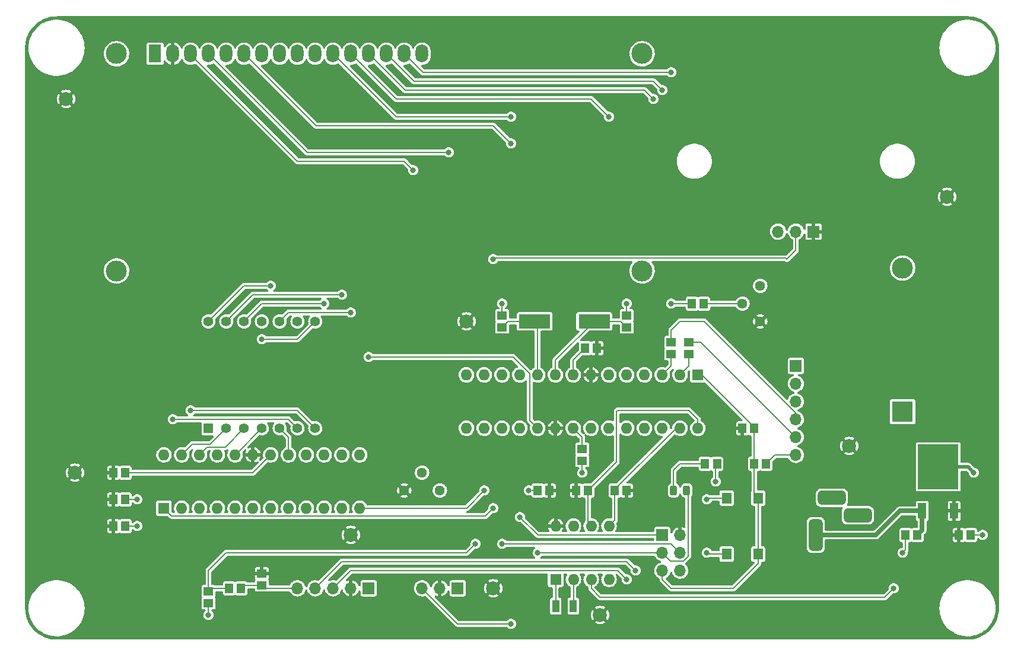
<source format=gbr>
%TF.GenerationSoftware,KiCad,Pcbnew,(6.0.5-0)*%
%TF.CreationDate,2022-07-22T18:33:55-05:00*%
%TF.ProjectId,calebs_HPS_clock,63616c65-6273-45f4-9850-535f636c6f63,C*%
%TF.SameCoordinates,PX4c4b400PY8a48640*%
%TF.FileFunction,Copper,L1,Top*%
%TF.FilePolarity,Positive*%
%FSLAX46Y46*%
G04 Gerber Fmt 4.6, Leading zero omitted, Abs format (unit mm)*
G04 Created by KiCad (PCBNEW (6.0.5-0)) date 2022-07-22 18:33:55*
%MOMM*%
%LPD*%
G01*
G04 APERTURE LIST*
G04 Aperture macros list*
%AMRoundRect*
0 Rectangle with rounded corners*
0 $1 Rounding radius*
0 $2 $3 $4 $5 $6 $7 $8 $9 X,Y pos of 4 corners*
0 Add a 4 corners polygon primitive as box body*
4,1,4,$2,$3,$4,$5,$6,$7,$8,$9,$2,$3,0*
0 Add four circle primitives for the rounded corners*
1,1,$1+$1,$2,$3*
1,1,$1+$1,$4,$5*
1,1,$1+$1,$6,$7*
1,1,$1+$1,$8,$9*
0 Add four rect primitives between the rounded corners*
20,1,$1+$1,$2,$3,$4,$5,0*
20,1,$1+$1,$4,$5,$6,$7,0*
20,1,$1+$1,$6,$7,$8,$9,0*
20,1,$1+$1,$8,$9,$2,$3,0*%
G04 Aperture macros list end*
%TA.AperFunction,ComponentPad*%
%ADD10C,1.440000*%
%TD*%
%TA.AperFunction,ComponentPad*%
%ADD11R,1.400000X1.400000*%
%TD*%
%TA.AperFunction,ComponentPad*%
%ADD12C,1.400000*%
%TD*%
%TA.AperFunction,SMDPad,CuDef*%
%ADD13R,1.400000X1.150000*%
%TD*%
%TA.AperFunction,SMDPad,CuDef*%
%ADD14R,1.150000X1.400000*%
%TD*%
%TA.AperFunction,ComponentPad*%
%ADD15R,1.700000X1.700000*%
%TD*%
%TA.AperFunction,ComponentPad*%
%ADD16O,1.700000X1.700000*%
%TD*%
%TA.AperFunction,SMDPad,CuDef*%
%ADD17R,1.400000X1.600000*%
%TD*%
%TA.AperFunction,ComponentPad*%
%ADD18C,2.000000*%
%TD*%
%TA.AperFunction,SMDPad,CuDef*%
%ADD19R,1.200000X2.200000*%
%TD*%
%TA.AperFunction,SMDPad,CuDef*%
%ADD20R,5.800000X6.400000*%
%TD*%
%TA.AperFunction,SMDPad,CuDef*%
%ADD21R,4.500000X2.000000*%
%TD*%
%TA.AperFunction,ComponentPad*%
%ADD22R,1.600000X1.600000*%
%TD*%
%TA.AperFunction,ComponentPad*%
%ADD23O,1.600000X1.600000*%
%TD*%
%TA.AperFunction,SMDPad,CuDef*%
%ADD24RoundRect,0.243750X-0.243750X-0.456250X0.243750X-0.456250X0.243750X0.456250X-0.243750X0.456250X0*%
%TD*%
%TA.AperFunction,SMDPad,CuDef*%
%ADD25R,1.000000X1.800000*%
%TD*%
%TA.AperFunction,ComponentPad*%
%ADD26C,3.000000*%
%TD*%
%TA.AperFunction,ComponentPad*%
%ADD27R,1.800000X2.600000*%
%TD*%
%TA.AperFunction,ComponentPad*%
%ADD28O,1.800000X2.600000*%
%TD*%
%TA.AperFunction,ComponentPad*%
%ADD29RoundRect,0.500000X-0.500000X1.750000X-0.500000X-1.750000X0.500000X-1.750000X0.500000X1.750000X0*%
%TD*%
%TA.AperFunction,ComponentPad*%
%ADD30RoundRect,0.500000X-1.500000X-0.500000X1.500000X-0.500000X1.500000X0.500000X-1.500000X0.500000X0*%
%TD*%
%TA.AperFunction,ComponentPad*%
%ADD31R,3.000000X3.000000*%
%TD*%
%TA.AperFunction,ViaPad*%
%ADD32C,0.812800*%
%TD*%
%TA.AperFunction,Conductor*%
%ADD33C,0.203200*%
%TD*%
%TA.AperFunction,Conductor*%
%ADD34C,0.508000*%
%TD*%
%TA.AperFunction,Conductor*%
%ADD35C,0.635000*%
%TD*%
G04 APERTURE END LIST*
D10*
%TO.P,RV2,1,1*%
%TO.N,GND*%
X59700000Y21810000D03*
%TO.P,RV2,2,2*%
%TO.N,Net-(DS1-Pad3)*%
X57160000Y24350000D03*
%TO.P,RV2,3,3*%
%TO.N,VCC*%
X54620000Y21810000D03*
%TD*%
D11*
%TO.P,DS2,1,E*%
%TO.N,/SEG_E*%
X26680000Y30700000D03*
D12*
%TO.P,DS2,2,D*%
%TO.N,/SEG_D*%
X29220000Y30700000D03*
%TO.P,DS2,3,DP*%
%TO.N,/SEG_DP*%
X31760000Y30700000D03*
%TO.P,DS2,4,C*%
%TO.N,/SEG_C*%
X34300000Y30700000D03*
%TO.P,DS2,5,G*%
%TO.N,/SEG_G*%
X36840000Y30700000D03*
%TO.P,DS2,6,COM_DIG.4*%
%TO.N,/DIG_3*%
X39380000Y30700000D03*
%TO.P,DS2,7,COM_COLON*%
%TO.N,/DIG_4*%
X41920000Y30700000D03*
%TO.P,DS2,8,COLON*%
%TO.N,/SEG_DP*%
X41920000Y45940000D03*
%TO.P,DS2,9,B*%
%TO.N,/SEG_B*%
X39380000Y45940000D03*
%TO.P,DS2,10,COM_DIG.3*%
%TO.N,/DIG_2*%
X36840000Y45940000D03*
%TO.P,DS2,11,COM_DIG.2*%
%TO.N,/DIG_1*%
X34300000Y45940000D03*
%TO.P,DS2,12,F*%
%TO.N,/SEG_F*%
X31760000Y45940000D03*
%TO.P,DS2,13,A*%
%TO.N,/SEG_A*%
X29220000Y45940000D03*
%TO.P,DS2,14,COM_DIG.1*%
%TO.N,/DIG_0*%
X26680000Y45940000D03*
%TD*%
D13*
%TO.P,R3,1*%
%TO.N,RXD*%
X95260000Y41280000D03*
%TO.P,R3,2*%
%TO.N,Net-(J1-Pad5)*%
X95260000Y42980000D03*
%TD*%
%TO.P,C5,1*%
%TO.N,/XTAL2*%
X68590000Y45090000D03*
%TO.P,C5,2*%
%TO.N,GND*%
X68590000Y46790000D03*
%TD*%
D14*
%TO.P,R8,1*%
%TO.N,Net-(DS1-Pad15)*%
X95680000Y48480000D03*
%TO.P,R8,2*%
%TO.N,Net-(R8-Pad2)*%
X97380000Y48480000D03*
%TD*%
%TO.P,R9,1*%
%TO.N,Net-(J3-Pad5)*%
X31340000Y7840000D03*
%TO.P,R9,2*%
%TO.N,/Button_SW*%
X29640000Y7840000D03*
%TD*%
D15*
%TO.P,J1,1,Pin_1*%
%TO.N,GND*%
X110500000Y39590000D03*
D16*
%TO.P,J1,2,Pin_2*%
X110500000Y37050000D03*
%TO.P,J1,3,Pin_3*%
%TO.N,unconnected-(J1-Pad3)*%
X110500000Y34510000D03*
%TO.P,J1,4,Pin_4*%
%TO.N,Net-(J1-Pad4)*%
X110500000Y31970000D03*
%TO.P,J1,5,Pin_5*%
%TO.N,Net-(J1-Pad5)*%
X110500000Y29430000D03*
%TO.P,J1,6,Pin_6*%
%TO.N,Net-(C3-Pad2)*%
X110500000Y26890000D03*
%TD*%
D14*
%TO.P,R2,1*%
%TO.N,VCC*%
X102880000Y30700000D03*
%TO.P,R2,2*%
%TO.N,RESET_L*%
X104580000Y30700000D03*
%TD*%
%TO.P,C9,1*%
%TO.N,VCC*%
X13130000Y20540000D03*
%TO.P,C9,2*%
%TO.N,GND*%
X14830000Y20540000D03*
%TD*%
%TO.P,C10,1*%
%TO.N,VCC*%
X13130000Y16730000D03*
%TO.P,C10,2*%
%TO.N,GND*%
X14830000Y16730000D03*
%TD*%
D17*
%TO.P,SW1,1,A*%
%TO.N,GND*%
X100630000Y12730000D03*
%TO.P,SW1,2,A*%
X100630000Y20730000D03*
%TO.P,SW1,3,B*%
%TO.N,RESET_L*%
X105130000Y12730000D03*
%TO.P,SW1,4,B*%
X105130000Y20730000D03*
%TD*%
D14*
%TO.P,C2,1*%
%TO.N,VCC*%
X82140000Y42130000D03*
%TO.P,C2,2*%
%TO.N,GND*%
X80440000Y42130000D03*
%TD*%
D13*
%TO.P,C1,1*%
%TO.N,Net-(C1-Pad1)*%
X80020000Y27740000D03*
%TO.P,C1,2*%
%TO.N,GND*%
X80020000Y26040000D03*
%TD*%
D18*
%TO.P,TP8,1,1*%
%TO.N,VCC*%
X47000000Y15460000D03*
%TD*%
D19*
%TO.P,U2,1,IN*%
%TO.N,Net-(C6-Pad1)*%
X128540000Y18880000D03*
D20*
%TO.P,U2,2,GND*%
%TO.N,GND*%
X130820000Y25180000D03*
D19*
%TO.P,U2,3,OUT*%
%TO.N,VCC*%
X133100000Y18880000D03*
%TD*%
D21*
%TO.P,Y1,1,1*%
%TO.N,/XTAL2*%
X73230000Y45940000D03*
%TO.P,Y1,2,2*%
%TO.N,/XTAL1*%
X81730000Y45940000D03*
%TD*%
D18*
%TO.P,TP5,1,1*%
%TO.N,VCC*%
X6360000Y77690000D03*
%TD*%
D14*
%TO.P,R6,1*%
%TO.N,VCC*%
X86370000Y21810000D03*
%TO.P,R6,2*%
%TO.N,/RTC_SDA*%
X84670000Y21810000D03*
%TD*%
%TO.P,R5,1*%
%TO.N,VCC*%
X79170000Y21810000D03*
%TO.P,R5,2*%
%TO.N,/RTC_SCL*%
X80870000Y21810000D03*
%TD*%
D15*
%TO.P,U5,1,VCC*%
%TO.N,VCC*%
X113040000Y58750000D03*
D16*
%TO.P,U5,2,DOUT*%
%TO.N,/PIR_Sensor_OUT*%
X110500000Y58750000D03*
%TO.P,U5,3,GND*%
%TO.N,GND*%
X107960000Y58750000D03*
%TD*%
D18*
%TO.P,TP2,1,1*%
%TO.N,VCC*%
X118120000Y28160000D03*
%TD*%
D22*
%TO.P,U1,1,~{RESET}/PC6*%
%TO.N,RESET_L*%
X96520000Y38310000D03*
D23*
%TO.P,U1,2,PD0*%
%TO.N,RXD*%
X93980000Y38310000D03*
%TO.P,U1,3,PD1*%
%TO.N,TXD*%
X91440000Y38310000D03*
%TO.P,U1,4,PD2*%
%TO.N,/LCD_D7*%
X88900000Y38310000D03*
%TO.P,U1,5,PD3*%
%TO.N,/LCD_D6*%
X86360000Y38310000D03*
%TO.P,U1,6,PD4*%
%TO.N,/LCD_D5*%
X83820000Y38310000D03*
%TO.P,U1,7,VCC*%
%TO.N,VCC*%
X81280000Y38310000D03*
%TO.P,U1,8,GND*%
%TO.N,GND*%
X78740000Y38310000D03*
%TO.P,U1,9,XTAL1/PB6*%
%TO.N,/XTAL1*%
X76200000Y38310000D03*
%TO.P,U1,10,XTAL2/PB7*%
%TO.N,/XTAL2*%
X73660000Y38310000D03*
%TO.P,U1,11,PD5*%
%TO.N,/LCD_D4*%
X71120000Y38310000D03*
%TO.P,U1,12,PD6*%
%TO.N,/Sound_Sensor_DO*%
X68580000Y38310000D03*
%TO.P,U1,13,PD7*%
%TO.N,/PIR_Sensor_OUT*%
X66040000Y38310000D03*
%TO.P,U1,14,PB0*%
%TO.N,/Button_SW*%
X63500000Y38310000D03*
%TO.P,U1,15,PB1*%
%TO.N,/LCD_RS*%
X63500000Y30690000D03*
%TO.P,U1,16,PB2*%
%TO.N,/MAX7219_CS*%
X66040000Y30690000D03*
%TO.P,U1,17,PB3*%
%TO.N,/MAX7219_DIN*%
X68580000Y30690000D03*
%TO.P,U1,18,PB4*%
%TO.N,/LCD_E*%
X71120000Y30690000D03*
%TO.P,U1,19,PB5*%
%TO.N,/MAX7219_CLK*%
X73660000Y30690000D03*
%TO.P,U1,20,AVCC*%
%TO.N,VCC*%
X76200000Y30690000D03*
%TO.P,U1,21,AREF*%
%TO.N,Net-(C1-Pad1)*%
X78740000Y30690000D03*
%TO.P,U1,22,GND*%
%TO.N,GND*%
X81280000Y30690000D03*
%TO.P,U1,23,PC0*%
%TO.N,unconnected-(U1-Pad23)*%
X83820000Y30690000D03*
%TO.P,U1,24,PC1*%
%TO.N,/Joystick_VRx*%
X86360000Y30690000D03*
%TO.P,U1,25,PC2*%
%TO.N,/Joystick_VRy*%
X88900000Y30690000D03*
%TO.P,U1,26,PC3*%
%TO.N,unconnected-(U1-Pad26)*%
X91440000Y30690000D03*
%TO.P,U1,27,PC4*%
%TO.N,/RTC_SDA*%
X93980000Y30690000D03*
%TO.P,U1,28,PC5*%
%TO.N,/RTC_SCL*%
X96520000Y30690000D03*
%TD*%
D15*
%TO.P,J6,1,Pin_1*%
%TO.N,/LCD_E*%
X91445000Y15445000D03*
D16*
%TO.P,J6,2,Pin_2*%
%TO.N,VCC*%
X93985000Y15445000D03*
%TO.P,J6,3,Pin_3*%
%TO.N,/MAX7219_CLK*%
X91445000Y12905000D03*
%TO.P,J6,4,Pin_4*%
%TO.N,/MAX7219_DIN*%
X93985000Y12905000D03*
%TO.P,J6,5,Pin_5*%
%TO.N,RESET_L*%
X91445000Y10365000D03*
%TO.P,J6,6,Pin_6*%
%TO.N,GND*%
X93985000Y10365000D03*
%TD*%
D22*
%TO.P,U3,1,X1*%
%TO.N,Net-(U3-Pad1)*%
X76220000Y9120000D03*
D23*
%TO.P,U3,2,X2*%
%TO.N,Net-(U3-Pad2)*%
X78760000Y9120000D03*
%TO.P,U3,3,VBAT*%
%TO.N,Net-(BT1-Pad1)*%
X81300000Y9120000D03*
%TO.P,U3,4,GND*%
%TO.N,GND*%
X83840000Y9120000D03*
%TO.P,U3,5,SDA*%
%TO.N,/RTC_SDA*%
X83840000Y16740000D03*
%TO.P,U3,6,SCL*%
%TO.N,/RTC_SCL*%
X81300000Y16740000D03*
%TO.P,U3,7,SQW/OUT*%
%TO.N,unconnected-(U3-Pad7)*%
X78760000Y16740000D03*
%TO.P,U3,8,VCC*%
%TO.N,VCC*%
X76220000Y16740000D03*
%TD*%
D15*
%TO.P,J3,1,Pin_1*%
%TO.N,GND*%
X49535000Y7840000D03*
D16*
%TO.P,J3,2,Pin_2*%
%TO.N,VCC*%
X46995000Y7840000D03*
%TO.P,J3,3,Pin_3*%
%TO.N,/Joystick_VRx*%
X44455000Y7840000D03*
%TO.P,J3,4,Pin_4*%
%TO.N,/Joystick_VRy*%
X41915000Y7840000D03*
%TO.P,J3,5,Pin_5*%
%TO.N,Net-(J3-Pad5)*%
X39375000Y7840000D03*
%TD*%
D24*
%TO.P,D1,1,K*%
%TO.N,Net-(D1-Pad1)*%
X93052500Y21810000D03*
%TO.P,D1,2,A*%
%TO.N,/MAX7219_CLK*%
X94927500Y21810000D03*
%TD*%
D15*
%TO.P,J5,1,Pin_1*%
%TO.N,GND*%
X62240000Y7840000D03*
D16*
%TO.P,J5,2,Pin_2*%
%TO.N,VCC*%
X59700000Y7840000D03*
%TO.P,J5,3,Pin_3*%
%TO.N,/Sound_Sensor_DO*%
X57160000Y7840000D03*
%TD*%
D14*
%TO.P,R7,1*%
%TO.N,VCC*%
X13130000Y24350000D03*
%TO.P,R7,2*%
%TO.N,Net-(R7-Pad2)*%
X14830000Y24350000D03*
%TD*%
D13*
%TO.P,C4,1*%
%TO.N,/XTAL1*%
X86370000Y45090000D03*
%TO.P,C4,2*%
%TO.N,GND*%
X86370000Y46790000D03*
%TD*%
D18*
%TO.P,TP9,1,1*%
%TO.N,VCC*%
X7630000Y24350000D03*
%TD*%
D10*
%TO.P,RV1,1,1*%
%TO.N,unconnected-(RV1-Pad1)*%
X105420000Y51020000D03*
%TO.P,RV1,2,2*%
%TO.N,Net-(R8-Pad2)*%
X102880000Y48480000D03*
%TO.P,RV1,3,3*%
%TO.N,VCC*%
X105420000Y45940000D03*
%TD*%
D13*
%TO.P,C11,1*%
%TO.N,/Button_SW*%
X26680000Y7420000D03*
%TO.P,C11,2*%
%TO.N,GND*%
X26680000Y5720000D03*
%TD*%
D25*
%TO.P,Y2,1,1*%
%TO.N,Net-(U3-Pad2)*%
X78730000Y5300000D03*
%TO.P,Y2,2,2*%
%TO.N,Net-(U3-Pad1)*%
X76230000Y5300000D03*
%TD*%
D13*
%TO.P,R4,1*%
%TO.N,TXD*%
X92720000Y41280000D03*
%TO.P,R4,2*%
%TO.N,Net-(J1-Pad4)*%
X92720000Y42980000D03*
%TD*%
%TO.P,R10,1*%
%TO.N,VCC*%
X34300000Y9960000D03*
%TO.P,R10,2*%
%TO.N,Net-(J3-Pad5)*%
X34300000Y8260000D03*
%TD*%
D14*
%TO.P,C3,1*%
%TO.N,RESET_L*%
X104570000Y25620000D03*
%TO.P,C3,2*%
%TO.N,Net-(C3-Pad2)*%
X106270000Y25620000D03*
%TD*%
D22*
%TO.P,U4,1,DIN*%
%TO.N,/MAX7219_DIN*%
X20325000Y19280000D03*
D23*
%TO.P,U4,2,DIG_0*%
%TO.N,/DIG_3*%
X22865000Y19280000D03*
%TO.P,U4,3,DIG_4*%
%TO.N,/DIG_4*%
X25405000Y19280000D03*
%TO.P,U4,4,GND*%
%TO.N,GND*%
X27945000Y19280000D03*
%TO.P,U4,5,DIG_6*%
%TO.N,unconnected-(U4-Pad5)*%
X30485000Y19280000D03*
%TO.P,U4,6,DIG_2*%
%TO.N,/DIG_1*%
X33025000Y19280000D03*
%TO.P,U4,7,DIG_3*%
%TO.N,/DIG_0*%
X35565000Y19280000D03*
%TO.P,U4,8,DIG_7*%
%TO.N,unconnected-(U4-Pad8)*%
X38105000Y19280000D03*
%TO.P,U4,9,GND*%
%TO.N,GND*%
X40645000Y19280000D03*
%TO.P,U4,10,DIG_5*%
%TO.N,unconnected-(U4-Pad10)*%
X43185000Y19280000D03*
%TO.P,U4,11,DIG_1*%
%TO.N,/DIG_2*%
X45725000Y19280000D03*
%TO.P,U4,12,LOAD*%
%TO.N,/MAX7219_CS*%
X48265000Y19280000D03*
%TO.P,U4,13,CLK*%
%TO.N,/MAX7219_CLK*%
X48265000Y26900000D03*
%TO.P,U4,14,SEG_A*%
%TO.N,/SEG_A*%
X45725000Y26900000D03*
%TO.P,U4,15,SEG_F*%
%TO.N,/SEG_F*%
X43185000Y26900000D03*
%TO.P,U4,16,SEG_B*%
%TO.N,/SEG_B*%
X40645000Y26900000D03*
%TO.P,U4,17,SEG_G*%
%TO.N,/SEG_G*%
X38105000Y26900000D03*
%TO.P,U4,18,ISET*%
%TO.N,Net-(R7-Pad2)*%
X35565000Y26900000D03*
%TO.P,U4,19,V+*%
%TO.N,VCC*%
X33025000Y26900000D03*
%TO.P,U4,20,SEG_C*%
%TO.N,/SEG_C*%
X30485000Y26900000D03*
%TO.P,U4,21,SEG_E*%
%TO.N,/SEG_E*%
X27945000Y26900000D03*
%TO.P,U4,22,SEG_DP*%
%TO.N,/SEG_DP*%
X25405000Y26900000D03*
%TO.P,U4,23,SEG_D*%
%TO.N,/SEG_D*%
X22865000Y26900000D03*
%TO.P,U4,24,DOUT*%
%TO.N,unconnected-(U4-Pad24)*%
X20325000Y26900000D03*
%TD*%
D18*
%TO.P,TP3,1,1*%
%TO.N,VCC*%
X82560000Y4030000D03*
%TD*%
D14*
%TO.P,C6,1*%
%TO.N,Net-(C6-Pad1)*%
X127860000Y15460000D03*
%TO.P,C6,2*%
%TO.N,GND*%
X126160000Y15460000D03*
%TD*%
D18*
%TO.P,TP6,1,1*%
%TO.N,VCC*%
X132090000Y63720000D03*
%TD*%
%TO.P,TP7,1,1*%
%TO.N,VCC*%
X67320000Y7840000D03*
%TD*%
D14*
%TO.P,C8,1*%
%TO.N,GND*%
X73670000Y21810000D03*
%TO.P,C8,2*%
%TO.N,VCC*%
X75370000Y21810000D03*
%TD*%
%TO.P,C7,1*%
%TO.N,VCC*%
X133780000Y15460000D03*
%TO.P,C7,2*%
%TO.N,GND*%
X135480000Y15460000D03*
%TD*%
%TO.P,R11,1*%
%TO.N,Net-(D1-Pad1)*%
X97550000Y25620000D03*
%TO.P,R11,2*%
%TO.N,GND*%
X99250000Y25620000D03*
%TD*%
D26*
%TO.P,DS1,*%
%TO.N,*%
X88560000Y84157500D03*
X88559480Y53156800D03*
X13560900Y53156800D03*
X13560900Y84157500D03*
D27*
%TO.P,DS1,1,VSS*%
%TO.N,GND*%
X19060000Y84157500D03*
D28*
%TO.P,DS1,2,VDD*%
%TO.N,VCC*%
X21600000Y84157500D03*
%TO.P,DS1,3,VO*%
%TO.N,Net-(DS1-Pad3)*%
X24140000Y84157500D03*
%TO.P,DS1,4,RS*%
%TO.N,/LCD_RS*%
X26680000Y84157500D03*
%TO.P,DS1,5,R/W*%
%TO.N,GND*%
X29220000Y84157500D03*
%TO.P,DS1,6,E*%
%TO.N,/LCD_E*%
X31760000Y84157500D03*
%TO.P,DS1,7,D0*%
%TO.N,unconnected-(DS1-Pad7)*%
X34300000Y84157500D03*
%TO.P,DS1,8,D1*%
%TO.N,unconnected-(DS1-Pad8)*%
X36840000Y84157500D03*
%TO.P,DS1,9,D2*%
%TO.N,unconnected-(DS1-Pad9)*%
X39380000Y84157500D03*
%TO.P,DS1,10,D3*%
%TO.N,unconnected-(DS1-Pad10)*%
X41920000Y84157500D03*
%TO.P,DS1,11,D4*%
%TO.N,/LCD_D4*%
X44460000Y84157500D03*
%TO.P,DS1,12,D5*%
%TO.N,/LCD_D5*%
X47000000Y84157500D03*
%TO.P,DS1,13,D6*%
%TO.N,/LCD_D6*%
X49540000Y84157500D03*
%TO.P,DS1,14,D7*%
%TO.N,/LCD_D7*%
X52080000Y84157500D03*
%TO.P,DS1,15,LED(+)*%
%TO.N,Net-(DS1-Pad15)*%
X54620000Y84157500D03*
%TO.P,DS1,16,LED(-)*%
%TO.N,GND*%
X57160000Y84157500D03*
%TD*%
D18*
%TO.P,TP1,1,1*%
%TO.N,VCC*%
X63510000Y45940000D03*
%TD*%
D29*
%TO.P,J2,1,POLE*%
%TO.N,Net-(C6-Pad1)*%
X113350000Y15460000D03*
D30*
%TO.P,J2,2,OUT*%
%TO.N,GND*%
X115650000Y20760000D03*
%TO.P,J2,3,OUT*%
%TO.N,unconnected-(J2-Pad3)*%
X119350000Y18260000D03*
%TD*%
D31*
%TO.P,BT1,1,+*%
%TO.N,Net-(BT1-Pad1)*%
X125739984Y33056314D03*
D26*
%TO.P,BT1,2,-*%
%TO.N,GND*%
X125739984Y53546314D03*
%TD*%
D32*
%TO.N,Net-(DS1-Pad3)*%
X55890000Y67530000D03*
%TO.N,Net-(BT1-Pad1)*%
X124470000Y7840000D03*
%TO.N,GND*%
X97800000Y12920000D03*
X16520000Y20540000D03*
X135900000Y24350000D03*
X80020000Y24350000D03*
X16520000Y16730000D03*
X99070000Y23080000D03*
X68590000Y48480000D03*
X26680000Y4030000D03*
X72400000Y21810000D03*
X97800000Y20540000D03*
X86370000Y48480000D03*
X125740000Y12920000D03*
X137170000Y15460000D03*
%TO.N,Net-(DS1-Pad15)*%
X92720000Y81500000D03*
X92720000Y48480000D03*
%TO.N,/LCD_D7*%
X91450000Y78960000D03*
%TO.N,/LCD_D6*%
X90180000Y77690000D03*
%TO.N,/LCD_D5*%
X83830000Y75150000D03*
%TO.N,/LCD_D4*%
X69860000Y75150000D03*
%TO.N,/LCD_E*%
X71130000Y18000000D03*
X69860000Y71340000D03*
%TO.N,/LCD_RS*%
X60970000Y70070000D03*
%TO.N,/SEG_DP*%
X34300000Y43400000D03*
%TO.N,/DIG_3*%
X21600000Y31970000D03*
%TO.N,/DIG_4*%
X24140000Y33240000D03*
%TO.N,/DIG_2*%
X47000000Y47210000D03*
%TO.N,/SEG_F*%
X43190000Y48480000D03*
%TO.N,/SEG_A*%
X45730000Y49750000D03*
%TO.N,/DIG_0*%
X35570000Y51020000D03*
%TO.N,/Joystick_VRx*%
X86370000Y9110000D03*
%TO.N,/Joystick_VRy*%
X87640000Y10380000D03*
%TO.N,/Button_SW*%
X64780000Y14190000D03*
%TO.N,/PIR_Sensor_OUT*%
X67320000Y54830000D03*
%TO.N,/Sound_Sensor_DO*%
X69860000Y2760000D03*
%TO.N,/MAX7219_CS*%
X66050000Y21810000D03*
%TO.N,/MAX7219_CLK*%
X49540000Y40860000D03*
X73670000Y12920000D03*
%TO.N,/MAX7219_DIN*%
X68590000Y14190000D03*
X67320000Y19270000D03*
%TD*%
D33*
%TO.N,Net-(J1-Pad5)*%
X95260000Y42980000D02*
X96950000Y42980000D01*
X96950000Y42980000D02*
X110500000Y29430000D01*
%TO.N,RESET_L*%
X97095000Y38310000D02*
X96520000Y38310000D01*
X104580000Y30700000D02*
X104580000Y25630000D01*
X104580000Y25630000D02*
X104570000Y25620000D01*
X104580000Y30700000D02*
X104580000Y30825000D01*
X104580000Y30825000D02*
X97095000Y38310000D01*
%TO.N,Net-(J1-Pad4)*%
X92720000Y42980000D02*
X92720000Y44670000D01*
X92720000Y44670000D02*
X93990000Y45940000D01*
X93990000Y45940000D02*
X97437557Y45940000D01*
X110500000Y32877557D02*
X110500000Y31970000D01*
X97437557Y45940000D02*
X110500000Y32877557D01*
%TO.N,Net-(DS1-Pad3)*%
X55890000Y67530000D02*
X54620000Y68800000D01*
X54620000Y68800000D02*
X39380000Y68800000D01*
X39380000Y68800000D02*
X24140000Y84040000D01*
X24140000Y84040000D02*
X24140000Y84157500D01*
%TO.N,Net-(BT1-Pad1)*%
X123200000Y6570000D02*
X124470000Y7840000D01*
X81300000Y9120000D02*
X81300000Y7830000D01*
X81300000Y7830000D02*
X82560000Y6570000D01*
X82560000Y6570000D02*
X123200000Y6570000D01*
%TO.N,GND*%
X86370000Y46790000D02*
X86370000Y48480000D01*
X135480000Y15460000D02*
X137170000Y15460000D01*
X68590000Y46790000D02*
X68590000Y48480000D01*
D34*
X130820000Y25179996D02*
X135070004Y25179996D01*
D33*
X78740000Y38310000D02*
X78740000Y40430000D01*
X99070000Y25440000D02*
X99070000Y23080000D01*
X14830000Y20540000D02*
X16520000Y20540000D01*
D34*
X135070004Y25179996D02*
X135900000Y24350000D01*
D33*
X126160000Y15460000D02*
X126160000Y13340000D01*
X126160000Y13340000D02*
X125740000Y12920000D01*
X97990000Y20730000D02*
X97800000Y20540000D01*
X99250000Y25620000D02*
X99070000Y25440000D01*
X73670000Y21810000D02*
X72400000Y21810000D01*
X78740000Y40430000D02*
X80440000Y42130000D01*
X100630000Y20730000D02*
X97990000Y20730000D01*
X97990000Y12730000D02*
X97800000Y12920000D01*
X80020000Y26040000D02*
X80020000Y24350000D01*
X26680000Y5720000D02*
X26680000Y4030000D01*
X14830000Y16730000D02*
X16520000Y16730000D01*
X100630000Y12730000D02*
X97990000Y12730000D01*
%TO.N,Net-(C1-Pad1)*%
X80020000Y29410000D02*
X78740000Y30690000D01*
X80020000Y27740000D02*
X80020000Y29410000D01*
%TO.N,RESET_L*%
X91445000Y9115000D02*
X91445000Y10365000D01*
X92720000Y7840000D02*
X91445000Y9115000D01*
X101610000Y7840000D02*
X92720000Y7840000D01*
X105130000Y11360000D02*
X101610000Y7840000D01*
X105130000Y12730000D02*
X105130000Y11360000D01*
X104570000Y25620000D02*
X104570000Y21290000D01*
X105130000Y12730000D02*
X105130000Y20730000D01*
X104570000Y21290000D02*
X105130000Y20730000D01*
%TO.N,Net-(C3-Pad2)*%
X107540000Y26890000D02*
X110500000Y26890000D01*
X106270000Y25620000D02*
X107540000Y26890000D01*
%TO.N,/XTAL1*%
X76200000Y40410000D02*
X76200000Y38310000D01*
X81730000Y45940000D02*
X85520000Y45940000D01*
X85520000Y45940000D02*
X86370000Y45090000D01*
X81730000Y45940000D02*
X76200000Y40410000D01*
%TO.N,/XTAL2*%
X69440000Y45940000D02*
X68590000Y45090000D01*
X73230000Y45940000D02*
X73660000Y45510000D01*
X73660000Y45510000D02*
X73660000Y38310000D01*
X73230000Y45940000D02*
X69440000Y45940000D01*
D35*
%TO.N,Net-(C6-Pad1)*%
X113350007Y15460000D02*
X121930000Y15460000D01*
X128539994Y18880008D02*
X128539994Y16140009D01*
X125350008Y18880008D02*
X128539994Y18880008D01*
X121930000Y15460000D02*
X125350008Y18880008D01*
X128539994Y16140009D02*
X127860011Y15460000D01*
D33*
%TO.N,Net-(DS1-Pad15)*%
X95680000Y48480000D02*
X92720000Y48480000D01*
X54620000Y84157500D02*
X57277500Y81500000D01*
X57277500Y81500000D02*
X92720000Y81500000D01*
%TO.N,/LCD_D7*%
X52080000Y84157500D02*
X56007500Y80230000D01*
X90180000Y80230000D02*
X91450000Y78960000D01*
X56007500Y80230000D02*
X90180000Y80230000D01*
%TO.N,/LCD_D6*%
X88910000Y78960000D02*
X90180000Y77690000D01*
X49540000Y84157500D02*
X54737500Y78960000D01*
X54737500Y78960000D02*
X88910000Y78960000D01*
%TO.N,/LCD_D5*%
X53467500Y77690000D02*
X81290000Y77690000D01*
X81290000Y77690000D02*
X83830000Y75150000D01*
X47000000Y84157500D02*
X53467500Y77690000D01*
%TO.N,/LCD_D4*%
X53467500Y75150000D02*
X69860000Y75150000D01*
X44460000Y84157500D02*
X53467500Y75150000D01*
%TO.N,/LCD_E*%
X42037500Y73880000D02*
X67320000Y73880000D01*
X31760000Y84157500D02*
X42037500Y73880000D01*
X91445000Y15445000D02*
X73685000Y15445000D01*
X73685000Y15445000D02*
X71130000Y18000000D01*
X67320000Y73880000D02*
X69860000Y71340000D01*
%TO.N,/LCD_RS*%
X26680000Y84157500D02*
X40767500Y70070000D01*
X40767500Y70070000D02*
X60970000Y70070000D01*
%TO.N,/SEG_D*%
X26930222Y28410222D02*
X24375222Y28410222D01*
X24375222Y28410222D02*
X22865000Y26900000D01*
X29220000Y30700000D02*
X26930222Y28410222D01*
%TO.N,/SEG_DP*%
X41920000Y45940000D02*
X39380000Y43400000D01*
X31760000Y30700000D02*
X29064311Y28004311D01*
X39380000Y43400000D02*
X34300000Y43400000D01*
X26509311Y28004311D02*
X25405000Y26900000D01*
X29064311Y28004311D02*
X26509311Y28004311D01*
%TO.N,/SEG_C*%
X34300000Y30700000D02*
X30500000Y26900000D01*
X30500000Y26900000D02*
X30485000Y26900000D01*
%TO.N,/SEG_G*%
X36840000Y30700000D02*
X38105000Y29435000D01*
X38105000Y29435000D02*
X38105000Y26900000D01*
%TO.N,/DIG_3*%
X39380000Y30700000D02*
X38110000Y31970000D01*
X38110000Y31970000D02*
X21600000Y31970000D01*
%TO.N,/DIG_4*%
X39380000Y33240000D02*
X24140000Y33240000D01*
X41920000Y30700000D02*
X39380000Y33240000D01*
%TO.N,/DIG_2*%
X36840000Y45940000D02*
X38110000Y47210000D01*
X38110000Y47210000D02*
X47000000Y47210000D01*
%TO.N,/SEG_F*%
X31760000Y45940000D02*
X34300000Y48480000D01*
X34300000Y48480000D02*
X43190000Y48480000D01*
%TO.N,/SEG_A*%
X29220000Y45940000D02*
X33030000Y49750000D01*
X33030000Y49750000D02*
X45730000Y49750000D01*
%TO.N,/DIG_0*%
X31760000Y51020000D02*
X35570000Y51020000D01*
X26680000Y45940000D02*
X31760000Y51020000D01*
%TO.N,/Joystick_VRx*%
X44455000Y7840000D02*
X46995000Y10380000D01*
X46995000Y10380000D02*
X85100000Y10380000D01*
X85100000Y10380000D02*
X86370000Y9110000D01*
%TO.N,/Joystick_VRy*%
X86370000Y11650000D02*
X87640000Y10380000D01*
X45725000Y11650000D02*
X86370000Y11650000D01*
X41915000Y7840000D02*
X45725000Y11650000D01*
%TO.N,/Button_SW*%
X29640000Y7840000D02*
X27100000Y7840000D01*
X63510000Y12920000D02*
X64780000Y14190000D01*
X26680000Y10380000D02*
X29220000Y12920000D01*
X26680000Y7420000D02*
X26680000Y10380000D01*
X27100000Y7840000D02*
X26680000Y7420000D01*
X29220000Y12920000D02*
X63510000Y12920000D01*
%TO.N,/PIR_Sensor_OUT*%
X109230000Y54830000D02*
X109098889Y54961111D01*
X110500000Y56100000D02*
X109230000Y54830000D01*
X110500000Y58750000D02*
X110500000Y56100000D01*
X67451111Y54961111D02*
X67320000Y54830000D01*
X109098889Y54961111D02*
X67451111Y54961111D01*
%TO.N,/Sound_Sensor_DO*%
X62240000Y2760000D02*
X69860000Y2760000D01*
X57160000Y7840000D02*
X62240000Y2760000D01*
%TO.N,RXD*%
X95260000Y39590000D02*
X93980000Y38310000D01*
X95260000Y41280000D02*
X95260000Y39590000D01*
%TO.N,TXD*%
X92720000Y41280000D02*
X92720000Y39590000D01*
X92720000Y39590000D02*
X91440000Y38310000D01*
%TO.N,/RTC_SCL*%
X96520000Y31980000D02*
X96520000Y30690000D01*
X85100000Y33240000D02*
X95260000Y33240000D01*
X80870000Y21810000D02*
X84924311Y25864311D01*
X80870000Y17170000D02*
X81300000Y16740000D01*
X95260000Y33240000D02*
X96520000Y31980000D01*
X84924311Y25864311D02*
X84924311Y33064311D01*
X84924311Y33064311D02*
X85100000Y33240000D01*
X80870000Y21810000D02*
X80870000Y17170000D01*
%TO.N,/RTC_SDA*%
X84670000Y21935000D02*
X93425000Y30690000D01*
X93425000Y30690000D02*
X93980000Y30690000D01*
X84670000Y21810000D02*
X84670000Y17570000D01*
X84670000Y17570000D02*
X83840000Y16740000D01*
X84670000Y21810000D02*
X84670000Y21935000D01*
%TO.N,Net-(R7-Pad2)*%
X14830000Y24350000D02*
X33015000Y24350000D01*
X33015000Y24350000D02*
X35565000Y26900000D01*
%TO.N,/MAX7219_CS*%
X63520000Y19280000D02*
X66050000Y21810000D01*
X48265000Y19280000D02*
X63520000Y19280000D01*
%TO.N,/MAX7219_CLK*%
X95139311Y21598189D02*
X95139311Y12426868D01*
X95139311Y12426868D02*
X94463132Y11750689D01*
X73670000Y12920000D02*
X73685000Y12905000D01*
X92599311Y11750689D02*
X91445000Y12905000D01*
X94463132Y11750689D02*
X92599311Y11750689D01*
X94927500Y21810000D02*
X95139311Y21598189D01*
X72555689Y31794311D02*
X73660000Y30690000D01*
X49540000Y40860000D02*
X70131733Y40860000D01*
X72555689Y38436044D02*
X72555689Y31794311D01*
X70131733Y40860000D02*
X72555689Y38436044D01*
X73685000Y12905000D02*
X91445000Y12905000D01*
%TO.N,/MAX7219_DIN*%
X21429311Y18175689D02*
X66225689Y18175689D01*
X68590000Y14190000D02*
X92700000Y14190000D01*
X20325000Y19280000D02*
X21429311Y18175689D01*
X66225689Y18175689D02*
X67320000Y19270000D01*
X92700000Y14190000D02*
X93985000Y12905000D01*
%TO.N,Net-(U3-Pad1)*%
X76220000Y9120000D02*
X76220000Y5310000D01*
X76220000Y5310000D02*
X76230000Y5300000D01*
%TO.N,Net-(U3-Pad2)*%
X78760000Y5330000D02*
X78730000Y5300000D01*
X78760000Y9120000D02*
X78760000Y5330000D01*
%TO.N,Net-(J3-Pad5)*%
X34300000Y8260000D02*
X31760000Y8260000D01*
X34720000Y7840000D02*
X34300000Y8260000D01*
X39375000Y7840000D02*
X34720000Y7840000D01*
X31760000Y8260000D02*
X31340000Y7840000D01*
%TO.N,Net-(R8-Pad2)*%
X97380000Y48480000D02*
X102880000Y48480000D01*
%TO.N,Net-(D1-Pad1)*%
X93990000Y25620000D02*
X93052500Y24682500D01*
X97550000Y25620000D02*
X93990000Y25620000D01*
X93052500Y24682500D02*
X93052500Y21810000D01*
%TD*%
%TA.AperFunction,Conductor*%
%TO.N,VCC*%
G36*
X134971964Y89489697D02*
G01*
X134983061Y89487969D01*
X134983063Y89487969D01*
X134993724Y89486309D01*
X135004423Y89487708D01*
X135004424Y89487708D01*
X135011989Y89488697D01*
X135038222Y89489831D01*
X135384855Y89474696D01*
X135398012Y89473545D01*
X135773391Y89424126D01*
X135786399Y89421832D01*
X136156027Y89339888D01*
X136168785Y89336470D01*
X136529887Y89222614D01*
X136542298Y89218096D01*
X136892081Y89073211D01*
X136904042Y89067635D01*
X137239906Y88892795D01*
X137251327Y88886200D01*
X137570640Y88682775D01*
X137581459Y88675200D01*
X137881830Y88444718D01*
X137891948Y88436228D01*
X138171096Y88180436D01*
X138180436Y88171096D01*
X138436228Y87891948D01*
X138444718Y87881830D01*
X138675200Y87581459D01*
X138682775Y87570640D01*
X138886200Y87251327D01*
X138892795Y87239906D01*
X139067635Y86904042D01*
X139073211Y86892081D01*
X139218096Y86542298D01*
X139222614Y86529887D01*
X139324320Y86207321D01*
X139336470Y86168785D01*
X139339888Y86156027D01*
X139421832Y85786399D01*
X139424126Y85773391D01*
X139473545Y85398012D01*
X139474696Y85384855D01*
X139475713Y85361562D01*
X139488443Y85070026D01*
X139489493Y85045971D01*
X139487993Y85018930D01*
X139487969Y85016935D01*
X139486309Y85006276D01*
X139489825Y84979387D01*
X139490222Y84976352D01*
X139491500Y84956721D01*
X139491500Y5051329D01*
X139489697Y5028036D01*
X139489355Y5025836D01*
X139486309Y5006276D01*
X139487708Y4995577D01*
X139487708Y4995576D01*
X139488697Y4988011D01*
X139489831Y4961778D01*
X139474696Y4615145D01*
X139473545Y4601988D01*
X139424126Y4226609D01*
X139421832Y4213601D01*
X139376714Y4010086D01*
X139346847Y3875361D01*
X139339888Y3843973D01*
X139336470Y3831215D01*
X139222614Y3470113D01*
X139218096Y3457702D01*
X139073211Y3107919D01*
X139067635Y3095958D01*
X138892795Y2760094D01*
X138886200Y2748673D01*
X138682775Y2429360D01*
X138675200Y2418541D01*
X138444718Y2118170D01*
X138436228Y2108052D01*
X138180436Y1828904D01*
X138171096Y1819564D01*
X137891948Y1563772D01*
X137881830Y1555282D01*
X137581459Y1324800D01*
X137570640Y1317225D01*
X137251327Y1113800D01*
X137239906Y1107205D01*
X136904042Y932365D01*
X136892081Y926789D01*
X136542298Y781904D01*
X136529887Y777386D01*
X136168785Y663530D01*
X136156027Y660112D01*
X135786399Y578168D01*
X135773391Y575874D01*
X135398012Y526455D01*
X135384855Y525304D01*
X135200650Y517261D01*
X135045968Y510507D01*
X135018930Y512007D01*
X135016935Y512031D01*
X135006276Y513691D01*
X134977863Y509976D01*
X134976352Y509778D01*
X134956721Y508500D01*
X5051329Y508500D01*
X5028036Y510303D01*
X5016939Y512031D01*
X5016937Y512031D01*
X5006276Y513691D01*
X4995577Y512292D01*
X4995576Y512292D01*
X4988011Y511303D01*
X4961778Y510169D01*
X4615145Y525304D01*
X4601988Y526455D01*
X4226609Y575874D01*
X4213601Y578168D01*
X3843973Y660112D01*
X3831215Y663530D01*
X3470113Y777386D01*
X3457702Y781904D01*
X3107919Y926789D01*
X3095958Y932365D01*
X2760094Y1107205D01*
X2748673Y1113800D01*
X2429360Y1317225D01*
X2418541Y1324800D01*
X2118170Y1555282D01*
X2108052Y1563772D01*
X1828904Y1819564D01*
X1819564Y1828904D01*
X1563772Y2108052D01*
X1555282Y2118170D01*
X1324800Y2418541D01*
X1317225Y2429360D01*
X1113800Y2748673D01*
X1107205Y2760094D01*
X932365Y3095958D01*
X926789Y3107919D01*
X781904Y3457702D01*
X777386Y3470113D01*
X663530Y3831215D01*
X660112Y3843973D01*
X653154Y3875361D01*
X623286Y4010086D01*
X578168Y4213601D01*
X575874Y4226609D01*
X526455Y4601988D01*
X525304Y4615145D01*
X510678Y4950115D01*
X512263Y4975835D01*
X512083Y4975851D01*
X512606Y4981680D01*
X513576Y4987448D01*
X513729Y5000000D01*
X511727Y5013981D01*
X994883Y5013981D01*
X1013974Y4609167D01*
X1014538Y4605393D01*
X1014539Y4605383D01*
X1072127Y4220059D01*
X1073876Y4208354D01*
X1074821Y4204645D01*
X1074823Y4204637D01*
X1166755Y3843973D01*
X1173975Y3815648D01*
X1187253Y3779365D01*
X1311933Y3438659D01*
X1311937Y3438650D01*
X1313248Y3435067D01*
X1314917Y3431631D01*
X1314919Y3431625D01*
X1368140Y3322022D01*
X1490268Y3070509D01*
X1574723Y2933765D01*
X1694680Y2739539D01*
X1703223Y2725706D01*
X1705553Y2722670D01*
X1705554Y2722668D01*
X1729618Y2691307D01*
X1949932Y2404188D01*
X1952556Y2401403D01*
X1952559Y2401400D01*
X1992103Y2359437D01*
X2227869Y2109249D01*
X2534189Y1843906D01*
X2865755Y1610877D01*
X3219173Y1412548D01*
X3590825Y1250950D01*
X3976904Y1127736D01*
X4373458Y1044169D01*
X4377256Y1043763D01*
X4377263Y1043762D01*
X4657598Y1013803D01*
X4776427Y1001104D01*
X5000173Y999932D01*
X5177857Y999002D01*
X5177858Y999002D01*
X5181685Y998982D01*
X5321355Y1012431D01*
X5581262Y1037457D01*
X5581264Y1037457D01*
X5585083Y1037825D01*
X5588839Y1038576D01*
X5588849Y1038577D01*
X5978739Y1116485D01*
X5978744Y1116486D01*
X5982491Y1117235D01*
X6175919Y1176741D01*
X6366170Y1235270D01*
X6366175Y1235272D01*
X6369839Y1236399D01*
X6743162Y1394096D01*
X6746516Y1395932D01*
X7095284Y1586878D01*
X7095288Y1586881D01*
X7098637Y1588714D01*
X7134095Y1613083D01*
X7429467Y1816086D01*
X7432626Y1818257D01*
X7435547Y1820734D01*
X7435552Y1820738D01*
X7702350Y2047000D01*
X7741708Y2080378D01*
X7939005Y2285400D01*
X8020073Y2369642D01*
X8020077Y2369646D01*
X8022718Y2372391D01*
X8181150Y2574446D01*
X8270422Y2688298D01*
X8270425Y2688303D01*
X8272781Y2691307D01*
X8404387Y2899487D01*
X8487284Y3030617D01*
X8487290Y3030628D01*
X8489334Y3033861D01*
X8518396Y3092149D01*
X8668448Y3393108D01*
X8668449Y3393110D01*
X8670162Y3396546D01*
X8813412Y3775647D01*
X8917619Y4167284D01*
X8918227Y4171078D01*
X8981108Y4563655D01*
X8981109Y4563662D01*
X8981715Y4567447D01*
X8982166Y4575259D01*
X9004926Y4970010D01*
X9005043Y4972039D01*
X9005121Y4994154D01*
X9005134Y4997948D01*
X9005134Y4997955D01*
X9005141Y5000000D01*
X9000093Y5099642D01*
X25674700Y5099642D01*
X25677867Y5073022D01*
X25694084Y5036513D01*
X25718361Y4981856D01*
X25718363Y4981854D01*
X25724036Y4969081D01*
X25804528Y4888730D01*
X25908549Y4842742D01*
X25919856Y4841424D01*
X25919859Y4841423D01*
X25926092Y4840697D01*
X25934642Y4839700D01*
X26121622Y4839700D01*
X26197322Y4819416D01*
X26252738Y4764000D01*
X26273022Y4688300D01*
X26252738Y4612600D01*
X26221148Y4574210D01*
X26154096Y4515718D01*
X26154092Y4515714D01*
X26147219Y4509718D01*
X26048170Y4368784D01*
X25985597Y4208292D01*
X25980198Y4167284D01*
X25970712Y4095230D01*
X25963112Y4037508D01*
X25982015Y3866289D01*
X25985152Y3857718D01*
X25985152Y3857716D01*
X26007672Y3796177D01*
X26041213Y3704522D01*
X26046303Y3696948D01*
X26132197Y3569123D01*
X26132200Y3569119D01*
X26137290Y3561545D01*
X26264698Y3445613D01*
X26272718Y3441259D01*
X26272720Y3441257D01*
X26355068Y3396546D01*
X26416082Y3363418D01*
X26424908Y3361102D01*
X26424912Y3361101D01*
X26573873Y3322022D01*
X26573875Y3322022D01*
X26582702Y3319706D01*
X26664468Y3318421D01*
X26745809Y3317143D01*
X26745813Y3317143D01*
X26754939Y3317000D01*
X26922850Y3355457D01*
X26931005Y3359559D01*
X26931009Y3359560D01*
X27061632Y3425257D01*
X27076741Y3432856D01*
X27083678Y3438780D01*
X27083680Y3438782D01*
X27142235Y3488793D01*
X27207728Y3544729D01*
X27219812Y3561545D01*
X27302924Y3677209D01*
X27308248Y3684618D01*
X27319695Y3713092D01*
X27369096Y3835983D01*
X27369096Y3835984D01*
X27372498Y3844446D01*
X27396770Y4014986D01*
X27396927Y4030000D01*
X27376232Y4201011D01*
X27371084Y4214637D01*
X27318569Y4353612D01*
X27318569Y4353613D01*
X27315343Y4362149D01*
X27217775Y4504112D01*
X27150946Y4563655D01*
X27137922Y4575259D01*
X27094895Y4640762D01*
X27090384Y4719003D01*
X27125597Y4789016D01*
X27191100Y4832043D01*
X27238638Y4839700D01*
X27425358Y4839700D01*
X27439841Y4841423D01*
X27440699Y4841525D01*
X27440700Y4841525D01*
X27451978Y4842867D01*
X27500124Y4864253D01*
X27543144Y4883361D01*
X27543146Y4883363D01*
X27555919Y4889036D01*
X27636270Y4969528D01*
X27670653Y5047299D01*
X27677655Y5063137D01*
X27677655Y5063138D01*
X27682258Y5073549D01*
X27685300Y5099642D01*
X27685300Y6340358D01*
X27682133Y6366978D01*
X27635964Y6470919D01*
X27626071Y6480795D01*
X27623717Y6484220D01*
X27597558Y6558095D01*
X27611840Y6635153D01*
X27623569Y6655508D01*
X27626396Y6659636D01*
X27636270Y6669528D01*
X27669090Y6743765D01*
X27677655Y6763137D01*
X27677655Y6763138D01*
X27682258Y6773549D01*
X27685300Y6799642D01*
X27685300Y7281700D01*
X27705584Y7357400D01*
X27761000Y7412816D01*
X27836700Y7433100D01*
X28608300Y7433100D01*
X28684000Y7412816D01*
X28739416Y7357400D01*
X28759700Y7281700D01*
X28759700Y7094642D01*
X28762867Y7068022D01*
X28783645Y7021244D01*
X28803361Y6976856D01*
X28803363Y6976854D01*
X28809036Y6964081D01*
X28818927Y6954207D01*
X28818928Y6954206D01*
X28828509Y6944642D01*
X28889528Y6883730D01*
X28993549Y6837742D01*
X29004856Y6836424D01*
X29004859Y6836423D01*
X29011092Y6835697D01*
X29019642Y6834700D01*
X30260358Y6834700D01*
X30274841Y6836423D01*
X30275699Y6836525D01*
X30275700Y6836525D01*
X30286978Y6837867D01*
X30390919Y6884036D01*
X30400795Y6893929D01*
X30404220Y6896283D01*
X30478095Y6922442D01*
X30555153Y6908160D01*
X30575508Y6896431D01*
X30579636Y6893604D01*
X30589528Y6883730D01*
X30693549Y6837742D01*
X30704856Y6836424D01*
X30704859Y6836423D01*
X30711092Y6835697D01*
X30719642Y6834700D01*
X31960358Y6834700D01*
X31974841Y6836423D01*
X31975699Y6836525D01*
X31975700Y6836525D01*
X31986978Y6837867D01*
X32035124Y6859253D01*
X32078144Y6878361D01*
X32078146Y6878363D01*
X32090919Y6884036D01*
X32103293Y6896431D01*
X32145105Y6938317D01*
X32171270Y6964528D01*
X32217258Y7068549D01*
X32218784Y7081634D01*
X32219790Y7090270D01*
X32220300Y7094642D01*
X32220300Y7701700D01*
X32240584Y7777400D01*
X32296000Y7832816D01*
X32371700Y7853100D01*
X33143300Y7853100D01*
X33219000Y7832816D01*
X33274416Y7777400D01*
X33294700Y7701700D01*
X33294700Y7639642D01*
X33297867Y7613022D01*
X33317644Y7568498D01*
X33338361Y7521856D01*
X33338363Y7521854D01*
X33344036Y7509081D01*
X33424528Y7428730D01*
X33528549Y7382742D01*
X33539856Y7381424D01*
X33539859Y7381423D01*
X33546092Y7380697D01*
X33554642Y7379700D01*
X35045358Y7379700D01*
X35059841Y7381423D01*
X35060699Y7381525D01*
X35060700Y7381525D01*
X35071978Y7382867D01*
X35155720Y7420064D01*
X35217179Y7433100D01*
X38193419Y7433100D01*
X38269119Y7412816D01*
X38324535Y7357400D01*
X38330911Y7345086D01*
X38367285Y7266186D01*
X38367289Y7266179D01*
X38370195Y7259876D01*
X38374201Y7254207D01*
X38374202Y7254206D01*
X38385122Y7238755D01*
X38492740Y7086479D01*
X38497710Y7081637D01*
X38497713Y7081634D01*
X38639860Y6943160D01*
X38639863Y6943157D01*
X38644832Y6938317D01*
X38650602Y6934461D01*
X38650604Y6934460D01*
X38814939Y6824655D01*
X38821377Y6820353D01*
X38827757Y6817612D01*
X39010089Y6739276D01*
X39010093Y6739275D01*
X39016463Y6736538D01*
X39023222Y6735008D01*
X39023227Y6735007D01*
X39216789Y6691208D01*
X39216794Y6691207D01*
X39223557Y6689677D01*
X39230488Y6689405D01*
X39230493Y6689404D01*
X39377217Y6683640D01*
X39435723Y6681341D01*
X39442599Y6682338D01*
X39442600Y6682338D01*
X39638981Y6710812D01*
X39638984Y6710813D01*
X39645855Y6711809D01*
X39782259Y6758112D01*
X39840344Y6777829D01*
X39840345Y6777829D01*
X39846916Y6780060D01*
X40032172Y6883808D01*
X40043951Y6893604D01*
X40190085Y7015143D01*
X40195420Y7019580D01*
X40256045Y7092474D01*
X40326751Y7177488D01*
X40326752Y7177490D01*
X40331192Y7182828D01*
X40434940Y7368084D01*
X40448943Y7409334D01*
X40503191Y7569145D01*
X40505360Y7568409D01*
X40537382Y7627382D01*
X40604206Y7668328D01*
X40682549Y7670376D01*
X40751421Y7632979D01*
X40793942Y7560428D01*
X40817099Y7469247D01*
X40821301Y7452701D01*
X40910195Y7259876D01*
X40914201Y7254207D01*
X40914202Y7254206D01*
X40925122Y7238755D01*
X41032740Y7086479D01*
X41037710Y7081637D01*
X41037713Y7081634D01*
X41179860Y6943160D01*
X41179863Y6943157D01*
X41184832Y6938317D01*
X41190602Y6934461D01*
X41190604Y6934460D01*
X41354939Y6824655D01*
X41361377Y6820353D01*
X41367757Y6817612D01*
X41550089Y6739276D01*
X41550093Y6739275D01*
X41556463Y6736538D01*
X41563222Y6735008D01*
X41563227Y6735007D01*
X41756789Y6691208D01*
X41756794Y6691207D01*
X41763557Y6689677D01*
X41770488Y6689405D01*
X41770493Y6689404D01*
X41917217Y6683640D01*
X41975723Y6681341D01*
X41982599Y6682338D01*
X41982600Y6682338D01*
X42178981Y6710812D01*
X42178984Y6710813D01*
X42185855Y6711809D01*
X42322259Y6758112D01*
X42380344Y6777829D01*
X42380345Y6777829D01*
X42386916Y6780060D01*
X42572172Y6883808D01*
X42583951Y6893604D01*
X42730085Y7015143D01*
X42735420Y7019580D01*
X42796045Y7092474D01*
X42866751Y7177488D01*
X42866752Y7177490D01*
X42871192Y7182828D01*
X42974940Y7368084D01*
X42988943Y7409334D01*
X43043191Y7569145D01*
X43045360Y7568409D01*
X43077382Y7627382D01*
X43144206Y7668328D01*
X43222549Y7670376D01*
X43291421Y7632979D01*
X43333942Y7560428D01*
X43357099Y7469247D01*
X43361301Y7452701D01*
X43450195Y7259876D01*
X43454201Y7254207D01*
X43454202Y7254206D01*
X43465122Y7238755D01*
X43572740Y7086479D01*
X43577710Y7081637D01*
X43577713Y7081634D01*
X43719860Y6943160D01*
X43719863Y6943157D01*
X43724832Y6938317D01*
X43730602Y6934461D01*
X43730604Y6934460D01*
X43894939Y6824655D01*
X43901377Y6820353D01*
X43907757Y6817612D01*
X44090089Y6739276D01*
X44090093Y6739275D01*
X44096463Y6736538D01*
X44103222Y6735008D01*
X44103227Y6735007D01*
X44296789Y6691208D01*
X44296794Y6691207D01*
X44303557Y6689677D01*
X44310488Y6689405D01*
X44310493Y6689404D01*
X44457217Y6683640D01*
X44515723Y6681341D01*
X44522599Y6682338D01*
X44522600Y6682338D01*
X44718981Y6710812D01*
X44718984Y6710813D01*
X44725855Y6711809D01*
X44862259Y6758112D01*
X44920344Y6777829D01*
X44920345Y6777829D01*
X44926916Y6780060D01*
X45112172Y6883808D01*
X45123951Y6893604D01*
X45270085Y7015143D01*
X45275420Y7019580D01*
X45336045Y7092474D01*
X45406751Y7177488D01*
X45406752Y7177490D01*
X45411192Y7182828D01*
X45514940Y7368084D01*
X45528943Y7409334D01*
X45583191Y7569145D01*
X45585096Y7568498D01*
X45617621Y7628413D01*
X45684439Y7669366D01*
X45762783Y7671423D01*
X45831659Y7634033D01*
X45874191Y7561472D01*
X45900064Y7459596D01*
X45904676Y7446572D01*
X45987724Y7266431D01*
X45994638Y7254456D01*
X46109114Y7092474D01*
X46118095Y7081959D01*
X46260171Y6943555D01*
X46270926Y6934846D01*
X46435839Y6824655D01*
X46447999Y6818052D01*
X46630240Y6739755D01*
X46643388Y6735483D01*
X46721561Y6717795D01*
X46737821Y6718434D01*
X46741000Y6724476D01*
X46741000Y6729803D01*
X47249000Y6729803D01*
X47253212Y6714082D01*
X47261361Y6711899D01*
X47272308Y6714527D01*
X47460140Y6778287D01*
X47472765Y6783908D01*
X47645836Y6880832D01*
X47657222Y6888659D01*
X47809730Y7015498D01*
X47819502Y7025270D01*
X47946341Y7177778D01*
X47954168Y7189164D01*
X48051092Y7362235D01*
X48056713Y7374860D01*
X48084935Y7458000D01*
X48128475Y7523162D01*
X48198763Y7557825D01*
X48276966Y7552699D01*
X48342128Y7509159D01*
X48376791Y7438871D01*
X48379700Y7409334D01*
X48379700Y6944642D01*
X48382867Y6918022D01*
X48398099Y6883730D01*
X48423361Y6826856D01*
X48423363Y6826854D01*
X48429036Y6814081D01*
X48438927Y6804207D01*
X48438928Y6804206D01*
X48443500Y6799642D01*
X48509528Y6733730D01*
X48613549Y6687742D01*
X48624856Y6686424D01*
X48624859Y6686423D01*
X48631092Y6685697D01*
X48639642Y6684700D01*
X50430358Y6684700D01*
X50444841Y6686423D01*
X50445699Y6686525D01*
X50445700Y6686525D01*
X50456978Y6687867D01*
X50505651Y6709487D01*
X50548144Y6728361D01*
X50548146Y6728363D01*
X50560919Y6734036D01*
X50641270Y6814528D01*
X50687258Y6918549D01*
X50690300Y6944642D01*
X50690300Y7870372D01*
X56000149Y7870372D01*
X56006120Y7779277D01*
X56013392Y7668328D01*
X56014036Y7658497D01*
X56015742Y7651778D01*
X56015743Y7651774D01*
X56062099Y7469247D01*
X56066301Y7452701D01*
X56155195Y7259876D01*
X56159201Y7254207D01*
X56159202Y7254206D01*
X56170122Y7238755D01*
X56277740Y7086479D01*
X56282710Y7081637D01*
X56282713Y7081634D01*
X56424860Y6943160D01*
X56424863Y6943157D01*
X56429832Y6938317D01*
X56435602Y6934461D01*
X56435604Y6934460D01*
X56599939Y6824655D01*
X56606377Y6820353D01*
X56612757Y6817612D01*
X56795089Y6739276D01*
X56795093Y6739275D01*
X56801463Y6736538D01*
X56808222Y6735008D01*
X56808227Y6735007D01*
X57001789Y6691208D01*
X57001794Y6691207D01*
X57008557Y6689677D01*
X57015488Y6689405D01*
X57015493Y6689404D01*
X57162217Y6683640D01*
X57220723Y6681341D01*
X57227599Y6682338D01*
X57227600Y6682338D01*
X57423981Y6710812D01*
X57423984Y6710813D01*
X57430855Y6711809D01*
X57552159Y6752986D01*
X57630360Y6758112D01*
X57700649Y6723450D01*
X57707880Y6716677D01*
X61997849Y2426708D01*
X62008466Y2421299D01*
X62008472Y2421294D01*
X62016117Y2417399D01*
X62036375Y2404985D01*
X62043326Y2399935D01*
X62043329Y2399934D01*
X62052968Y2392930D01*
X62064300Y2389248D01*
X62064302Y2389247D01*
X62072475Y2386591D01*
X62094418Y2377502D01*
X62102074Y2373601D01*
X62102080Y2373599D01*
X62112694Y2368191D01*
X62132955Y2364982D01*
X62156051Y2359437D01*
X62175554Y2353100D01*
X69196290Y2353100D01*
X69271990Y2332816D01*
X69310900Y2300627D01*
X69312197Y2299125D01*
X69317290Y2291545D01*
X69324042Y2285401D01*
X69324043Y2285400D01*
X69342283Y2268803D01*
X69444698Y2175613D01*
X69452718Y2171259D01*
X69452720Y2171257D01*
X69571546Y2106740D01*
X69596082Y2093418D01*
X69604908Y2091102D01*
X69604912Y2091101D01*
X69753873Y2052022D01*
X69753875Y2052022D01*
X69762702Y2049706D01*
X69844468Y2048421D01*
X69925809Y2047143D01*
X69925813Y2047143D01*
X69934939Y2047000D01*
X70102850Y2085457D01*
X70111005Y2089559D01*
X70111009Y2089560D01*
X70248587Y2158755D01*
X70256741Y2162856D01*
X70263678Y2168780D01*
X70263680Y2168782D01*
X70322235Y2218793D01*
X70387728Y2274729D01*
X70399812Y2291545D01*
X70482924Y2407209D01*
X70488248Y2414618D01*
X70491932Y2423781D01*
X70549096Y2565983D01*
X70549096Y2565984D01*
X70552498Y2574446D01*
X70576770Y2744986D01*
X70576927Y2760000D01*
X70556232Y2931011D01*
X70550872Y2945198D01*
X81840366Y2945198D01*
X81844409Y2938196D01*
X81899692Y2899487D01*
X81911102Y2892899D01*
X82106032Y2802001D01*
X82118417Y2797494D01*
X82326177Y2741825D01*
X82339137Y2739539D01*
X82553416Y2720792D01*
X82566584Y2720792D01*
X82780863Y2739539D01*
X82793823Y2741825D01*
X83001583Y2797494D01*
X83013968Y2802001D01*
X83208898Y2892899D01*
X83220308Y2899487D01*
X83269263Y2933765D01*
X83279725Y2946233D01*
X83276960Y2953830D01*
X82574096Y3656694D01*
X82560000Y3664832D01*
X82545904Y3656694D01*
X81848504Y2959294D01*
X81840366Y2945198D01*
X70550872Y2945198D01*
X70498569Y3083612D01*
X70498569Y3083613D01*
X70495343Y3092149D01*
X70397775Y3234112D01*
X70269160Y3348704D01*
X70245747Y3361101D01*
X70124992Y3425037D01*
X70116924Y3429309D01*
X69949855Y3471274D01*
X69940733Y3471322D01*
X69940731Y3471322D01*
X69858937Y3471750D01*
X69777598Y3472176D01*
X69610099Y3431963D01*
X69457027Y3352956D01*
X69437402Y3335836D01*
X69334096Y3245718D01*
X69334092Y3245714D01*
X69327219Y3239718D01*
X69321972Y3232252D01*
X69321263Y3231243D01*
X69320457Y3230569D01*
X69315864Y3225468D01*
X69315138Y3226122D01*
X69261140Y3180973D01*
X69197396Y3166900D01*
X62471255Y3166900D01*
X62395555Y3187184D01*
X62364199Y3211244D01*
X61552027Y4023416D01*
X81250792Y4023416D01*
X81269539Y3809137D01*
X81271825Y3796177D01*
X81327494Y3588417D01*
X81332001Y3576032D01*
X81422899Y3381102D01*
X81429487Y3369692D01*
X81463765Y3320737D01*
X81476233Y3310275D01*
X81483830Y3313040D01*
X82186694Y4015904D01*
X82194832Y4030000D01*
X82925168Y4030000D01*
X82933306Y4015904D01*
X83630706Y3318504D01*
X83644802Y3310366D01*
X83651804Y3314409D01*
X83690513Y3369692D01*
X83697101Y3381102D01*
X83787999Y3576032D01*
X83792506Y3588417D01*
X83848175Y3796177D01*
X83850461Y3809137D01*
X83869208Y4023416D01*
X83869208Y4036584D01*
X83850461Y4250863D01*
X83848175Y4263823D01*
X83792506Y4471583D01*
X83787999Y4483968D01*
X83697101Y4678898D01*
X83690513Y4690308D01*
X83656235Y4739263D01*
X83643767Y4749725D01*
X83636170Y4746960D01*
X82933306Y4044096D01*
X82925168Y4030000D01*
X82194832Y4030000D01*
X82186694Y4044096D01*
X81489294Y4741496D01*
X81475198Y4749634D01*
X81468196Y4745591D01*
X81429487Y4690308D01*
X81422899Y4678898D01*
X81332001Y4483968D01*
X81327494Y4471583D01*
X81271825Y4263823D01*
X81269539Y4250863D01*
X81250792Y4036584D01*
X81250792Y4023416D01*
X61552027Y4023416D01*
X59016638Y6558805D01*
X58977453Y6626676D01*
X58977453Y6705046D01*
X59016638Y6772917D01*
X59084509Y6812102D01*
X59162879Y6812102D01*
X59183458Y6804966D01*
X59335240Y6739755D01*
X59348388Y6735483D01*
X59426561Y6717795D01*
X59442821Y6718434D01*
X59446000Y6724476D01*
X59446000Y6729803D01*
X59954000Y6729803D01*
X59958212Y6714082D01*
X59966361Y6711899D01*
X59977308Y6714527D01*
X60165140Y6778287D01*
X60177765Y6783908D01*
X60350836Y6880832D01*
X60362222Y6888659D01*
X60514730Y7015498D01*
X60524502Y7025270D01*
X60651341Y7177778D01*
X60659168Y7189164D01*
X60756092Y7362235D01*
X60761713Y7374860D01*
X60789935Y7458000D01*
X60833475Y7523162D01*
X60903763Y7557825D01*
X60981966Y7552699D01*
X61047128Y7509159D01*
X61081791Y7438871D01*
X61084700Y7409334D01*
X61084700Y6944642D01*
X61087867Y6918022D01*
X61103099Y6883730D01*
X61128361Y6826856D01*
X61128363Y6826854D01*
X61134036Y6814081D01*
X61143927Y6804207D01*
X61143928Y6804206D01*
X61148500Y6799642D01*
X61214528Y6733730D01*
X61318549Y6687742D01*
X61329856Y6686424D01*
X61329859Y6686423D01*
X61336092Y6685697D01*
X61344642Y6684700D01*
X63135358Y6684700D01*
X63149841Y6686423D01*
X63150699Y6686525D01*
X63150700Y6686525D01*
X63161978Y6687867D01*
X63210651Y6709487D01*
X63253144Y6728361D01*
X63253146Y6728363D01*
X63265919Y6734036D01*
X63287044Y6755198D01*
X66600366Y6755198D01*
X66604409Y6748196D01*
X66659692Y6709487D01*
X66671102Y6702899D01*
X66866032Y6612001D01*
X66878417Y6607494D01*
X67086177Y6551825D01*
X67099137Y6549539D01*
X67313416Y6530792D01*
X67326584Y6530792D01*
X67540863Y6549539D01*
X67553823Y6551825D01*
X67761583Y6607494D01*
X67773968Y6612001D01*
X67968898Y6702899D01*
X67980308Y6709487D01*
X68029263Y6743765D01*
X68039725Y6756233D01*
X68036960Y6763830D01*
X67334096Y7466694D01*
X67320000Y7474832D01*
X67305904Y7466694D01*
X66608504Y6769294D01*
X66600366Y6755198D01*
X63287044Y6755198D01*
X63346270Y6814528D01*
X63392258Y6918549D01*
X63395300Y6944642D01*
X63395300Y7833416D01*
X66010792Y7833416D01*
X66029539Y7619137D01*
X66031825Y7606177D01*
X66087494Y7398417D01*
X66092001Y7386032D01*
X66182899Y7191102D01*
X66189487Y7179692D01*
X66223765Y7130737D01*
X66236233Y7120275D01*
X66243830Y7123040D01*
X66946694Y7825904D01*
X66954832Y7840000D01*
X67685168Y7840000D01*
X67693306Y7825904D01*
X68390706Y7128504D01*
X68404802Y7120366D01*
X68411804Y7124409D01*
X68450513Y7179692D01*
X68457101Y7191102D01*
X68547999Y7386032D01*
X68552506Y7398417D01*
X68608175Y7606177D01*
X68610461Y7619137D01*
X68629208Y7833416D01*
X68629208Y7846584D01*
X68610461Y8060863D01*
X68608175Y8073823D01*
X68552506Y8281583D01*
X68547999Y8293968D01*
X68457101Y8488898D01*
X68450513Y8500308D01*
X68416235Y8549263D01*
X68403767Y8559725D01*
X68396170Y8556960D01*
X67693306Y7854096D01*
X67685168Y7840000D01*
X66954832Y7840000D01*
X66946694Y7854096D01*
X66249294Y8551496D01*
X66235198Y8559634D01*
X66228196Y8555591D01*
X66189487Y8500308D01*
X66182899Y8488898D01*
X66092001Y8293968D01*
X66087494Y8281583D01*
X66031825Y8073823D01*
X66029539Y8060863D01*
X66010792Y7846584D01*
X66010792Y7833416D01*
X63395300Y7833416D01*
X63395300Y8735358D01*
X63392133Y8761978D01*
X63358578Y8837521D01*
X63351639Y8853144D01*
X63351637Y8853146D01*
X63345964Y8865919D01*
X63335950Y8875916D01*
X63295625Y8916170D01*
X63288015Y8923767D01*
X66600275Y8923767D01*
X66603040Y8916170D01*
X67305904Y8213306D01*
X67320000Y8205168D01*
X67334096Y8213306D01*
X68031496Y8910706D01*
X68039634Y8924802D01*
X68035591Y8931804D01*
X67980308Y8970513D01*
X67968898Y8977101D01*
X67773968Y9067999D01*
X67761583Y9072506D01*
X67553823Y9128175D01*
X67540863Y9130461D01*
X67326584Y9149208D01*
X67313416Y9149208D01*
X67099137Y9130461D01*
X67086177Y9128175D01*
X66878417Y9072506D01*
X66866032Y9067999D01*
X66671102Y8977101D01*
X66659692Y8970513D01*
X66610737Y8936235D01*
X66600275Y8923767D01*
X63288015Y8923767D01*
X63265472Y8946270D01*
X63161451Y8992258D01*
X63150144Y8993576D01*
X63150141Y8993577D01*
X63143908Y8994303D01*
X63135358Y8995300D01*
X61344642Y8995300D01*
X61332816Y8993893D01*
X61329301Y8993475D01*
X61329300Y8993475D01*
X61318022Y8992133D01*
X61269876Y8970747D01*
X61226856Y8951639D01*
X61226854Y8951637D01*
X61214081Y8945964D01*
X61204207Y8936073D01*
X61204206Y8936072D01*
X61179553Y8911375D01*
X61133730Y8865472D01*
X61124578Y8844770D01*
X61092885Y8773083D01*
X61087742Y8761451D01*
X61084700Y8735358D01*
X61084700Y8279455D01*
X61064416Y8203755D01*
X61009000Y8148339D01*
X60933300Y8128055D01*
X60857600Y8148339D01*
X60802184Y8203755D01*
X60787584Y8238359D01*
X60784600Y8248938D01*
X60779648Y8261839D01*
X60691915Y8439744D01*
X60684696Y8451525D01*
X60566011Y8610463D01*
X60556763Y8620734D01*
X60411113Y8755371D01*
X60400132Y8763797D01*
X60232391Y8869634D01*
X60220061Y8875916D01*
X60035837Y8949414D01*
X60022574Y8953343D01*
X59973550Y8963094D01*
X59957309Y8962030D01*
X59954000Y8955320D01*
X59954000Y6729803D01*
X59446000Y6729803D01*
X59446000Y8948230D01*
X59441788Y8963951D01*
X59433856Y8966076D01*
X59406679Y8961406D01*
X59393319Y8957826D01*
X59207229Y8889174D01*
X59194751Y8883222D01*
X59024279Y8781802D01*
X59013104Y8773683D01*
X58863962Y8642889D01*
X58854456Y8632871D01*
X58731648Y8477089D01*
X58724124Y8465504D01*
X58631763Y8289956D01*
X58626476Y8277190D01*
X58574026Y8108274D01*
X58532207Y8041994D01*
X58462850Y8005503D01*
X58384540Y8008580D01*
X58318260Y8050399D01*
X58283720Y8112074D01*
X58273491Y8148343D01*
X58243186Y8255796D01*
X58232544Y8277377D01*
X58183908Y8376000D01*
X58149275Y8446228D01*
X58022233Y8616358D01*
X58013178Y8624729D01*
X57871419Y8755769D01*
X57871418Y8755769D01*
X57866315Y8760487D01*
X57774687Y8818300D01*
X57692610Y8870087D01*
X57692606Y8870089D01*
X57686742Y8873789D01*
X57680303Y8876358D01*
X57680301Y8876359D01*
X57495971Y8949900D01*
X57495970Y8949900D01*
X57489529Y8952470D01*
X57482725Y8953823D01*
X57482723Y8953824D01*
X57365699Y8977101D01*
X57281279Y8993893D01*
X57274336Y8993984D01*
X57274335Y8993984D01*
X57198195Y8994981D01*
X57068968Y8996672D01*
X57062131Y8995497D01*
X57062129Y8995497D01*
X56866547Y8961890D01*
X56866544Y8961889D01*
X56859705Y8960714D01*
X56853192Y8958311D01*
X56853191Y8958311D01*
X56667013Y8889627D01*
X56667011Y8889626D01*
X56660500Y8887224D01*
X56631336Y8869873D01*
X56483984Y8782208D01*
X56483980Y8782205D01*
X56478023Y8778661D01*
X56472813Y8774092D01*
X56472809Y8774089D01*
X56330312Y8649123D01*
X56318385Y8638663D01*
X56186933Y8471917D01*
X56183704Y8465779D01*
X56183703Y8465778D01*
X56108374Y8322600D01*
X56088070Y8284008D01*
X56025105Y8081229D01*
X56024290Y8074343D01*
X56016851Y8011486D01*
X56000149Y7870372D01*
X50690300Y7870372D01*
X50690300Y8735358D01*
X50687133Y8761978D01*
X50653578Y8837521D01*
X50646639Y8853144D01*
X50646637Y8853146D01*
X50640964Y8865919D01*
X50630950Y8875916D01*
X50590625Y8916170D01*
X50560472Y8946270D01*
X50456451Y8992258D01*
X50445144Y8993576D01*
X50445141Y8993577D01*
X50438908Y8994303D01*
X50430358Y8995300D01*
X48639642Y8995300D01*
X48627816Y8993893D01*
X48624301Y8993475D01*
X48624300Y8993475D01*
X48613022Y8992133D01*
X48564876Y8970747D01*
X48521856Y8951639D01*
X48521854Y8951637D01*
X48509081Y8945964D01*
X48499207Y8936073D01*
X48499206Y8936072D01*
X48474553Y8911375D01*
X48428730Y8865472D01*
X48419578Y8844770D01*
X48387885Y8773083D01*
X48382742Y8761451D01*
X48379700Y8735358D01*
X48379700Y8279455D01*
X48359416Y8203755D01*
X48304000Y8148339D01*
X48228300Y8128055D01*
X48152600Y8148339D01*
X48097184Y8203755D01*
X48082584Y8238359D01*
X48079600Y8248938D01*
X48074648Y8261839D01*
X47986915Y8439744D01*
X47979696Y8451525D01*
X47861011Y8610463D01*
X47851763Y8620734D01*
X47706113Y8755371D01*
X47695132Y8763797D01*
X47527391Y8869634D01*
X47515061Y8875916D01*
X47330837Y8949414D01*
X47317574Y8953343D01*
X47268550Y8963094D01*
X47252309Y8962030D01*
X47249000Y8955320D01*
X47249000Y6729803D01*
X46741000Y6729803D01*
X46741000Y8948230D01*
X46736788Y8963951D01*
X46728856Y8966076D01*
X46701679Y8961406D01*
X46688319Y8957826D01*
X46502235Y8889176D01*
X46489480Y8883092D01*
X46412422Y8868810D01*
X46338547Y8894969D01*
X46287648Y8954562D01*
X46273366Y9031620D01*
X46299525Y9105495D01*
X46317243Y9126799D01*
X47119200Y9928756D01*
X47187071Y9967941D01*
X47226256Y9973100D01*
X74963300Y9973100D01*
X75039000Y9952816D01*
X75094416Y9897400D01*
X75114700Y9821700D01*
X75114700Y8274642D01*
X75117867Y8248022D01*
X75122479Y8237640D01*
X75158361Y8156856D01*
X75158363Y8156854D01*
X75164036Y8144081D01*
X75173927Y8134207D01*
X75173928Y8134206D01*
X75184092Y8124060D01*
X75244528Y8063730D01*
X75348549Y8017742D01*
X75359856Y8016424D01*
X75359859Y8016423D01*
X75366092Y8015697D01*
X75374642Y8014700D01*
X75661700Y8014700D01*
X75737400Y7994416D01*
X75792816Y7939000D01*
X75813100Y7863300D01*
X75813100Y6655038D01*
X75792816Y6579338D01*
X75737400Y6523922D01*
X75679584Y6504698D01*
X75674487Y6504092D01*
X75669301Y6503475D01*
X75669300Y6503475D01*
X75658022Y6502133D01*
X75618307Y6484492D01*
X75566856Y6461639D01*
X75566854Y6461637D01*
X75554081Y6455964D01*
X75473730Y6375472D01*
X75427742Y6271451D01*
X75424700Y6245358D01*
X75424700Y4354642D01*
X75427867Y4328022D01*
X75432479Y4317640D01*
X75468361Y4236856D01*
X75468363Y4236854D01*
X75474036Y4224081D01*
X75483927Y4214207D01*
X75483928Y4214206D01*
X75506227Y4191946D01*
X75554528Y4143730D01*
X75658549Y4097742D01*
X75669856Y4096424D01*
X75669859Y4096423D01*
X75676092Y4095697D01*
X75684642Y4094700D01*
X76775358Y4094700D01*
X76789841Y4096423D01*
X76790699Y4096525D01*
X76790700Y4096525D01*
X76801978Y4097867D01*
X76850124Y4119253D01*
X76893144Y4138361D01*
X76893146Y4138363D01*
X76905919Y4144036D01*
X76986270Y4224528D01*
X77032258Y4328549D01*
X77035300Y4354642D01*
X77035300Y6245358D01*
X77032133Y6271978D01*
X76999782Y6344810D01*
X76991639Y6363144D01*
X76991637Y6363146D01*
X76985964Y6375919D01*
X76905472Y6456270D01*
X76801451Y6502258D01*
X76790144Y6503576D01*
X76790141Y6503577D01*
X76783908Y6504303D01*
X76775358Y6505300D01*
X76770960Y6505300D01*
X76769515Y6505384D01*
X76695120Y6530026D01*
X76643012Y6588564D01*
X76626900Y6656529D01*
X76626900Y7863300D01*
X76647184Y7939000D01*
X76702600Y7994416D01*
X76778300Y8014700D01*
X77065358Y8014700D01*
X77079841Y8016423D01*
X77080699Y8016525D01*
X77080700Y8016525D01*
X77091978Y8017867D01*
X77143236Y8040635D01*
X77183144Y8058361D01*
X77183146Y8058363D01*
X77195919Y8064036D01*
X77214442Y8082591D01*
X77237743Y8105933D01*
X77276270Y8144528D01*
X77322258Y8248549D01*
X77323808Y8261839D01*
X77324303Y8266092D01*
X77325300Y8274642D01*
X77325300Y9821700D01*
X77345584Y9897400D01*
X77401000Y9952816D01*
X77476700Y9973100D01*
X77712830Y9973100D01*
X77788530Y9952816D01*
X77843946Y9897400D01*
X77864230Y9821700D01*
X77843946Y9746000D01*
X77837081Y9735870D01*
X77837124Y9735842D01*
X77833339Y9730014D01*
X77829046Y9724568D01*
X77825817Y9718430D01*
X77825816Y9718429D01*
X77766998Y9606634D01*
X77734461Y9544792D01*
X77674222Y9350789D01*
X77666974Y9289552D01*
X77655929Y9196231D01*
X77650345Y9149057D01*
X77655658Y9067999D01*
X77663173Y8953343D01*
X77663631Y8946352D01*
X77665338Y8939630D01*
X77665339Y8939625D01*
X77709995Y8763797D01*
X77713635Y8749463D01*
X77716542Y8743158D01*
X77716542Y8743157D01*
X77791316Y8580960D01*
X77798681Y8564983D01*
X77802687Y8559314D01*
X77802688Y8559313D01*
X77809238Y8550045D01*
X77915923Y8399090D01*
X77920893Y8394248D01*
X77920896Y8394245D01*
X77936875Y8378679D01*
X78061432Y8257341D01*
X78067207Y8253482D01*
X78067211Y8253479D01*
X78139514Y8205168D01*
X78230337Y8144482D01*
X78236715Y8141742D01*
X78236722Y8141738D01*
X78261463Y8131109D01*
X78323009Y8082591D01*
X78352050Y8009800D01*
X78353100Y7992004D01*
X78353100Y6656700D01*
X78332816Y6581000D01*
X78277400Y6525584D01*
X78201700Y6505300D01*
X78184642Y6505300D01*
X78172289Y6503830D01*
X78169301Y6503475D01*
X78169300Y6503475D01*
X78158022Y6502133D01*
X78118307Y6484492D01*
X78066856Y6461639D01*
X78066854Y6461637D01*
X78054081Y6455964D01*
X77973730Y6375472D01*
X77927742Y6271451D01*
X77924700Y6245358D01*
X77924700Y4354642D01*
X77927867Y4328022D01*
X77932479Y4317640D01*
X77968361Y4236856D01*
X77968363Y4236854D01*
X77974036Y4224081D01*
X77983927Y4214207D01*
X77983928Y4214206D01*
X78006227Y4191946D01*
X78054528Y4143730D01*
X78158549Y4097742D01*
X78169856Y4096424D01*
X78169859Y4096423D01*
X78176092Y4095697D01*
X78184642Y4094700D01*
X79275358Y4094700D01*
X79289841Y4096423D01*
X79290699Y4096525D01*
X79290700Y4096525D01*
X79301978Y4097867D01*
X79350124Y4119253D01*
X79393144Y4138361D01*
X79393146Y4138363D01*
X79405919Y4144036D01*
X79486270Y4224528D01*
X79532258Y4328549D01*
X79535300Y4354642D01*
X79535300Y5113767D01*
X81840275Y5113767D01*
X81843040Y5106170D01*
X82545904Y4403306D01*
X82560000Y4395168D01*
X82574096Y4403306D01*
X83184771Y5013981D01*
X130994883Y5013981D01*
X131013974Y4609167D01*
X131014538Y4605393D01*
X131014539Y4605383D01*
X131072127Y4220059D01*
X131073876Y4208354D01*
X131074821Y4204645D01*
X131074823Y4204637D01*
X131166755Y3843973D01*
X131173975Y3815648D01*
X131187253Y3779365D01*
X131311933Y3438659D01*
X131311937Y3438650D01*
X131313248Y3435067D01*
X131314917Y3431631D01*
X131314919Y3431625D01*
X131368140Y3322022D01*
X131490268Y3070509D01*
X131574723Y2933765D01*
X131694680Y2739539D01*
X131703223Y2725706D01*
X131705553Y2722670D01*
X131705554Y2722668D01*
X131729618Y2691307D01*
X131949932Y2404188D01*
X131952556Y2401403D01*
X131952559Y2401400D01*
X131992103Y2359437D01*
X132227869Y2109249D01*
X132534189Y1843906D01*
X132865755Y1610877D01*
X133219173Y1412548D01*
X133590825Y1250950D01*
X133976904Y1127736D01*
X134373458Y1044169D01*
X134377256Y1043763D01*
X134377263Y1043762D01*
X134657598Y1013803D01*
X134776427Y1001104D01*
X135000173Y999932D01*
X135177857Y999002D01*
X135177858Y999002D01*
X135181685Y998982D01*
X135321355Y1012431D01*
X135581262Y1037457D01*
X135581264Y1037457D01*
X135585083Y1037825D01*
X135588839Y1038576D01*
X135588849Y1038577D01*
X135978739Y1116485D01*
X135978744Y1116486D01*
X135982491Y1117235D01*
X136175919Y1176741D01*
X136366170Y1235270D01*
X136366175Y1235272D01*
X136369839Y1236399D01*
X136743162Y1394096D01*
X136746516Y1395932D01*
X137095284Y1586878D01*
X137095288Y1586881D01*
X137098637Y1588714D01*
X137134095Y1613083D01*
X137429467Y1816086D01*
X137432626Y1818257D01*
X137435547Y1820734D01*
X137435552Y1820738D01*
X137702350Y2047000D01*
X137741708Y2080378D01*
X137939005Y2285400D01*
X138020073Y2369642D01*
X138020077Y2369646D01*
X138022718Y2372391D01*
X138181150Y2574446D01*
X138270422Y2688298D01*
X138270425Y2688303D01*
X138272781Y2691307D01*
X138404387Y2899487D01*
X138487284Y3030617D01*
X138487290Y3030628D01*
X138489334Y3033861D01*
X138518396Y3092149D01*
X138668448Y3393108D01*
X138668449Y3393110D01*
X138670162Y3396546D01*
X138813412Y3775647D01*
X138917619Y4167284D01*
X138918227Y4171078D01*
X138981108Y4563655D01*
X138981109Y4563662D01*
X138981715Y4567447D01*
X138982166Y4575259D01*
X139004926Y4970010D01*
X139005043Y4972039D01*
X139005121Y4994154D01*
X139005134Y4997948D01*
X139005134Y4997955D01*
X139005141Y5000000D01*
X138984638Y5404745D01*
X138923337Y5805345D01*
X138821867Y6197701D01*
X138681267Y6577793D01*
X138642695Y6656529D01*
X138597787Y6748196D01*
X138502975Y6941731D01*
X138361164Y7169560D01*
X138290839Y7282542D01*
X138290834Y7282549D01*
X138288818Y7285788D01*
X138279956Y7297255D01*
X138078564Y7557825D01*
X138040989Y7606442D01*
X138031222Y7616735D01*
X137878756Y7777400D01*
X137762024Y7900410D01*
X137454779Y8164682D01*
X137122401Y8396552D01*
X136829977Y8559313D01*
X136771635Y8591786D01*
X136771633Y8591787D01*
X136768293Y8593646D01*
X136758323Y8597940D01*
X136594466Y8668508D01*
X136396080Y8753947D01*
X136392431Y8755098D01*
X136392427Y8755099D01*
X136013234Y8874658D01*
X136013228Y8874659D01*
X136009573Y8875812D01*
X136005819Y8876589D01*
X136005809Y8876592D01*
X135616484Y8957217D01*
X135616476Y8957218D01*
X135612730Y8957994D01*
X135608925Y8958387D01*
X135608920Y8958388D01*
X135213416Y8999259D01*
X135209613Y8999652D01*
X135205799Y8999659D01*
X135205792Y8999659D01*
X135001109Y9000016D01*
X134804350Y9000359D01*
X134800535Y8999978D01*
X134800531Y8999978D01*
X134645612Y8984515D01*
X134401090Y8960109D01*
X134379060Y8955627D01*
X134007715Y8880076D01*
X134007707Y8880074D01*
X134003962Y8879312D01*
X133617032Y8758797D01*
X133244262Y8599797D01*
X133240898Y8597940D01*
X132892826Y8405794D01*
X132892822Y8405791D01*
X132889468Y8403940D01*
X132556283Y8173232D01*
X132553358Y8170733D01*
X132553357Y8170733D01*
X132537642Y8157311D01*
X132248118Y7910034D01*
X132245465Y7907258D01*
X132245461Y7907254D01*
X131975065Y7624301D01*
X131968128Y7617042D01*
X131965782Y7614029D01*
X131965779Y7614025D01*
X131740363Y7324464D01*
X131719181Y7297255D01*
X131503824Y6953947D01*
X131502127Y6950513D01*
X131502124Y6950508D01*
X131441012Y6826856D01*
X131324263Y6590633D01*
X131322921Y6587043D01*
X131322919Y6587039D01*
X131186433Y6221990D01*
X131182337Y6211034D01*
X131079498Y5819036D01*
X131016800Y5418651D01*
X131016592Y5414820D01*
X131016592Y5414815D01*
X131012497Y5339208D01*
X130994883Y5013981D01*
X83184771Y5013981D01*
X83271496Y5100706D01*
X83279634Y5114802D01*
X83275591Y5121804D01*
X83220308Y5160513D01*
X83208898Y5167101D01*
X83013968Y5257999D01*
X83001583Y5262506D01*
X82793823Y5318175D01*
X82780863Y5320461D01*
X82566584Y5339208D01*
X82553416Y5339208D01*
X82339137Y5320461D01*
X82326177Y5318175D01*
X82118417Y5262506D01*
X82106032Y5257999D01*
X81911102Y5167101D01*
X81899692Y5160513D01*
X81850737Y5126235D01*
X81840275Y5113767D01*
X79535300Y5113767D01*
X79535300Y6245358D01*
X79532133Y6271978D01*
X79499782Y6344810D01*
X79491639Y6363144D01*
X79491637Y6363146D01*
X79485964Y6375919D01*
X79405472Y6456270D01*
X79301451Y6502258D01*
X79290142Y6503576D01*
X79279161Y6506570D01*
X79280227Y6510481D01*
X79227861Y6531300D01*
X79179267Y6592786D01*
X79166900Y6652719D01*
X79166900Y7992223D01*
X79187184Y8067923D01*
X79244323Y8124319D01*
X79302422Y8156856D01*
X79388731Y8205191D01*
X79544913Y8335087D01*
X79674809Y8491269D01*
X79774067Y8668508D01*
X79801778Y8750141D01*
X79837134Y8854294D01*
X79837135Y8854297D01*
X79839365Y8860867D01*
X79868514Y9061905D01*
X79870035Y9120000D01*
X79851447Y9322288D01*
X79796307Y9517801D01*
X79782997Y9544792D01*
X79709531Y9693764D01*
X79706460Y9699992D01*
X79683219Y9731116D01*
X79654179Y9803905D01*
X79665425Y9881464D01*
X79713943Y9943010D01*
X79786735Y9972051D01*
X79804530Y9973100D01*
X80252830Y9973100D01*
X80328530Y9952816D01*
X80383946Y9897400D01*
X80404230Y9821700D01*
X80383946Y9746000D01*
X80377081Y9735870D01*
X80377124Y9735842D01*
X80373339Y9730014D01*
X80369046Y9724568D01*
X80365817Y9718430D01*
X80365816Y9718429D01*
X80306998Y9606634D01*
X80274461Y9544792D01*
X80214222Y9350789D01*
X80206974Y9289552D01*
X80195929Y9196231D01*
X80190345Y9149057D01*
X80195658Y9067999D01*
X80203173Y8953343D01*
X80203631Y8946352D01*
X80205338Y8939630D01*
X80205339Y8939625D01*
X80249995Y8763797D01*
X80253635Y8749463D01*
X80256542Y8743158D01*
X80256542Y8743157D01*
X80331316Y8580960D01*
X80338681Y8564983D01*
X80342687Y8559314D01*
X80342688Y8559313D01*
X80349238Y8550045D01*
X80455923Y8399090D01*
X80460893Y8394248D01*
X80460896Y8394245D01*
X80476875Y8378679D01*
X80601432Y8257341D01*
X80607207Y8253482D01*
X80607211Y8253479D01*
X80679514Y8205168D01*
X80770337Y8144482D01*
X80776715Y8141742D01*
X80776722Y8141738D01*
X80801463Y8131109D01*
X80863009Y8082591D01*
X80892050Y8009800D01*
X80893100Y7992004D01*
X80893100Y7765554D01*
X80896782Y7754222D01*
X80899437Y7746051D01*
X80904982Y7722955D01*
X80908191Y7702694D01*
X80913599Y7692080D01*
X80913601Y7692074D01*
X80917502Y7684418D01*
X80926591Y7662475D01*
X80929247Y7654302D01*
X80932930Y7642968D01*
X80939934Y7633329D01*
X80939935Y7633326D01*
X80944985Y7626375D01*
X80957399Y7606117D01*
X80961294Y7598472D01*
X80961299Y7598466D01*
X80966708Y7587849D01*
X82317849Y6236708D01*
X82328466Y6231299D01*
X82328472Y6231294D01*
X82336117Y6227399D01*
X82356375Y6214985D01*
X82363326Y6209935D01*
X82363329Y6209934D01*
X82372968Y6202930D01*
X82384300Y6199248D01*
X82384302Y6199247D01*
X82392475Y6196591D01*
X82414418Y6187502D01*
X82422074Y6183601D01*
X82422080Y6183599D01*
X82432694Y6178191D01*
X82452955Y6174982D01*
X82476051Y6169437D01*
X82495554Y6163100D01*
X123264446Y6163100D01*
X123283949Y6169437D01*
X123307045Y6174982D01*
X123327306Y6178191D01*
X123337920Y6183599D01*
X123337926Y6183601D01*
X123345582Y6187502D01*
X123367525Y6196591D01*
X123375698Y6199247D01*
X123375700Y6199248D01*
X123387032Y6202930D01*
X123396671Y6209934D01*
X123396674Y6209935D01*
X123403625Y6214985D01*
X123423883Y6227399D01*
X123431528Y6231294D01*
X123431534Y6231299D01*
X123442151Y6236708D01*
X123910489Y6705046D01*
X124290399Y7084955D01*
X124358270Y7124140D01*
X124399832Y7129280D01*
X124452476Y7128453D01*
X124535810Y7127143D01*
X124535814Y7127143D01*
X124544939Y7127000D01*
X124712850Y7165457D01*
X124721005Y7169559D01*
X124721009Y7169560D01*
X124858587Y7238755D01*
X124866741Y7242856D01*
X124873678Y7248780D01*
X124873680Y7248782D01*
X124986437Y7345086D01*
X124997728Y7354729D01*
X125007325Y7368084D01*
X125084030Y7474832D01*
X125098248Y7494618D01*
X125104094Y7509159D01*
X125159096Y7645983D01*
X125159096Y7645984D01*
X125162498Y7654446D01*
X125176699Y7754222D01*
X125186073Y7820086D01*
X125186073Y7820092D01*
X125186770Y7824986D01*
X125186927Y7840000D01*
X125166232Y8011011D01*
X125161950Y8022345D01*
X125108569Y8163612D01*
X125108569Y8163613D01*
X125105343Y8172149D01*
X125007775Y8314112D01*
X124879160Y8428704D01*
X124858310Y8439744D01*
X124771077Y8485931D01*
X124726924Y8509309D01*
X124559855Y8551274D01*
X124550733Y8551322D01*
X124550731Y8551322D01*
X124468937Y8551750D01*
X124387598Y8552176D01*
X124220099Y8511963D01*
X124067027Y8432956D01*
X124047402Y8415836D01*
X123944096Y8325718D01*
X123944092Y8325714D01*
X123937219Y8319718D01*
X123838170Y8178784D01*
X123775597Y8018292D01*
X123774406Y8009245D01*
X123759712Y7897636D01*
X123753112Y7847508D01*
X123755599Y7824986D01*
X123759944Y7785627D01*
X123748090Y7708159D01*
X123716514Y7661957D01*
X123075801Y7021244D01*
X123007930Y6982059D01*
X122968745Y6976900D01*
X82791255Y6976900D01*
X82715555Y6997184D01*
X82684199Y7021244D01*
X81795495Y7909948D01*
X81756310Y7977819D01*
X81756310Y8056189D01*
X81795495Y8124060D01*
X81828573Y8149100D01*
X81875565Y8175417D01*
X81928731Y8205191D01*
X82084913Y8335087D01*
X82214809Y8491269D01*
X82314067Y8668508D01*
X82341778Y8750141D01*
X82377134Y8854294D01*
X82377135Y8854297D01*
X82379365Y8860867D01*
X82408514Y9061905D01*
X82410035Y9120000D01*
X82391447Y9322288D01*
X82336307Y9517801D01*
X82322997Y9544792D01*
X82249531Y9693764D01*
X82246460Y9699992D01*
X82223219Y9731116D01*
X82194179Y9803905D01*
X82205425Y9881464D01*
X82253943Y9943010D01*
X82326735Y9972051D01*
X82344530Y9973100D01*
X82792830Y9973100D01*
X82868530Y9952816D01*
X82923946Y9897400D01*
X82944230Y9821700D01*
X82923946Y9746000D01*
X82917081Y9735870D01*
X82917124Y9735842D01*
X82913339Y9730014D01*
X82909046Y9724568D01*
X82905817Y9718430D01*
X82905816Y9718429D01*
X82846998Y9606634D01*
X82814461Y9544792D01*
X82754222Y9350789D01*
X82746974Y9289552D01*
X82735929Y9196231D01*
X82730345Y9149057D01*
X82735658Y9067999D01*
X82743173Y8953343D01*
X82743631Y8946352D01*
X82745338Y8939630D01*
X82745339Y8939625D01*
X82789995Y8763797D01*
X82793635Y8749463D01*
X82796542Y8743158D01*
X82796542Y8743157D01*
X82871316Y8580960D01*
X82878681Y8564983D01*
X82882687Y8559314D01*
X82882688Y8559313D01*
X82889238Y8550045D01*
X82995923Y8399090D01*
X83000893Y8394248D01*
X83000896Y8394245D01*
X83016875Y8378679D01*
X83141432Y8257341D01*
X83147207Y8253482D01*
X83147211Y8253479D01*
X83219514Y8205168D01*
X83310337Y8144482D01*
X83316718Y8141740D01*
X83316719Y8141740D01*
X83474801Y8073823D01*
X83496980Y8064294D01*
X83503749Y8062762D01*
X83503750Y8062762D01*
X83688340Y8020994D01*
X83695111Y8019462D01*
X83702045Y8019190D01*
X83702049Y8019189D01*
X83829559Y8014179D01*
X83898095Y8011486D01*
X83904971Y8012483D01*
X83904972Y8012483D01*
X83964480Y8021111D01*
X84099133Y8040635D01*
X84105703Y8042865D01*
X84105706Y8042866D01*
X84284923Y8103703D01*
X84284924Y8103703D01*
X84291492Y8105933D01*
X84468731Y8205191D01*
X84624913Y8335087D01*
X84754809Y8491269D01*
X84854067Y8668508D01*
X84881778Y8750141D01*
X84917134Y8854294D01*
X84917135Y8854297D01*
X84919365Y8860867D01*
X84948514Y9061905D01*
X84950035Y9120000D01*
X84931447Y9322288D01*
X84876307Y9517801D01*
X84862997Y9544792D01*
X84786460Y9699992D01*
X84788281Y9700890D01*
X84768929Y9766180D01*
X84787213Y9842388D01*
X84841151Y9899244D01*
X84916290Y9921515D01*
X84992498Y9903231D01*
X85027333Y9877223D01*
X85615899Y9288657D01*
X85655084Y9220786D01*
X85658948Y9161840D01*
X85654303Y9126559D01*
X85654303Y9126554D01*
X85653112Y9117508D01*
X85659251Y9061905D01*
X85670809Y8957217D01*
X85672015Y8946289D01*
X85675152Y8937718D01*
X85675152Y8937716D01*
X85694513Y8884810D01*
X85731213Y8784522D01*
X85750802Y8755371D01*
X85822197Y8649123D01*
X85822200Y8649119D01*
X85827290Y8641545D01*
X85954698Y8525613D01*
X85962718Y8521259D01*
X85962720Y8521257D01*
X86078783Y8458240D01*
X86106082Y8443418D01*
X86114908Y8441102D01*
X86114912Y8441101D01*
X86263873Y8402022D01*
X86263875Y8402022D01*
X86272702Y8399706D01*
X86354468Y8398421D01*
X86435809Y8397143D01*
X86435813Y8397143D01*
X86444939Y8397000D01*
X86612850Y8435457D01*
X86621005Y8439559D01*
X86621009Y8439560D01*
X86751632Y8505257D01*
X86766741Y8512856D01*
X86773678Y8518780D01*
X86773680Y8518782D01*
X86856749Y8589730D01*
X86897728Y8624729D01*
X86909812Y8641545D01*
X86964447Y8717579D01*
X86998248Y8764618D01*
X87006873Y8786072D01*
X87059096Y8915983D01*
X87059096Y8915984D01*
X87062498Y8924446D01*
X87076801Y9024940D01*
X87086073Y9090086D01*
X87086073Y9090092D01*
X87086770Y9094986D01*
X87086927Y9110000D01*
X87066232Y9281011D01*
X87058014Y9302761D01*
X87008569Y9433612D01*
X87008569Y9433613D01*
X87005343Y9442149D01*
X86907775Y9584112D01*
X86779160Y9698704D01*
X86766233Y9705549D01*
X86634992Y9775037D01*
X86626924Y9779309D01*
X86459855Y9821274D01*
X86450733Y9821322D01*
X86450731Y9821322D01*
X86319499Y9822009D01*
X86295229Y9822136D01*
X86219637Y9842816D01*
X86188966Y9866478D01*
X85365077Y10690366D01*
X85342151Y10713292D01*
X85331534Y10718701D01*
X85331528Y10718706D01*
X85323883Y10722601D01*
X85303625Y10735015D01*
X85296674Y10740065D01*
X85296671Y10740066D01*
X85287032Y10747070D01*
X85275700Y10750752D01*
X85275698Y10750753D01*
X85267525Y10753409D01*
X85245582Y10762498D01*
X85237926Y10766399D01*
X85237920Y10766401D01*
X85227306Y10771809D01*
X85207045Y10775018D01*
X85183949Y10780563D01*
X85175778Y10783218D01*
X85164446Y10786900D01*
X46962976Y10786900D01*
X46962972Y10786899D01*
X46930553Y10786899D01*
X46919218Y10783216D01*
X46919217Y10783216D01*
X46911054Y10780564D01*
X46887961Y10775020D01*
X46879469Y10773675D01*
X46879463Y10773673D01*
X46867694Y10771809D01*
X46849415Y10762495D01*
X46827467Y10753405D01*
X46807968Y10747069D01*
X46798325Y10740063D01*
X46791376Y10735015D01*
X46771125Y10722605D01*
X46763471Y10718705D01*
X46763467Y10718702D01*
X46752849Y10713292D01*
X46729926Y10690369D01*
X46729922Y10690366D01*
X45003375Y8963819D01*
X44935504Y8924634D01*
X44857134Y8924634D01*
X44840216Y8930253D01*
X44790971Y8949900D01*
X44790970Y8949900D01*
X44784529Y8952470D01*
X44777725Y8953823D01*
X44777723Y8953824D01*
X44660699Y8977101D01*
X44576279Y8993893D01*
X44569336Y8993984D01*
X44569335Y8993984D01*
X44493195Y8994981D01*
X44363968Y8996672D01*
X44357131Y8995497D01*
X44357129Y8995497D01*
X44161547Y8961890D01*
X44161544Y8961889D01*
X44154705Y8960714D01*
X44148192Y8958311D01*
X44148191Y8958311D01*
X44134725Y8953343D01*
X43955500Y8887224D01*
X43950249Y8884100D01*
X43873481Y8869873D01*
X43799606Y8896034D01*
X43748709Y8955627D01*
X43734428Y9032686D01*
X43760589Y9106561D01*
X43778305Y9127862D01*
X45849199Y11198756D01*
X45917070Y11237941D01*
X45956255Y11243100D01*
X86138745Y11243100D01*
X86214445Y11222816D01*
X86245801Y11198756D01*
X86885899Y10558657D01*
X86925084Y10490786D01*
X86928948Y10431840D01*
X86924303Y10396559D01*
X86924303Y10396554D01*
X86923112Y10387508D01*
X86942015Y10216289D01*
X86945152Y10207718D01*
X86945152Y10207716D01*
X86966732Y10148745D01*
X87001213Y10054522D01*
X87006303Y10046948D01*
X87092197Y9919123D01*
X87092200Y9919119D01*
X87097290Y9911545D01*
X87224698Y9795613D01*
X87232718Y9791259D01*
X87232720Y9791257D01*
X87334782Y9735842D01*
X87376082Y9713418D01*
X87384908Y9711102D01*
X87384912Y9711101D01*
X87533873Y9672022D01*
X87533875Y9672022D01*
X87542702Y9669706D01*
X87624468Y9668421D01*
X87705809Y9667143D01*
X87705813Y9667143D01*
X87714939Y9667000D01*
X87882850Y9705457D01*
X87891005Y9709559D01*
X87891009Y9709560D01*
X88028587Y9778755D01*
X88036741Y9782856D01*
X88043678Y9788780D01*
X88043680Y9788782D01*
X88106945Y9842816D01*
X88167728Y9894729D01*
X88179812Y9911545D01*
X88262924Y10027209D01*
X88268248Y10034618D01*
X88279695Y10063092D01*
X88329096Y10185983D01*
X88329096Y10185984D01*
X88332498Y10194446D01*
X88356770Y10364986D01*
X88356927Y10380000D01*
X88336232Y10551011D01*
X88330179Y10567032D01*
X88278569Y10703612D01*
X88278569Y10703613D01*
X88275343Y10712149D01*
X88177775Y10854112D01*
X88049160Y10968704D01*
X88033887Y10976791D01*
X87904992Y11045037D01*
X87896924Y11049309D01*
X87729855Y11091274D01*
X87720733Y11091322D01*
X87720731Y11091322D01*
X87589499Y11092009D01*
X87565229Y11092136D01*
X87489637Y11112816D01*
X87458966Y11136478D01*
X86635077Y11960366D01*
X86612151Y11983292D01*
X86601534Y11988701D01*
X86601528Y11988706D01*
X86593883Y11992601D01*
X86573625Y12005015D01*
X86566674Y12010065D01*
X86566671Y12010066D01*
X86557032Y12017070D01*
X86545700Y12020752D01*
X86545698Y12020753D01*
X86537525Y12023409D01*
X86515582Y12032498D01*
X86507926Y12036399D01*
X86507920Y12036401D01*
X86497306Y12041809D01*
X86477045Y12045018D01*
X86453949Y12050563D01*
X86445778Y12053218D01*
X86434446Y12056900D01*
X74165734Y12056900D01*
X74090034Y12077184D01*
X74034618Y12132600D01*
X74014334Y12208300D01*
X74034618Y12284000D01*
X74067408Y12323426D01*
X74076964Y12331587D01*
X74197728Y12434729D01*
X74203055Y12442143D01*
X74209232Y12448860D01*
X74211853Y12446450D01*
X74258745Y12484750D01*
X74320907Y12498100D01*
X90263419Y12498100D01*
X90339119Y12477816D01*
X90394535Y12422400D01*
X90400911Y12410086D01*
X90437285Y12331186D01*
X90437290Y12331177D01*
X90440195Y12324876D01*
X90444201Y12319207D01*
X90444202Y12319206D01*
X90455785Y12302816D01*
X90562740Y12151479D01*
X90567710Y12146637D01*
X90567713Y12146634D01*
X90709860Y12008160D01*
X90709863Y12008157D01*
X90714832Y12003317D01*
X90720602Y11999461D01*
X90720604Y11999460D01*
X90779112Y11960366D01*
X90891377Y11885353D01*
X90897757Y11882612D01*
X91080089Y11804276D01*
X91080093Y11804275D01*
X91086463Y11801538D01*
X91093226Y11800008D01*
X91093228Y11800007D01*
X91162541Y11784323D01*
X91231898Y11747832D01*
X91273717Y11681552D01*
X91276794Y11603242D01*
X91240303Y11533885D01*
X91174023Y11492066D01*
X91154767Y11487443D01*
X91151548Y11486890D01*
X91151546Y11486890D01*
X91144705Y11485714D01*
X91138192Y11483311D01*
X91138191Y11483311D01*
X90952013Y11414627D01*
X90952011Y11414626D01*
X90945500Y11412224D01*
X90898211Y11384090D01*
X90768984Y11307208D01*
X90768980Y11307205D01*
X90763023Y11303661D01*
X90757813Y11299092D01*
X90757809Y11299089D01*
X90626919Y11184302D01*
X90603385Y11163663D01*
X90471933Y10996917D01*
X90468704Y10990779D01*
X90468703Y10990778D01*
X90388991Y10839270D01*
X90373070Y10809008D01*
X90310105Y10606229D01*
X90309290Y10599343D01*
X90294607Y10475281D01*
X90285149Y10395372D01*
X90286816Y10369937D01*
X90298392Y10193328D01*
X90299036Y10183497D01*
X90300742Y10176778D01*
X90300743Y10176774D01*
X90331791Y10054522D01*
X90351301Y9977701D01*
X90440195Y9784876D01*
X90444201Y9779207D01*
X90444202Y9779206D01*
X90453408Y9766180D01*
X90562740Y9611479D01*
X90567710Y9606637D01*
X90567713Y9606634D01*
X90709860Y9468160D01*
X90709863Y9468157D01*
X90714832Y9463317D01*
X90720602Y9459461D01*
X90720604Y9459460D01*
X90873322Y9357417D01*
X90891377Y9345353D01*
X90945063Y9322288D01*
X90946464Y9321686D01*
X91008009Y9273168D01*
X91037050Y9200377D01*
X91038100Y9182581D01*
X91038100Y9050554D01*
X91041782Y9039222D01*
X91044437Y9031051D01*
X91049982Y9007955D01*
X91053191Y8987694D01*
X91058599Y8977080D01*
X91058601Y8977074D01*
X91062502Y8969418D01*
X91071591Y8947475D01*
X91074142Y8939625D01*
X91077930Y8927968D01*
X91084934Y8918329D01*
X91084935Y8918326D01*
X91089985Y8911375D01*
X91102399Y8891117D01*
X91106294Y8883472D01*
X91106299Y8883466D01*
X91111708Y8872849D01*
X91134634Y8849923D01*
X92454922Y7529634D01*
X92454926Y7529631D01*
X92477849Y7506708D01*
X92496127Y7497394D01*
X92516372Y7484988D01*
X92532968Y7472930D01*
X92544302Y7469248D01*
X92544303Y7469247D01*
X92552471Y7466593D01*
X92574424Y7457500D01*
X92592694Y7448191D01*
X92612935Y7444985D01*
X92612954Y7444982D01*
X92636049Y7439437D01*
X92644220Y7436782D01*
X92644227Y7436781D01*
X92655553Y7433101D01*
X92687972Y7433101D01*
X92687976Y7433100D01*
X101674446Y7433100D01*
X101693949Y7439437D01*
X101717045Y7444982D01*
X101737306Y7448191D01*
X101747920Y7453599D01*
X101747926Y7453601D01*
X101755582Y7457502D01*
X101777525Y7466591D01*
X101785698Y7469247D01*
X101785700Y7469248D01*
X101797032Y7472930D01*
X101806671Y7479934D01*
X101806674Y7479935D01*
X101813625Y7484985D01*
X101833883Y7497399D01*
X101841528Y7501294D01*
X101841534Y7501299D01*
X101852151Y7506708D01*
X105463292Y11117849D01*
X105468701Y11128466D01*
X105468706Y11128472D01*
X105472601Y11136117D01*
X105485015Y11156375D01*
X105490065Y11163326D01*
X105490066Y11163329D01*
X105497070Y11172968D01*
X105500753Y11184302D01*
X105503409Y11192475D01*
X105512498Y11214418D01*
X105516399Y11222074D01*
X105516401Y11222080D01*
X105521809Y11232694D01*
X105525018Y11252955D01*
X105530563Y11276051D01*
X105533218Y11284222D01*
X105536900Y11295554D01*
X105536900Y11473300D01*
X105557184Y11549000D01*
X105612600Y11604416D01*
X105688300Y11624700D01*
X105875358Y11624700D01*
X105889841Y11626423D01*
X105890699Y11626525D01*
X105890700Y11626525D01*
X105901978Y11627867D01*
X105954033Y11650989D01*
X105993144Y11668361D01*
X105993146Y11668363D01*
X106005919Y11674036D01*
X106086270Y11754528D01*
X106116760Y11823494D01*
X106127655Y11848137D01*
X106127655Y11848138D01*
X106132258Y11858549D01*
X106135300Y11884642D01*
X106135300Y13575358D01*
X106132133Y13601978D01*
X106123407Y13621624D01*
X112044700Y13621624D01*
X112044975Y13616855D01*
X112085616Y13440818D01*
X112164248Y13278159D01*
X112169527Y13271546D01*
X112169529Y13271543D01*
X112202407Y13230358D01*
X112276963Y13136963D01*
X112283581Y13131680D01*
X112411543Y13029529D01*
X112411546Y13029527D01*
X112418159Y13024248D01*
X112580818Y12945616D01*
X112756855Y12904975D01*
X112761624Y12904700D01*
X113938376Y12904700D01*
X113943145Y12904975D01*
X114119182Y12945616D01*
X114281841Y13024248D01*
X114288454Y13029527D01*
X114288457Y13029529D01*
X114416419Y13131680D01*
X114423037Y13136963D01*
X114497593Y13230358D01*
X114530471Y13271543D01*
X114530473Y13271546D01*
X114535752Y13278159D01*
X114614384Y13440818D01*
X114655025Y13616855D01*
X114655300Y13621624D01*
X114655300Y14685800D01*
X114675584Y14761500D01*
X114731000Y14816916D01*
X114806700Y14837200D01*
X121853576Y14837200D01*
X121863292Y14836742D01*
X121870923Y14835036D01*
X121880441Y14835335D01*
X121880443Y14835335D01*
X121937392Y14837125D01*
X121942148Y14837200D01*
X121969183Y14837200D01*
X121973905Y14837796D01*
X121978653Y14838095D01*
X121978654Y14838072D01*
X121986061Y14838654D01*
X122009366Y14839387D01*
X122028202Y14839979D01*
X122037343Y14842635D01*
X122037345Y14842635D01*
X122045244Y14844930D01*
X122068511Y14849748D01*
X122076666Y14850778D01*
X122076668Y14850779D01*
X122086115Y14851972D01*
X122110263Y14861533D01*
X122125322Y14867495D01*
X122138817Y14872115D01*
X122170162Y14881222D01*
X122170164Y14881223D01*
X122179310Y14883880D01*
X122194585Y14892913D01*
X122215912Y14903362D01*
X122232421Y14909898D01*
X122266541Y14934688D01*
X122278462Y14942518D01*
X122314752Y14963980D01*
X122327302Y14976530D01*
X122345367Y14991959D01*
X122359724Y15002390D01*
X122386603Y15034881D01*
X122396203Y15045431D01*
X125563636Y18212864D01*
X125631507Y18252049D01*
X125670692Y18257208D01*
X127483300Y18257208D01*
X127559000Y18236924D01*
X127614416Y18181508D01*
X127634700Y18105808D01*
X127634700Y17734642D01*
X127637867Y17708022D01*
X127656153Y17666855D01*
X127678361Y17616856D01*
X127678363Y17616854D01*
X127684036Y17604081D01*
X127764528Y17523730D01*
X127799375Y17508324D01*
X127827013Y17496105D01*
X127888047Y17446944D01*
X127916323Y17373852D01*
X127917194Y17357634D01*
X127917194Y16616700D01*
X127896910Y16541000D01*
X127841494Y16485584D01*
X127765794Y16465300D01*
X127239642Y16465300D01*
X127227289Y16463830D01*
X127224301Y16463475D01*
X127224300Y16463475D01*
X127213022Y16462133D01*
X127109081Y16415964D01*
X127099205Y16406071D01*
X127095780Y16403717D01*
X127021905Y16377558D01*
X126944847Y16391840D01*
X126924492Y16403569D01*
X126920364Y16406396D01*
X126910472Y16416270D01*
X126818281Y16457028D01*
X126816863Y16457655D01*
X126816862Y16457655D01*
X126806451Y16462258D01*
X126795144Y16463576D01*
X126795141Y16463577D01*
X126788908Y16464303D01*
X126780358Y16465300D01*
X125539642Y16465300D01*
X125527289Y16463830D01*
X125524301Y16463475D01*
X125524300Y16463475D01*
X125513022Y16462133D01*
X125499366Y16456067D01*
X125421856Y16421639D01*
X125421854Y16421637D01*
X125409081Y16415964D01*
X125399207Y16406073D01*
X125399206Y16406072D01*
X125396548Y16403409D01*
X125328730Y16335472D01*
X125282742Y16231451D01*
X125281424Y16220144D01*
X125281423Y16220141D01*
X125280697Y16213908D01*
X125279700Y16205358D01*
X125279700Y14714642D01*
X125282867Y14688022D01*
X125294315Y14662250D01*
X125323361Y14596856D01*
X125323363Y14596854D01*
X125329036Y14584081D01*
X125338927Y14574207D01*
X125338928Y14574206D01*
X125356094Y14557070D01*
X125409528Y14503730D01*
X125474212Y14475133D01*
X125502018Y14462840D01*
X125513549Y14457742D01*
X125524856Y14456424D01*
X125524859Y14456423D01*
X125530807Y14455730D01*
X125539642Y14454700D01*
X125601700Y14454700D01*
X125677400Y14434416D01*
X125732816Y14379000D01*
X125753100Y14303300D01*
X125753100Y13774458D01*
X125732816Y13698758D01*
X125677400Y13643342D01*
X125637044Y13627241D01*
X125616449Y13622297D01*
X125498973Y13594094D01*
X125498969Y13594092D01*
X125490099Y13591963D01*
X125337027Y13512956D01*
X125325191Y13502631D01*
X125214096Y13405718D01*
X125214092Y13405714D01*
X125207219Y13399718D01*
X125108170Y13258784D01*
X125076657Y13177957D01*
X125049566Y13108471D01*
X125045597Y13098292D01*
X125044406Y13089245D01*
X125025246Y12943713D01*
X125023112Y12927508D01*
X125042015Y12756289D01*
X125045152Y12747718D01*
X125045152Y12747716D01*
X125070720Y12677849D01*
X125101213Y12594522D01*
X125135895Y12542910D01*
X125192197Y12459123D01*
X125192200Y12459119D01*
X125197290Y12451545D01*
X125324698Y12335613D01*
X125332718Y12331259D01*
X125332720Y12331257D01*
X125468061Y12257773D01*
X125476082Y12253418D01*
X125484908Y12251102D01*
X125484912Y12251101D01*
X125633873Y12212022D01*
X125633875Y12212022D01*
X125642702Y12209706D01*
X125724468Y12208421D01*
X125805809Y12207143D01*
X125805813Y12207143D01*
X125814939Y12207000D01*
X125982850Y12245457D01*
X125991005Y12249559D01*
X125991009Y12249560D01*
X126128587Y12318755D01*
X126136741Y12322856D01*
X126143678Y12328780D01*
X126143680Y12328782D01*
X126215926Y12390486D01*
X126267728Y12434729D01*
X126279812Y12451545D01*
X126362924Y12567209D01*
X126368248Y12574618D01*
X126379695Y12603092D01*
X126429096Y12725983D01*
X126429096Y12725984D01*
X126432498Y12734446D01*
X126456770Y12904986D01*
X126456927Y12920000D01*
X126450487Y12973215D01*
X126461529Y13050801D01*
X126478306Y13080395D01*
X126484864Y13089421D01*
X126493292Y13097849D01*
X126498702Y13108467D01*
X126498705Y13108471D01*
X126502601Y13116117D01*
X126515015Y13136375D01*
X126520065Y13143326D01*
X126520066Y13143329D01*
X126527070Y13152968D01*
X126530753Y13164302D01*
X126533409Y13172475D01*
X126542498Y13194418D01*
X126546399Y13202074D01*
X126546401Y13202080D01*
X126551809Y13212694D01*
X126555018Y13232955D01*
X126560563Y13256051D01*
X126563218Y13264222D01*
X126566900Y13275554D01*
X126566900Y14303300D01*
X126587184Y14379000D01*
X126642600Y14434416D01*
X126718300Y14454700D01*
X126780358Y14454700D01*
X126794841Y14456423D01*
X126795699Y14456525D01*
X126795700Y14456525D01*
X126806978Y14457867D01*
X126910919Y14504036D01*
X126920795Y14513929D01*
X126924220Y14516283D01*
X126998095Y14542442D01*
X127075153Y14528160D01*
X127095508Y14516431D01*
X127099636Y14513604D01*
X127109528Y14503730D01*
X127174212Y14475133D01*
X127202018Y14462840D01*
X127213549Y14457742D01*
X127224856Y14456424D01*
X127224859Y14456423D01*
X127230807Y14455730D01*
X127239642Y14454700D01*
X128480358Y14454700D01*
X128494841Y14456423D01*
X128495699Y14456525D01*
X128495700Y14456525D01*
X128506978Y14457867D01*
X128555124Y14479253D01*
X128598144Y14498361D01*
X128598146Y14498363D01*
X128610919Y14504036D01*
X128623293Y14516431D01*
X128669468Y14562688D01*
X128691270Y14584528D01*
X128728933Y14669718D01*
X128732655Y14678137D01*
X128732655Y14678138D01*
X128737258Y14688549D01*
X128740300Y14714642D01*
X128740300Y14719193D01*
X132900200Y14719193D01*
X132900730Y14710263D01*
X132902020Y14699420D01*
X132907972Y14677761D01*
X132943781Y14597144D01*
X132959348Y14574493D01*
X133019924Y14514022D01*
X133042595Y14498499D01*
X133123254Y14462840D01*
X133144977Y14456918D01*
X133155344Y14455709D01*
X133164110Y14455200D01*
X133506067Y14455200D01*
X133521788Y14459412D01*
X133526000Y14475133D01*
X134034000Y14475133D01*
X134038212Y14459412D01*
X134053933Y14455200D01*
X134395807Y14455200D01*
X134404737Y14455730D01*
X134415580Y14457020D01*
X134437239Y14462972D01*
X134517856Y14498781D01*
X134543769Y14516590D01*
X134617644Y14542750D01*
X134694702Y14528468D01*
X134715060Y14516738D01*
X134719636Y14513605D01*
X134729528Y14503730D01*
X134742310Y14498079D01*
X134822018Y14462840D01*
X134833549Y14457742D01*
X134844856Y14456424D01*
X134844859Y14456423D01*
X134850807Y14455730D01*
X134859642Y14454700D01*
X136100358Y14454700D01*
X136114841Y14456423D01*
X136115699Y14456525D01*
X136115700Y14456525D01*
X136126978Y14457867D01*
X136175124Y14479253D01*
X136218144Y14498361D01*
X136218146Y14498363D01*
X136230919Y14504036D01*
X136243293Y14516431D01*
X136289468Y14562688D01*
X136311270Y14584528D01*
X136348933Y14669718D01*
X136352655Y14678137D01*
X136352655Y14678138D01*
X136357258Y14688549D01*
X136360300Y14714642D01*
X136360300Y14895432D01*
X136380584Y14971132D01*
X136436000Y15026548D01*
X136511700Y15046832D01*
X136587400Y15026548D01*
X136624259Y14996056D01*
X136627290Y14991545D01*
X136634041Y14985402D01*
X136634042Y14985401D01*
X136679165Y14944343D01*
X136754698Y14875613D01*
X136762718Y14871259D01*
X136762720Y14871257D01*
X136829431Y14835036D01*
X136906082Y14793418D01*
X136914908Y14791102D01*
X136914912Y14791101D01*
X137063873Y14752022D01*
X137063875Y14752022D01*
X137072702Y14749706D01*
X137154468Y14748421D01*
X137235809Y14747143D01*
X137235813Y14747143D01*
X137244939Y14747000D01*
X137412850Y14785457D01*
X137421005Y14789559D01*
X137421009Y14789560D01*
X137552071Y14855478D01*
X137566741Y14862856D01*
X137573678Y14868780D01*
X137573680Y14868782D01*
X137632234Y14918792D01*
X137697728Y14974729D01*
X137709812Y14991545D01*
X137792924Y15107209D01*
X137798248Y15114618D01*
X137862498Y15274446D01*
X137872170Y15342400D01*
X137886073Y15440086D01*
X137886073Y15440092D01*
X137886770Y15444986D01*
X137886927Y15460000D01*
X137866232Y15631011D01*
X137857095Y15655193D01*
X137808569Y15783612D01*
X137808569Y15783613D01*
X137805343Y15792149D01*
X137707775Y15934112D01*
X137579160Y16048704D01*
X137555747Y16061101D01*
X137470533Y16106219D01*
X137426924Y16129309D01*
X137259855Y16171274D01*
X137250733Y16171322D01*
X137250731Y16171322D01*
X137168937Y16171750D01*
X137087598Y16172176D01*
X136920099Y16131963D01*
X136767027Y16052956D01*
X136747402Y16035836D01*
X136644096Y15945718D01*
X136644092Y15945714D01*
X136637219Y15939718D01*
X136631971Y15932251D01*
X136625864Y15925468D01*
X136623684Y15927431D01*
X136575441Y15887096D01*
X136498237Y15873624D01*
X136424641Y15900558D01*
X136374372Y15960683D01*
X136360300Y16024424D01*
X136360300Y16205358D01*
X136357133Y16231978D01*
X136329990Y16293085D01*
X136316639Y16323144D01*
X136316637Y16323146D01*
X136310964Y16335919D01*
X136291150Y16355699D01*
X136268125Y16378683D01*
X136230472Y16416270D01*
X136138281Y16457028D01*
X136136863Y16457655D01*
X136136862Y16457655D01*
X136126451Y16462258D01*
X136115144Y16463576D01*
X136115141Y16463577D01*
X136108908Y16464303D01*
X136100358Y16465300D01*
X134859642Y16465300D01*
X134847289Y16463830D01*
X134844301Y16463475D01*
X134844300Y16463475D01*
X134833022Y16462133D01*
X134729081Y16415964D01*
X134719205Y16406071D01*
X134715332Y16403409D01*
X134641457Y16377249D01*
X134564399Y16391531D01*
X134544040Y16403262D01*
X134517402Y16421502D01*
X134436746Y16457160D01*
X134415023Y16463082D01*
X134404656Y16464291D01*
X134395890Y16464800D01*
X134053933Y16464800D01*
X134038212Y16460588D01*
X134034000Y16444867D01*
X134034000Y14475133D01*
X133526000Y14475133D01*
X133526000Y15186067D01*
X133521788Y15201788D01*
X133506067Y15206000D01*
X132920133Y15206000D01*
X132904412Y15201788D01*
X132900200Y15186067D01*
X132900200Y14719193D01*
X128740300Y14719193D01*
X128740300Y15396824D01*
X128760584Y15472524D01*
X128784642Y15503878D01*
X128926350Y15645591D01*
X128933538Y15652131D01*
X128940137Y15656319D01*
X128975356Y15693823D01*
X128985672Y15704809D01*
X128988979Y15708222D01*
X129004735Y15723979D01*
X129008095Y15727339D01*
X129011009Y15731097D01*
X129013510Y15733933D01*
X132900200Y15733933D01*
X132904412Y15718212D01*
X132920133Y15714000D01*
X133506067Y15714000D01*
X133521788Y15718212D01*
X133526000Y15733933D01*
X133526000Y16444867D01*
X133521788Y16460588D01*
X133506067Y16464800D01*
X133164193Y16464800D01*
X133155263Y16464270D01*
X133144420Y16462980D01*
X133122761Y16457028D01*
X133042144Y16421219D01*
X133019493Y16405652D01*
X132959022Y16345076D01*
X132943499Y16322405D01*
X132907840Y16241746D01*
X132901918Y16220023D01*
X132900709Y16209656D01*
X132900200Y16200890D01*
X132900200Y15733933D01*
X129013510Y15733933D01*
X129014156Y15734666D01*
X129014174Y15734650D01*
X129018994Y15740294D01*
X129041334Y15764084D01*
X129047854Y15771027D01*
X129052441Y15779370D01*
X129052445Y15779376D01*
X129056408Y15786585D01*
X129069451Y15806442D01*
X129074492Y15812941D01*
X129080331Y15820469D01*
X129084113Y15829209D01*
X129084117Y15829216D01*
X129097078Y15859169D01*
X129103355Y15871982D01*
X129119070Y15900566D01*
X129119073Y15900574D01*
X129123661Y15908919D01*
X129128077Y15926116D01*
X129135769Y15948584D01*
X129139040Y15956144D01*
X129142822Y15964884D01*
X129145258Y15980263D01*
X129149417Y16006528D01*
X129152309Y16020497D01*
X129152701Y16022022D01*
X129162794Y16061331D01*
X129162794Y16079086D01*
X129164656Y16102755D01*
X129167435Y16120303D01*
X129166374Y16131533D01*
X129163466Y16162281D01*
X129162794Y16176532D01*
X129162794Y17357607D01*
X129183078Y17433307D01*
X129238494Y17488723D01*
X129252714Y17495961D01*
X129315919Y17524036D01*
X129396270Y17604528D01*
X129434596Y17691219D01*
X129437655Y17698137D01*
X129437655Y17698138D01*
X129442258Y17708549D01*
X129443591Y17719977D01*
X129444790Y17730270D01*
X129445300Y17734642D01*
X129445300Y17739193D01*
X132195200Y17739193D01*
X132195730Y17730263D01*
X132197020Y17719420D01*
X132202972Y17697761D01*
X132238781Y17617144D01*
X132254348Y17594493D01*
X132314924Y17534022D01*
X132337595Y17518499D01*
X132418254Y17482840D01*
X132439977Y17476918D01*
X132450344Y17475709D01*
X132459110Y17475200D01*
X132826067Y17475200D01*
X132841788Y17479412D01*
X132846000Y17495133D01*
X133354000Y17495133D01*
X133358212Y17479412D01*
X133373933Y17475200D01*
X133740807Y17475200D01*
X133749737Y17475730D01*
X133760580Y17477020D01*
X133782239Y17482972D01*
X133862856Y17518781D01*
X133885507Y17534348D01*
X133945978Y17594924D01*
X133961501Y17617595D01*
X133997160Y17698254D01*
X134003082Y17719977D01*
X134004291Y17730344D01*
X134004800Y17739110D01*
X134004800Y18606067D01*
X134000588Y18621788D01*
X133984867Y18626000D01*
X133373933Y18626000D01*
X133358212Y18621788D01*
X133354000Y18606067D01*
X133354000Y17495133D01*
X132846000Y17495133D01*
X132846000Y18606067D01*
X132841788Y18621788D01*
X132826067Y18626000D01*
X132215133Y18626000D01*
X132199412Y18621788D01*
X132195200Y18606067D01*
X132195200Y17739193D01*
X129445300Y17739193D01*
X129445300Y19153933D01*
X132195200Y19153933D01*
X132199412Y19138212D01*
X132215133Y19134000D01*
X132826067Y19134000D01*
X132841788Y19138212D01*
X132846000Y19153933D01*
X133354000Y19153933D01*
X133358212Y19138212D01*
X133373933Y19134000D01*
X133984867Y19134000D01*
X134000588Y19138212D01*
X134004800Y19153933D01*
X134004800Y20020807D01*
X134004270Y20029740D01*
X134002980Y20040580D01*
X133997028Y20062239D01*
X133961219Y20142856D01*
X133945652Y20165507D01*
X133885076Y20225978D01*
X133862405Y20241501D01*
X133781746Y20277160D01*
X133760023Y20283082D01*
X133749656Y20284291D01*
X133740890Y20284800D01*
X133373933Y20284800D01*
X133358212Y20280588D01*
X133354000Y20264867D01*
X133354000Y19153933D01*
X132846000Y19153933D01*
X132846000Y20264867D01*
X132841788Y20280588D01*
X132826067Y20284800D01*
X132459193Y20284800D01*
X132450263Y20284270D01*
X132439420Y20282980D01*
X132417761Y20277028D01*
X132337144Y20241219D01*
X132314493Y20225652D01*
X132254022Y20165076D01*
X132238499Y20142405D01*
X132202840Y20061746D01*
X132196918Y20040023D01*
X132195709Y20029656D01*
X132195200Y20020890D01*
X132195200Y19153933D01*
X129445300Y19153933D01*
X129445300Y20025358D01*
X129442133Y20051978D01*
X129417894Y20106548D01*
X129401639Y20143144D01*
X129401637Y20143146D01*
X129395964Y20155919D01*
X129380232Y20171624D01*
X129328673Y20223092D01*
X129315472Y20236270D01*
X129223281Y20277028D01*
X129221863Y20277655D01*
X129221862Y20277655D01*
X129211451Y20282258D01*
X129200144Y20283576D01*
X129200141Y20283577D01*
X129193901Y20284304D01*
X129185358Y20285300D01*
X127894642Y20285300D01*
X127882289Y20283830D01*
X127879301Y20283475D01*
X127879300Y20283475D01*
X127868022Y20282133D01*
X127830216Y20265340D01*
X127776856Y20241639D01*
X127776854Y20241637D01*
X127764081Y20235964D01*
X127754207Y20226073D01*
X127754206Y20226072D01*
X127735116Y20206948D01*
X127683730Y20155472D01*
X127637742Y20051451D01*
X127636424Y20040144D01*
X127636423Y20040141D01*
X127636250Y20038652D01*
X127634700Y20025358D01*
X127634700Y19654208D01*
X127614416Y19578508D01*
X127559000Y19523092D01*
X127483300Y19502808D01*
X125426437Y19502808D01*
X125416720Y19503266D01*
X125409085Y19504973D01*
X125399564Y19504674D01*
X125399561Y19504674D01*
X125342598Y19502883D01*
X125337841Y19502808D01*
X125310825Y19502808D01*
X125306109Y19502212D01*
X125301354Y19501913D01*
X125301353Y19501936D01*
X125293950Y19501354D01*
X125276159Y19500794D01*
X125251807Y19500029D01*
X125242661Y19497372D01*
X125242656Y19497371D01*
X125234765Y19495078D01*
X125211506Y19490261D01*
X125193893Y19488036D01*
X125185034Y19484529D01*
X125185032Y19484528D01*
X125154686Y19472513D01*
X125141191Y19467893D01*
X125109852Y19458788D01*
X125109846Y19458785D01*
X125100699Y19456128D01*
X125092500Y19451279D01*
X125092497Y19451278D01*
X125085427Y19447097D01*
X125064097Y19436647D01*
X125047587Y19430110D01*
X125039887Y19424516D01*
X125039882Y19424513D01*
X125013469Y19405322D01*
X125001547Y19397491D01*
X124973457Y19380879D01*
X124973452Y19380875D01*
X124965256Y19376028D01*
X124952706Y19363478D01*
X124934642Y19348049D01*
X124920284Y19337618D01*
X124914215Y19330282D01*
X124914214Y19330281D01*
X124893405Y19305127D01*
X124883805Y19294577D01*
X121716371Y16127144D01*
X121648500Y16087959D01*
X121609315Y16082800D01*
X114806700Y16082800D01*
X114731000Y16103084D01*
X114675584Y16158500D01*
X114655300Y16234200D01*
X114655300Y17298376D01*
X114655025Y17303145D01*
X114614384Y17479182D01*
X114535752Y17641841D01*
X114515710Y17666948D01*
X114428320Y17776419D01*
X114423037Y17783037D01*
X114390108Y17809324D01*
X114288457Y17890471D01*
X114288454Y17890473D01*
X114281841Y17895752D01*
X114119182Y17974384D01*
X113943145Y18015025D01*
X113938376Y18015300D01*
X112761624Y18015300D01*
X112756855Y18015025D01*
X112580818Y17974384D01*
X112418159Y17895752D01*
X112411546Y17890473D01*
X112411543Y17890471D01*
X112309892Y17809324D01*
X112276963Y17783037D01*
X112271680Y17776419D01*
X112184291Y17666948D01*
X112164248Y17641841D01*
X112085616Y17479182D01*
X112044975Y17303145D01*
X112044700Y17298376D01*
X112044700Y13621624D01*
X106123407Y13621624D01*
X106091841Y13692689D01*
X106091639Y13693144D01*
X106091637Y13693146D01*
X106085964Y13705919D01*
X106005472Y13786270D01*
X105936506Y13816760D01*
X105911863Y13827655D01*
X105911862Y13827655D01*
X105901451Y13832258D01*
X105890144Y13833576D01*
X105890141Y13833577D01*
X105883908Y13834303D01*
X105875358Y13835300D01*
X105688300Y13835300D01*
X105612600Y13855584D01*
X105557184Y13911000D01*
X105536900Y13986700D01*
X105536900Y19473300D01*
X105557184Y19549000D01*
X105612600Y19604416D01*
X105688300Y19624700D01*
X105875358Y19624700D01*
X105889841Y19626423D01*
X105890699Y19626525D01*
X105890700Y19626525D01*
X105901978Y19627867D01*
X105962246Y19654637D01*
X105993144Y19668361D01*
X105993146Y19668363D01*
X106005919Y19674036D01*
X106015895Y19684029D01*
X106068367Y19736594D01*
X106086270Y19754528D01*
X106118373Y19827143D01*
X106127655Y19848137D01*
X106127655Y19848138D01*
X106132258Y19858549D01*
X106133722Y19871101D01*
X106134790Y19880270D01*
X106135300Y19884642D01*
X106135300Y20171624D01*
X113344700Y20171624D01*
X113344975Y20166855D01*
X113385616Y19990818D01*
X113464248Y19828159D01*
X113469525Y19821549D01*
X113469529Y19821543D01*
X113531342Y19744112D01*
X113576963Y19686963D01*
X113583581Y19681680D01*
X113711543Y19579529D01*
X113711546Y19579527D01*
X113718159Y19574248D01*
X113880818Y19495616D01*
X114056855Y19454975D01*
X114061624Y19454700D01*
X117059500Y19454700D01*
X117135200Y19434416D01*
X117190616Y19379000D01*
X117210900Y19303300D01*
X117190616Y19227600D01*
X117177828Y19208853D01*
X117164248Y19191841D01*
X117085616Y19029182D01*
X117082179Y19014294D01*
X117052326Y18884985D01*
X117044975Y18853145D01*
X117044700Y18848376D01*
X117044700Y17671624D01*
X117044975Y17666855D01*
X117085616Y17490818D01*
X117164248Y17328159D01*
X117169527Y17321546D01*
X117169529Y17321543D01*
X117199612Y17283859D01*
X117276963Y17186963D01*
X117283581Y17181680D01*
X117411543Y17079529D01*
X117411546Y17079527D01*
X117418159Y17074248D01*
X117580818Y16995616D01*
X117756855Y16954975D01*
X117761624Y16954700D01*
X120938376Y16954700D01*
X120943145Y16954975D01*
X121119182Y16995616D01*
X121281841Y17074248D01*
X121288454Y17079527D01*
X121288457Y17079529D01*
X121416419Y17181680D01*
X121423037Y17186963D01*
X121500388Y17283859D01*
X121530471Y17321543D01*
X121530473Y17321546D01*
X121535752Y17328159D01*
X121614384Y17490818D01*
X121655025Y17666855D01*
X121655300Y17671624D01*
X121655300Y18848376D01*
X121655025Y18853145D01*
X121647675Y18884985D01*
X121617821Y19014294D01*
X121614384Y19029182D01*
X121535752Y19191841D01*
X121515275Y19217493D01*
X121428320Y19326419D01*
X121423037Y19333037D01*
X121342297Y19397491D01*
X121288457Y19440471D01*
X121288454Y19440473D01*
X121281841Y19445752D01*
X121119182Y19524384D01*
X120943145Y19565025D01*
X120938376Y19565300D01*
X117940500Y19565300D01*
X117864800Y19585584D01*
X117809384Y19641000D01*
X117789100Y19716700D01*
X117809384Y19792400D01*
X117822172Y19811147D01*
X117835752Y19828159D01*
X117914384Y19990818D01*
X117955025Y20166855D01*
X117955300Y20171624D01*
X117955300Y21348376D01*
X117955025Y21353145D01*
X117914384Y21529182D01*
X117835752Y21691841D01*
X117818541Y21713402D01*
X117728320Y21826419D01*
X117723037Y21833037D01*
X117642110Y21897640D01*
X117595759Y21934642D01*
X127614700Y21934642D01*
X127617867Y21908022D01*
X127622479Y21897640D01*
X127658361Y21816856D01*
X127658363Y21816854D01*
X127664036Y21804081D01*
X127673927Y21794207D01*
X127673928Y21794206D01*
X127692094Y21776072D01*
X127744528Y21723730D01*
X127848549Y21677742D01*
X127859856Y21676424D01*
X127859859Y21676423D01*
X127866092Y21675697D01*
X127874642Y21674700D01*
X133765358Y21674700D01*
X133779841Y21676423D01*
X133780699Y21676525D01*
X133780700Y21676525D01*
X133791978Y21677867D01*
X133871979Y21713402D01*
X133883144Y21718361D01*
X133883146Y21718363D01*
X133895919Y21724036D01*
X133976270Y21804528D01*
X134022258Y21908549D01*
X134025300Y21934642D01*
X134025300Y24469296D01*
X134045584Y24544996D01*
X134101000Y24600412D01*
X134176700Y24620696D01*
X134775623Y24620696D01*
X134851323Y24600412D01*
X134882679Y24576352D01*
X135155642Y24303389D01*
X135194827Y24235518D01*
X135199072Y24212947D01*
X135202015Y24186289D01*
X135261213Y24024522D01*
X135295895Y23972910D01*
X135352197Y23889123D01*
X135352200Y23889119D01*
X135357290Y23881545D01*
X135484698Y23765613D01*
X135492718Y23761259D01*
X135492720Y23761257D01*
X135603512Y23701102D01*
X135636082Y23683418D01*
X135644908Y23681102D01*
X135644912Y23681101D01*
X135793873Y23642022D01*
X135793875Y23642022D01*
X135802702Y23639706D01*
X135884468Y23638421D01*
X135965809Y23637143D01*
X135965813Y23637143D01*
X135974939Y23637000D01*
X136142850Y23675457D01*
X136151005Y23679559D01*
X136151009Y23679560D01*
X136288587Y23748755D01*
X136296741Y23752856D01*
X136303678Y23758780D01*
X136303680Y23758782D01*
X136362235Y23808793D01*
X136427728Y23864729D01*
X136439812Y23881545D01*
X136522924Y23997209D01*
X136528248Y24004618D01*
X136539695Y24033092D01*
X136589096Y24155983D01*
X136589096Y24155984D01*
X136592498Y24164446D01*
X136612273Y24303389D01*
X136616073Y24330086D01*
X136616073Y24330092D01*
X136616770Y24334986D01*
X136616927Y24350000D01*
X136596232Y24521011D01*
X136588023Y24542737D01*
X136538569Y24673612D01*
X136538569Y24673613D01*
X136535343Y24682149D01*
X136437775Y24824112D01*
X136309160Y24938704D01*
X136156924Y25019309D01*
X136016871Y25054488D01*
X135946698Y25094271D01*
X135476602Y25564367D01*
X135472213Y25568944D01*
X135436854Y25607397D01*
X135436853Y25607398D01*
X135429867Y25614995D01*
X135393233Y25637709D01*
X135381477Y25645789D01*
X135355368Y25665607D01*
X135355367Y25665607D01*
X135347147Y25671847D01*
X135337554Y25675645D01*
X135337551Y25675647D01*
X135334876Y25676706D01*
X135310836Y25688797D01*
X135299630Y25695745D01*
X135289719Y25698625D01*
X135289718Y25698625D01*
X135275042Y25702889D01*
X135258245Y25707769D01*
X135244755Y25712388D01*
X135214268Y25724459D01*
X135214261Y25724461D01*
X135204670Y25728258D01*
X135194406Y25729337D01*
X135194401Y25729338D01*
X135191549Y25729638D01*
X135165143Y25734818D01*
X135152476Y25738498D01*
X135141609Y25739296D01*
X135107591Y25739296D01*
X135091765Y25740125D01*
X135062531Y25743198D01*
X135062528Y25743198D01*
X135052271Y25744276D01*
X135042097Y25742555D01*
X135042093Y25742555D01*
X135035364Y25741417D01*
X135010113Y25739296D01*
X134176700Y25739296D01*
X134101000Y25759580D01*
X134045584Y25814996D01*
X134025300Y25890696D01*
X134025300Y28425358D01*
X134022133Y28451978D01*
X133989623Y28525168D01*
X133981639Y28543144D01*
X133981637Y28543146D01*
X133975964Y28555919D01*
X133895472Y28636270D01*
X133791451Y28682258D01*
X133780144Y28683576D01*
X133780141Y28683577D01*
X133773908Y28684303D01*
X133765358Y28685300D01*
X127874642Y28685300D01*
X127862289Y28683830D01*
X127859301Y28683475D01*
X127859300Y28683475D01*
X127848022Y28682133D01*
X127799876Y28660747D01*
X127756856Y28641639D01*
X127756854Y28641637D01*
X127744081Y28635964D01*
X127734207Y28626073D01*
X127734206Y28626072D01*
X127720813Y28612655D01*
X127663730Y28555472D01*
X127653866Y28533160D01*
X127626126Y28470414D01*
X127617742Y28451451D01*
X127614700Y28425358D01*
X127614700Y21934642D01*
X117595759Y21934642D01*
X117588457Y21940471D01*
X117588454Y21940473D01*
X117581841Y21945752D01*
X117419182Y22024384D01*
X117243145Y22065025D01*
X117238376Y22065300D01*
X114061624Y22065300D01*
X114056855Y22065025D01*
X113880818Y22024384D01*
X113718159Y21945752D01*
X113711546Y21940473D01*
X113711543Y21940471D01*
X113657890Y21897640D01*
X113576963Y21833037D01*
X113571680Y21826419D01*
X113481460Y21713402D01*
X113464248Y21691841D01*
X113385616Y21529182D01*
X113344975Y21353145D01*
X113344700Y21348376D01*
X113344700Y20171624D01*
X106135300Y20171624D01*
X106135300Y21575358D01*
X106132133Y21601978D01*
X106099831Y21674700D01*
X106091639Y21693144D01*
X106091637Y21693146D01*
X106085964Y21705919D01*
X106058231Y21733604D01*
X106015363Y21776396D01*
X106005472Y21786270D01*
X105919259Y21824385D01*
X105911863Y21827655D01*
X105911862Y21827655D01*
X105901451Y21832258D01*
X105890144Y21833576D01*
X105890141Y21833577D01*
X105883908Y21834303D01*
X105875358Y21835300D01*
X105128300Y21835300D01*
X105052600Y21855584D01*
X104997184Y21911000D01*
X104976900Y21986700D01*
X104976900Y24463300D01*
X104997184Y24539000D01*
X105052600Y24594416D01*
X105128300Y24614700D01*
X105190358Y24614700D01*
X105204841Y24616423D01*
X105205699Y24616525D01*
X105205700Y24616525D01*
X105216978Y24617867D01*
X105320919Y24664036D01*
X105330795Y24673929D01*
X105334220Y24676283D01*
X105408095Y24702442D01*
X105485153Y24688160D01*
X105505508Y24676431D01*
X105509636Y24673604D01*
X105519528Y24663730D01*
X105623549Y24617742D01*
X105634856Y24616424D01*
X105634859Y24616423D01*
X105641092Y24615697D01*
X105649642Y24614700D01*
X106890358Y24614700D01*
X106904841Y24616423D01*
X106905699Y24616525D01*
X106905700Y24616525D01*
X106916978Y24617867D01*
X106965124Y24639253D01*
X107008144Y24658361D01*
X107008146Y24658363D01*
X107020919Y24664036D01*
X107033293Y24676431D01*
X107091396Y24734637D01*
X107101270Y24744528D01*
X107136454Y24824112D01*
X107142655Y24838137D01*
X107142655Y24838138D01*
X107147258Y24848549D01*
X107150300Y24874642D01*
X107150300Y25862145D01*
X107170584Y25937845D01*
X107194644Y25969201D01*
X107664200Y26438756D01*
X107732071Y26477941D01*
X107771256Y26483100D01*
X109318419Y26483100D01*
X109394119Y26462816D01*
X109449535Y26407400D01*
X109455911Y26395086D01*
X109492285Y26316186D01*
X109492290Y26316177D01*
X109495195Y26309876D01*
X109617740Y26136479D01*
X109622710Y26131637D01*
X109622713Y26131634D01*
X109764860Y25993160D01*
X109764863Y25993157D01*
X109769832Y25988317D01*
X109775602Y25984461D01*
X109775604Y25984460D01*
X109917301Y25889781D01*
X109946377Y25870353D01*
X109952757Y25867612D01*
X110135089Y25789276D01*
X110135093Y25789275D01*
X110141463Y25786538D01*
X110148222Y25785008D01*
X110148227Y25785007D01*
X110341789Y25741208D01*
X110341794Y25741207D01*
X110348557Y25739677D01*
X110355488Y25739405D01*
X110355493Y25739404D01*
X110502217Y25733640D01*
X110560723Y25731341D01*
X110567599Y25732338D01*
X110567600Y25732338D01*
X110763981Y25760812D01*
X110763984Y25760813D01*
X110770855Y25761809D01*
X110971916Y25830060D01*
X111157172Y25933808D01*
X111198296Y25968010D01*
X111315085Y26065143D01*
X111320420Y26069580D01*
X111456192Y26232828D01*
X111559940Y26418084D01*
X111572498Y26455077D01*
X111625958Y26612567D01*
X111628191Y26619145D01*
X111629832Y26630459D01*
X111658019Y26824864D01*
X111658659Y26829277D01*
X111659107Y26846362D01*
X111659713Y26869539D01*
X111660249Y26890000D01*
X111656390Y26932001D01*
X111643232Y27075198D01*
X117400366Y27075198D01*
X117404409Y27068196D01*
X117459692Y27029487D01*
X117471102Y27022899D01*
X117666032Y26932001D01*
X117678417Y26927494D01*
X117886177Y26871825D01*
X117899137Y26869539D01*
X118113416Y26850792D01*
X118126584Y26850792D01*
X118340863Y26869539D01*
X118353823Y26871825D01*
X118561583Y26927494D01*
X118573968Y26932001D01*
X118768898Y27022899D01*
X118780308Y27029487D01*
X118829263Y27063765D01*
X118839725Y27076233D01*
X118836960Y27083830D01*
X118134096Y27786694D01*
X118120000Y27794832D01*
X118105904Y27786694D01*
X117408504Y27089294D01*
X117400366Y27075198D01*
X111643232Y27075198D01*
X111641456Y27094529D01*
X111641456Y27094530D01*
X111640821Y27101439D01*
X111636921Y27115270D01*
X111596928Y27257070D01*
X111583186Y27305796D01*
X111570882Y27330747D01*
X111516823Y27440366D01*
X111489275Y27496228D01*
X111465961Y27527450D01*
X111366384Y27660799D01*
X111362233Y27666358D01*
X111354301Y27673691D01*
X111211419Y27805769D01*
X111211418Y27805769D01*
X111206315Y27810487D01*
X111166946Y27835327D01*
X111032610Y27920087D01*
X111032606Y27920089D01*
X111026742Y27923789D01*
X111020303Y27926358D01*
X111020301Y27926359D01*
X110835971Y27999900D01*
X110835970Y27999900D01*
X110829529Y28002470D01*
X110790697Y28010194D01*
X110720408Y28044856D01*
X110676867Y28110018D01*
X110674022Y28153416D01*
X116810792Y28153416D01*
X116829539Y27939137D01*
X116831825Y27926177D01*
X116887494Y27718417D01*
X116892001Y27706032D01*
X116982899Y27511102D01*
X116989487Y27499692D01*
X117023765Y27450737D01*
X117036233Y27440275D01*
X117043830Y27443040D01*
X117746694Y28145904D01*
X117754832Y28160000D01*
X118485168Y28160000D01*
X118493306Y28145904D01*
X119190706Y27448504D01*
X119204802Y27440366D01*
X119211804Y27444409D01*
X119250513Y27499692D01*
X119257101Y27511102D01*
X119347999Y27706032D01*
X119352506Y27718417D01*
X119408175Y27926177D01*
X119410461Y27939137D01*
X119429208Y28153416D01*
X119429208Y28166584D01*
X119410461Y28380863D01*
X119408175Y28393823D01*
X119352506Y28601583D01*
X119347999Y28613968D01*
X119257101Y28808898D01*
X119250513Y28820308D01*
X119216235Y28869263D01*
X119203767Y28879725D01*
X119196170Y28876960D01*
X118493306Y28174096D01*
X118485168Y28160000D01*
X117754832Y28160000D01*
X117746694Y28174096D01*
X117049294Y28871496D01*
X117035198Y28879634D01*
X117028196Y28875591D01*
X116989487Y28820308D01*
X116982899Y28808898D01*
X116892001Y28613968D01*
X116887494Y28601583D01*
X116831825Y28393823D01*
X116829539Y28380863D01*
X116810792Y28166584D01*
X116810792Y28153416D01*
X110674022Y28153416D01*
X110671741Y28188220D01*
X110706403Y28258509D01*
X110771566Y28302050D01*
X110930119Y28355872D01*
X110971916Y28370060D01*
X111157172Y28473808D01*
X111177209Y28490472D01*
X111315085Y28605143D01*
X111320420Y28609580D01*
X111412738Y28720580D01*
X111451751Y28767488D01*
X111451752Y28767490D01*
X111456192Y28772828D01*
X111559940Y28958084D01*
X111628191Y29159145D01*
X111636715Y29217929D01*
X111640461Y29243767D01*
X117400275Y29243767D01*
X117403040Y29236170D01*
X118105904Y28533306D01*
X118120000Y28525168D01*
X118134096Y28533306D01*
X118831496Y29230706D01*
X118839634Y29244802D01*
X118835591Y29251804D01*
X118780308Y29290513D01*
X118768898Y29297101D01*
X118573968Y29387999D01*
X118561583Y29392506D01*
X118353823Y29448175D01*
X118340863Y29450461D01*
X118126584Y29469208D01*
X118113416Y29469208D01*
X117899137Y29450461D01*
X117886177Y29448175D01*
X117678417Y29392506D01*
X117666032Y29387999D01*
X117471102Y29297101D01*
X117459692Y29290513D01*
X117410737Y29256235D01*
X117400275Y29243767D01*
X111640461Y29243767D01*
X111658019Y29364864D01*
X111658659Y29369277D01*
X111660249Y29430000D01*
X111652827Y29510776D01*
X111641456Y29634529D01*
X111641456Y29634530D01*
X111640821Y29641439D01*
X111635902Y29658883D01*
X111590995Y29818107D01*
X111583186Y29845796D01*
X111569274Y29874008D01*
X111522384Y29969090D01*
X111489275Y30036228D01*
X111362233Y30206358D01*
X111334002Y30232455D01*
X111211419Y30345769D01*
X111211418Y30345769D01*
X111206315Y30350487D01*
X111102377Y30416067D01*
X111032610Y30460087D01*
X111032606Y30460089D01*
X111026742Y30463789D01*
X111020303Y30466358D01*
X111020301Y30466359D01*
X110835971Y30539900D01*
X110835970Y30539900D01*
X110829529Y30542470D01*
X110790697Y30550194D01*
X110720408Y30584856D01*
X110676867Y30650018D01*
X110671741Y30728220D01*
X110706403Y30798509D01*
X110771566Y30842050D01*
X110939237Y30898967D01*
X110971916Y30910060D01*
X111157172Y31013808D01*
X111213999Y31061070D01*
X111315085Y31145143D01*
X111320420Y31149580D01*
X111424974Y31275292D01*
X111451751Y31307488D01*
X111451752Y31307490D01*
X111456192Y31312828D01*
X111559940Y31498084D01*
X111564310Y31510956D01*
X123934684Y31510956D01*
X123937851Y31484336D01*
X123955917Y31443664D01*
X123978345Y31393170D01*
X123978347Y31393168D01*
X123984020Y31380395D01*
X124064512Y31300044D01*
X124118036Y31276381D01*
X124156077Y31259563D01*
X124168533Y31254056D01*
X124179840Y31252738D01*
X124179843Y31252737D01*
X124186076Y31252011D01*
X124194626Y31251014D01*
X127285342Y31251014D01*
X127299825Y31252737D01*
X127300683Y31252839D01*
X127300684Y31252839D01*
X127311962Y31254181D01*
X127361941Y31276381D01*
X127403128Y31294675D01*
X127403130Y31294677D01*
X127415903Y31300350D01*
X127429911Y31314382D01*
X127486380Y31370951D01*
X127496254Y31380842D01*
X127542242Y31484863D01*
X127543784Y31498084D01*
X127544287Y31502406D01*
X127545284Y31510956D01*
X127545284Y34601672D01*
X127542117Y34628292D01*
X127501825Y34719003D01*
X127501623Y34719458D01*
X127501621Y34719460D01*
X127495948Y34732233D01*
X127415456Y34812584D01*
X127311435Y34858572D01*
X127300128Y34859890D01*
X127300125Y34859891D01*
X127293892Y34860617D01*
X127285342Y34861614D01*
X124194626Y34861614D01*
X124182273Y34860144D01*
X124179285Y34859789D01*
X124179284Y34859789D01*
X124168006Y34858447D01*
X124119860Y34837061D01*
X124076840Y34817953D01*
X124076838Y34817951D01*
X124064065Y34812278D01*
X123983714Y34731786D01*
X123937726Y34627765D01*
X123934684Y34601672D01*
X123934684Y31510956D01*
X111564310Y31510956D01*
X111615555Y31661921D01*
X111628191Y31699145D01*
X111629818Y31710362D01*
X111658019Y31904864D01*
X111658659Y31909277D01*
X111660249Y31970000D01*
X111640821Y32181439D01*
X111634362Y32204343D01*
X111596928Y32337070D01*
X111583186Y32385796D01*
X111572544Y32407377D01*
X111519938Y32514050D01*
X111489275Y32576228D01*
X111362233Y32746358D01*
X111353178Y32754729D01*
X111211419Y32885769D01*
X111211418Y32885769D01*
X111206315Y32890487D01*
X111026742Y33003789D01*
X110910333Y33050232D01*
X110843954Y33101861D01*
X110838703Y33109089D01*
X110833292Y33119708D01*
X110793951Y33159049D01*
X110754766Y33226920D01*
X110754766Y33305290D01*
X110793951Y33373161D01*
X110852340Y33409469D01*
X110971916Y33450060D01*
X111157172Y33553808D01*
X111170466Y33564864D01*
X111315085Y33685143D01*
X111320420Y33689580D01*
X111439665Y33832956D01*
X111451751Y33847488D01*
X111451752Y33847490D01*
X111456192Y33852828D01*
X111559940Y34038084D01*
X111628191Y34239145D01*
X111658659Y34449277D01*
X111660249Y34510000D01*
X111640821Y34721439D01*
X111635114Y34741677D01*
X111603443Y34853969D01*
X111583186Y34925796D01*
X111569274Y34954008D01*
X111492346Y35110000D01*
X111489275Y35116228D01*
X111362233Y35286358D01*
X111206315Y35430487D01*
X111166946Y35455327D01*
X111032610Y35540087D01*
X111032606Y35540089D01*
X111026742Y35543789D01*
X111020303Y35546358D01*
X111020301Y35546359D01*
X110835971Y35619900D01*
X110835970Y35619900D01*
X110829529Y35622470D01*
X110790697Y35630194D01*
X110720408Y35664856D01*
X110676867Y35730018D01*
X110671741Y35808220D01*
X110706403Y35878509D01*
X110771566Y35922050D01*
X110888269Y35961666D01*
X110971916Y35990060D01*
X111157172Y36093808D01*
X111218075Y36144460D01*
X111315085Y36225143D01*
X111320420Y36229580D01*
X111456192Y36392828D01*
X111559940Y36578084D01*
X111628191Y36779145D01*
X111658659Y36989277D01*
X111660249Y37050000D01*
X111646238Y37202483D01*
X111641456Y37254529D01*
X111641456Y37254530D01*
X111640821Y37261439D01*
X111634362Y37284343D01*
X111593947Y37427640D01*
X111583186Y37465796D01*
X111572544Y37487377D01*
X111492346Y37650000D01*
X111489275Y37656228D01*
X111362233Y37826358D01*
X111334002Y37852455D01*
X111211419Y37965769D01*
X111211418Y37965769D01*
X111206315Y37970487D01*
X111089338Y38044294D01*
X111032610Y38080087D01*
X111032606Y38080089D01*
X111026742Y38083789D01*
X111020308Y38086356D01*
X111020302Y38086359D01*
X110894993Y38136352D01*
X110879137Y38142678D01*
X110816343Y38189570D01*
X110785407Y38261576D01*
X110794618Y38339403D01*
X110841510Y38402197D01*
X110913516Y38433133D01*
X110935240Y38434700D01*
X111395358Y38434700D01*
X111409841Y38436423D01*
X111410699Y38436525D01*
X111410700Y38436525D01*
X111421978Y38437867D01*
X111470124Y38459253D01*
X111513144Y38478361D01*
X111513146Y38478363D01*
X111525919Y38484036D01*
X111606270Y38564528D01*
X111652258Y38668549D01*
X111655300Y38694642D01*
X111655300Y40485358D01*
X111652133Y40511978D01*
X111619388Y40585698D01*
X111611639Y40603144D01*
X111611637Y40603146D01*
X111605964Y40615919D01*
X111587969Y40633883D01*
X111560275Y40661528D01*
X111525472Y40696270D01*
X111421451Y40742258D01*
X111410144Y40743576D01*
X111410141Y40743577D01*
X111403908Y40744303D01*
X111395358Y40745300D01*
X109604642Y40745300D01*
X109592289Y40743830D01*
X109589301Y40743475D01*
X109589300Y40743475D01*
X109578022Y40742133D01*
X109529876Y40720747D01*
X109486856Y40701639D01*
X109486854Y40701637D01*
X109474081Y40695964D01*
X109393730Y40615472D01*
X109347742Y40511451D01*
X109346424Y40500144D01*
X109346423Y40500141D01*
X109345702Y40493949D01*
X109344700Y40485358D01*
X109344700Y38694642D01*
X109347867Y38668022D01*
X109352479Y38657640D01*
X109388361Y38576856D01*
X109388363Y38576854D01*
X109394036Y38564081D01*
X109474528Y38483730D01*
X109578549Y38437742D01*
X109589856Y38436424D01*
X109589859Y38436423D01*
X109596092Y38435697D01*
X109604642Y38434700D01*
X110067458Y38434700D01*
X110143158Y38414416D01*
X110198574Y38359000D01*
X110218858Y38283300D01*
X110198574Y38207600D01*
X110143158Y38152184D01*
X110119860Y38141258D01*
X110007013Y38099627D01*
X110007011Y38099626D01*
X110000500Y38097224D01*
X109953211Y38069090D01*
X109823984Y37992208D01*
X109823980Y37992205D01*
X109818023Y37988661D01*
X109812813Y37984092D01*
X109812809Y37984089D01*
X109669611Y37858508D01*
X109658385Y37848663D01*
X109526933Y37681917D01*
X109428070Y37494008D01*
X109365105Y37291229D01*
X109364290Y37284343D01*
X109354927Y37205230D01*
X109340149Y37080372D01*
X109354036Y36868497D01*
X109355742Y36861778D01*
X109355743Y36861774D01*
X109376728Y36779145D01*
X109406301Y36662701D01*
X109495195Y36469876D01*
X109617740Y36296479D01*
X109622710Y36291637D01*
X109622713Y36291634D01*
X109764860Y36153160D01*
X109764863Y36153157D01*
X109769832Y36148317D01*
X109775602Y36144461D01*
X109775604Y36144460D01*
X109940603Y36034211D01*
X109946377Y36030353D01*
X109952757Y36027612D01*
X110135089Y35949276D01*
X110135093Y35949275D01*
X110141463Y35946538D01*
X110148226Y35945008D01*
X110148228Y35945007D01*
X110217541Y35929323D01*
X110286898Y35892832D01*
X110328717Y35826552D01*
X110331794Y35748242D01*
X110295303Y35678885D01*
X110229023Y35637066D01*
X110209767Y35632443D01*
X110206548Y35631890D01*
X110206546Y35631890D01*
X110199705Y35630714D01*
X110193192Y35628311D01*
X110193191Y35628311D01*
X110007013Y35559627D01*
X110007011Y35559626D01*
X110000500Y35557224D01*
X109953211Y35529090D01*
X109823984Y35452208D01*
X109823980Y35452205D01*
X109818023Y35448661D01*
X109812813Y35444092D01*
X109812809Y35444089D01*
X109663598Y35313235D01*
X109658385Y35308663D01*
X109526933Y35141917D01*
X109428070Y34954008D01*
X109426011Y34947376D01*
X109400757Y34866048D01*
X109358937Y34799768D01*
X109289580Y34763278D01*
X109211270Y34766355D01*
X109149111Y34803889D01*
X98894911Y45058089D01*
X104903257Y45058089D01*
X104906028Y45053290D01*
X104906427Y45052987D01*
X105001269Y44999982D01*
X105014782Y44994078D01*
X105191833Y44936551D01*
X105206225Y44933386D01*
X105391080Y44911344D01*
X105405818Y44911035D01*
X105591435Y44925317D01*
X105605946Y44927876D01*
X105785258Y44977941D01*
X105798995Y44983269D01*
X105926389Y45047621D01*
X105938522Y45058470D01*
X105937727Y45062274D01*
X105935661Y45065129D01*
X105434096Y45566694D01*
X105420000Y45574832D01*
X105405904Y45566694D01*
X104911395Y45072185D01*
X104903257Y45058089D01*
X98894911Y45058089D01*
X98006000Y45947000D01*
X104390961Y45947000D01*
X104406538Y45761491D01*
X104409200Y45746987D01*
X104460512Y45568042D01*
X104465941Y45554329D01*
X104527838Y45433892D01*
X104538772Y45421833D01*
X104542844Y45422714D01*
X104545280Y45424490D01*
X105046694Y45925904D01*
X105054832Y45940000D01*
X105785168Y45940000D01*
X105793306Y45925904D01*
X106287700Y45431510D01*
X106301796Y45423372D01*
X106306832Y45426279D01*
X106357073Y45514717D01*
X106363070Y45528187D01*
X106421831Y45704830D01*
X106425097Y45719207D01*
X106448828Y45907055D01*
X106449417Y45915473D01*
X106449700Y45935768D01*
X106449346Y45944214D01*
X106430870Y46132640D01*
X106428005Y46147109D01*
X106374200Y46325322D01*
X106368585Y46338947D01*
X106311838Y46445671D01*
X106300738Y46457574D01*
X106296144Y46456513D01*
X106294526Y46455316D01*
X105793306Y45954096D01*
X105785168Y45940000D01*
X105054832Y45940000D01*
X105046694Y45954096D01*
X104552033Y46448757D01*
X104537937Y46456895D01*
X104533374Y46454261D01*
X104532774Y46453462D01*
X104477078Y46352152D01*
X104471273Y46338607D01*
X104414983Y46161159D01*
X104411918Y46146737D01*
X104391167Y45961738D01*
X104390961Y45947000D01*
X98006000Y45947000D01*
X97679708Y46273292D01*
X97669091Y46278701D01*
X97669085Y46278706D01*
X97661440Y46282601D01*
X97641182Y46295015D01*
X97634231Y46300065D01*
X97634228Y46300066D01*
X97624589Y46307070D01*
X97613257Y46310752D01*
X97613255Y46310753D01*
X97605082Y46313409D01*
X97583139Y46322498D01*
X97575483Y46326399D01*
X97575477Y46326401D01*
X97564863Y46331809D01*
X97544602Y46335018D01*
X97521506Y46340563D01*
X97513335Y46343218D01*
X97502003Y46346900D01*
X93957976Y46346900D01*
X93957972Y46346899D01*
X93925553Y46346899D01*
X93914227Y46343219D01*
X93914220Y46343218D01*
X93906049Y46340563D01*
X93882954Y46335018D01*
X93862694Y46331809D01*
X93844424Y46322500D01*
X93822471Y46313407D01*
X93814303Y46310753D01*
X93814302Y46310752D01*
X93802968Y46307070D01*
X93786376Y46295015D01*
X93766127Y46282606D01*
X93747849Y46273292D01*
X93724926Y46250369D01*
X93724922Y46250366D01*
X92477849Y45003292D01*
X92386708Y44912151D01*
X92381299Y44901534D01*
X92381294Y44901528D01*
X92377399Y44893883D01*
X92364985Y44873625D01*
X92359935Y44866674D01*
X92359934Y44866671D01*
X92352930Y44857032D01*
X92349248Y44845700D01*
X92349247Y44845698D01*
X92346591Y44837525D01*
X92337502Y44815582D01*
X92333601Y44807926D01*
X92333599Y44807920D01*
X92328191Y44797306D01*
X92324982Y44777045D01*
X92319437Y44753949D01*
X92313100Y44734446D01*
X92313100Y44011700D01*
X92292816Y43936000D01*
X92237400Y43880584D01*
X92161700Y43860300D01*
X91974642Y43860300D01*
X91962289Y43858830D01*
X91959301Y43858475D01*
X91959300Y43858475D01*
X91948022Y43857133D01*
X91899876Y43835747D01*
X91856856Y43816639D01*
X91856854Y43816637D01*
X91844081Y43810964D01*
X91763730Y43730472D01*
X91717742Y43626451D01*
X91714700Y43600358D01*
X91714700Y42359642D01*
X91717867Y42333022D01*
X91764036Y42229081D01*
X91773929Y42219205D01*
X91776283Y42215780D01*
X91802442Y42141905D01*
X91788160Y42064847D01*
X91776431Y42044492D01*
X91773604Y42040364D01*
X91763730Y42030472D01*
X91717742Y41926451D01*
X91714700Y41900358D01*
X91714700Y40659642D01*
X91717867Y40633022D01*
X91733634Y40597525D01*
X91758361Y40541856D01*
X91758363Y40541854D01*
X91764036Y40529081D01*
X91773927Y40519207D01*
X91773928Y40519206D01*
X91781169Y40511978D01*
X91844528Y40448730D01*
X91913494Y40418240D01*
X91934946Y40408756D01*
X91948549Y40402742D01*
X91959856Y40401424D01*
X91959859Y40401423D01*
X91966092Y40400697D01*
X91974642Y40399700D01*
X92161700Y40399700D01*
X92237400Y40379416D01*
X92292816Y40324000D01*
X92313100Y40248300D01*
X92313100Y39821256D01*
X92292816Y39745556D01*
X92268756Y39714200D01*
X91949891Y39395335D01*
X91882020Y39356150D01*
X91803650Y39356150D01*
X91786734Y39361769D01*
X91755267Y39374323D01*
X91556030Y39413954D01*
X91549087Y39414045D01*
X91549086Y39414045D01*
X91478065Y39414975D01*
X91352908Y39416613D01*
X91346071Y39415438D01*
X91346069Y39415438D01*
X91159545Y39383387D01*
X91159543Y39383387D01*
X91152702Y39382211D01*
X91146189Y39379808D01*
X91146188Y39379808D01*
X90968631Y39314304D01*
X90968629Y39314303D01*
X90962118Y39311901D01*
X90933530Y39294893D01*
X90793499Y39211584D01*
X90793495Y39211581D01*
X90787538Y39208037D01*
X90782328Y39203468D01*
X90782324Y39203465D01*
X90694213Y39126194D01*
X90634809Y39074098D01*
X90509046Y38914568D01*
X90414461Y38734792D01*
X90354222Y38540789D01*
X90330345Y38339057D01*
X90343631Y38136352D01*
X90345338Y38129630D01*
X90345339Y38129625D01*
X90366637Y38045767D01*
X90393635Y37939463D01*
X90396542Y37933158D01*
X90396542Y37933157D01*
X90475661Y37761535D01*
X90478681Y37754983D01*
X90595923Y37589090D01*
X90600893Y37584248D01*
X90600896Y37584245D01*
X90631643Y37554293D01*
X90741432Y37447341D01*
X90747207Y37443482D01*
X90747211Y37443479D01*
X90824555Y37391800D01*
X90910337Y37334482D01*
X90916718Y37331740D01*
X90916719Y37331740D01*
X91080350Y37261439D01*
X91096980Y37254294D01*
X91103749Y37252762D01*
X91103750Y37252762D01*
X91288340Y37210994D01*
X91295111Y37209462D01*
X91302045Y37209190D01*
X91302049Y37209189D01*
X91429559Y37204179D01*
X91498095Y37201486D01*
X91504971Y37202483D01*
X91504972Y37202483D01*
X91564480Y37211111D01*
X91699133Y37230635D01*
X91705703Y37232865D01*
X91705706Y37232866D01*
X91884923Y37293703D01*
X91884924Y37293703D01*
X91891492Y37295933D01*
X92068731Y37395191D01*
X92224913Y37525087D01*
X92354809Y37681269D01*
X92454067Y37858508D01*
X92481548Y37939463D01*
X92517134Y38044294D01*
X92517135Y38044297D01*
X92519365Y38050867D01*
X92548514Y38251905D01*
X92550035Y38310000D01*
X92531447Y38512288D01*
X92487526Y38668022D01*
X92486521Y38671586D01*
X92485496Y38749950D01*
X92525181Y38819738D01*
X92831638Y39126194D01*
X92899509Y39165379D01*
X92977879Y39165379D01*
X93045750Y39126194D01*
X93084935Y39058323D01*
X93084935Y38979953D01*
X93057590Y38925406D01*
X93049046Y38914568D01*
X92954461Y38734792D01*
X92894222Y38540789D01*
X92870345Y38339057D01*
X92883631Y38136352D01*
X92885338Y38129630D01*
X92885339Y38129625D01*
X92906637Y38045767D01*
X92933635Y37939463D01*
X92936542Y37933158D01*
X92936542Y37933157D01*
X93015661Y37761535D01*
X93018681Y37754983D01*
X93135923Y37589090D01*
X93140893Y37584248D01*
X93140896Y37584245D01*
X93171643Y37554293D01*
X93281432Y37447341D01*
X93287207Y37443482D01*
X93287211Y37443479D01*
X93364555Y37391800D01*
X93450337Y37334482D01*
X93456718Y37331740D01*
X93456719Y37331740D01*
X93620350Y37261439D01*
X93636980Y37254294D01*
X93643749Y37252762D01*
X93643750Y37252762D01*
X93828340Y37210994D01*
X93835111Y37209462D01*
X93842045Y37209190D01*
X93842049Y37209189D01*
X93969559Y37204179D01*
X94038095Y37201486D01*
X94044971Y37202483D01*
X94044972Y37202483D01*
X94104480Y37211111D01*
X94239133Y37230635D01*
X94245703Y37232865D01*
X94245706Y37232866D01*
X94424923Y37293703D01*
X94424924Y37293703D01*
X94431492Y37295933D01*
X94608731Y37395191D01*
X94764913Y37525087D01*
X94894809Y37681269D01*
X94994067Y37858508D01*
X95021548Y37939463D01*
X95057134Y38044294D01*
X95057135Y38044297D01*
X95059365Y38050867D01*
X95088514Y38251905D01*
X95090035Y38310000D01*
X95071447Y38512288D01*
X95027526Y38668022D01*
X95026521Y38671586D01*
X95025496Y38749950D01*
X95065181Y38819738D01*
X95156244Y38910801D01*
X95224115Y38949986D01*
X95302485Y38949986D01*
X95370356Y38910801D01*
X95409541Y38842930D01*
X95414700Y38803745D01*
X95414700Y37464642D01*
X95417867Y37438022D01*
X95436892Y37395191D01*
X95458361Y37346856D01*
X95458363Y37346854D01*
X95464036Y37334081D01*
X95544528Y37253730D01*
X95591388Y37233013D01*
X95637839Y37212477D01*
X95648549Y37207742D01*
X95659856Y37206424D01*
X95659859Y37206423D01*
X95666092Y37205697D01*
X95674642Y37204700D01*
X97365358Y37204700D01*
X97379841Y37206423D01*
X97380699Y37206525D01*
X97380700Y37206525D01*
X97391978Y37207867D01*
X97456034Y37236320D01*
X97533446Y37248512D01*
X97606586Y37220363D01*
X97624546Y37205011D01*
X102866301Y31963256D01*
X102905486Y31895385D01*
X102905486Y31817015D01*
X102866301Y31749144D01*
X102798430Y31709959D01*
X102759245Y31704800D01*
X102264193Y31704800D01*
X102255263Y31704270D01*
X102244420Y31702980D01*
X102222761Y31697028D01*
X102142144Y31661219D01*
X102119493Y31645652D01*
X102059022Y31585076D01*
X102043499Y31562405D01*
X102007840Y31481746D01*
X102001918Y31460023D01*
X102000709Y31449656D01*
X102000200Y31440890D01*
X102000200Y30973933D01*
X102004412Y30958212D01*
X102020133Y30954000D01*
X102982600Y30954000D01*
X103058300Y30933716D01*
X103113716Y30878300D01*
X103134000Y30802600D01*
X103134000Y29715133D01*
X103138212Y29699412D01*
X103153933Y29695200D01*
X103495807Y29695200D01*
X103504737Y29695730D01*
X103515580Y29697020D01*
X103537239Y29702972D01*
X103617856Y29738781D01*
X103643769Y29756590D01*
X103717644Y29782750D01*
X103794702Y29768468D01*
X103815060Y29756738D01*
X103819636Y29753605D01*
X103829528Y29743730D01*
X103842310Y29738079D01*
X103922018Y29702840D01*
X103933549Y29697742D01*
X103944856Y29696424D01*
X103944859Y29696423D01*
X103950807Y29695730D01*
X103959642Y29694700D01*
X104021700Y29694700D01*
X104097400Y29674416D01*
X104152816Y29619000D01*
X104173100Y29543300D01*
X104173100Y26776700D01*
X104152816Y26701000D01*
X104097400Y26645584D01*
X104021700Y26625300D01*
X103949642Y26625300D01*
X103937289Y26623830D01*
X103934301Y26623475D01*
X103934300Y26623475D01*
X103923022Y26622133D01*
X103874876Y26600747D01*
X103831856Y26581639D01*
X103831854Y26581637D01*
X103819081Y26575964D01*
X103809207Y26566073D01*
X103809206Y26566072D01*
X103794999Y26551840D01*
X103738730Y26495472D01*
X103724293Y26462816D01*
X103701840Y26412029D01*
X103692742Y26391451D01*
X103689700Y26365358D01*
X103689700Y24874642D01*
X103692867Y24848022D01*
X103704315Y24822250D01*
X103733361Y24756856D01*
X103733363Y24756854D01*
X103739036Y24744081D01*
X103819528Y24663730D01*
X103923549Y24617742D01*
X103934856Y24616424D01*
X103934859Y24616423D01*
X103941092Y24615697D01*
X103949642Y24614700D01*
X104011700Y24614700D01*
X104087400Y24594416D01*
X104142816Y24539000D01*
X104163100Y24463300D01*
X104163100Y21713402D01*
X104150171Y21652184D01*
X104127742Y21601451D01*
X104126424Y21590144D01*
X104126423Y21590141D01*
X104125697Y21583908D01*
X104124700Y21575358D01*
X104124700Y19884642D01*
X104127867Y19858022D01*
X104148685Y19811155D01*
X104168361Y19766856D01*
X104168363Y19766854D01*
X104174036Y19754081D01*
X104183927Y19744207D01*
X104183928Y19744206D01*
X104196913Y19731244D01*
X104254528Y19673730D01*
X104323494Y19643240D01*
X104328561Y19641000D01*
X104358549Y19627742D01*
X104369856Y19626424D01*
X104369859Y19626423D01*
X104376092Y19625697D01*
X104384642Y19624700D01*
X104571700Y19624700D01*
X104647400Y19604416D01*
X104702816Y19549000D01*
X104723100Y19473300D01*
X104723100Y13986700D01*
X104702816Y13911000D01*
X104647400Y13855584D01*
X104571700Y13835300D01*
X104384642Y13835300D01*
X104372289Y13833830D01*
X104369301Y13833475D01*
X104369300Y13833475D01*
X104358022Y13832133D01*
X104309876Y13810747D01*
X104266856Y13791639D01*
X104266854Y13791637D01*
X104254081Y13785964D01*
X104244207Y13776073D01*
X104244206Y13776072D01*
X104213824Y13745636D01*
X104173730Y13705472D01*
X104168079Y13692689D01*
X104136661Y13621624D01*
X104127742Y13601451D01*
X104124700Y13575358D01*
X104124700Y11884642D01*
X104127867Y11858022D01*
X104145650Y11817986D01*
X104168361Y11766856D01*
X104168363Y11766854D01*
X104174036Y11754081D01*
X104254528Y11673730D01*
X104358549Y11627742D01*
X104369856Y11626424D01*
X104369859Y11626423D01*
X104376092Y11625697D01*
X104384642Y11624700D01*
X104453745Y11624700D01*
X104529445Y11604416D01*
X104584861Y11549000D01*
X104605145Y11473300D01*
X104584861Y11397600D01*
X104560801Y11366244D01*
X101485801Y8291244D01*
X101417930Y8252059D01*
X101378745Y8246900D01*
X92951256Y8246900D01*
X92875556Y8267184D01*
X92844200Y8291244D01*
X92432755Y8702689D01*
X92002872Y9132571D01*
X91963687Y9200442D01*
X91963687Y9278812D01*
X92002872Y9346683D01*
X92035952Y9371723D01*
X92096107Y9405411D01*
X92096111Y9405413D01*
X92102172Y9408808D01*
X92163075Y9459460D01*
X92260085Y9540143D01*
X92265420Y9544580D01*
X92369486Y9669706D01*
X92396751Y9702488D01*
X92396752Y9702490D01*
X92401192Y9707828D01*
X92504940Y9893084D01*
X92508014Y9902138D01*
X92573191Y10094145D01*
X92575360Y10093409D01*
X92607382Y10152382D01*
X92674206Y10193328D01*
X92752549Y10195376D01*
X92821421Y10157979D01*
X92863942Y10085428D01*
X92891301Y9977701D01*
X92980195Y9784876D01*
X92984201Y9779207D01*
X92984202Y9779206D01*
X92993408Y9766180D01*
X93102740Y9611479D01*
X93107710Y9606637D01*
X93107713Y9606634D01*
X93249860Y9468160D01*
X93249863Y9468157D01*
X93254832Y9463317D01*
X93260602Y9459461D01*
X93260604Y9459460D01*
X93413322Y9357417D01*
X93431377Y9345353D01*
X93437757Y9342612D01*
X93620089Y9264276D01*
X93620093Y9264275D01*
X93626463Y9261538D01*
X93633222Y9260008D01*
X93633227Y9260007D01*
X93826789Y9216208D01*
X93826794Y9216207D01*
X93833557Y9214677D01*
X93840488Y9214405D01*
X93840493Y9214404D01*
X93987217Y9208640D01*
X94045723Y9206341D01*
X94052599Y9207338D01*
X94052600Y9207338D01*
X94248981Y9235812D01*
X94248984Y9235813D01*
X94255855Y9236809D01*
X94392312Y9283130D01*
X94450344Y9302829D01*
X94450345Y9302829D01*
X94456916Y9305060D01*
X94642172Y9408808D01*
X94703075Y9459460D01*
X94800085Y9540143D01*
X94805420Y9544580D01*
X94909486Y9669706D01*
X94936751Y9702488D01*
X94936752Y9702490D01*
X94941192Y9707828D01*
X95044940Y9893084D01*
X95048014Y9902138D01*
X95110958Y10087567D01*
X95113191Y10094145D01*
X95143659Y10304277D01*
X95145249Y10365000D01*
X95132173Y10507306D01*
X95126456Y10569529D01*
X95126456Y10569530D01*
X95125821Y10576439D01*
X95123795Y10583625D01*
X95077698Y10747070D01*
X95068186Y10780796D01*
X95057544Y10802377D01*
X95021231Y10876012D01*
X94974275Y10971228D01*
X94847233Y11141358D01*
X94745654Y11235256D01*
X94703837Y11301532D01*
X94700760Y11379842D01*
X94741371Y11453485D01*
X95472603Y12184717D01*
X95478012Y12195334D01*
X95478017Y12195340D01*
X95481912Y12202985D01*
X95494326Y12223243D01*
X95499376Y12230194D01*
X95499377Y12230197D01*
X95506381Y12239836D01*
X95510064Y12251170D01*
X95512720Y12259343D01*
X95521809Y12281286D01*
X95525710Y12288942D01*
X95525712Y12288948D01*
X95531120Y12299562D01*
X95534329Y12319823D01*
X95539874Y12342919D01*
X95542529Y12351090D01*
X95546211Y12362422D01*
X95546211Y12927508D01*
X97083112Y12927508D01*
X97102015Y12756289D01*
X97105152Y12747718D01*
X97105152Y12747716D01*
X97130720Y12677849D01*
X97161213Y12594522D01*
X97195895Y12542910D01*
X97252197Y12459123D01*
X97252200Y12459119D01*
X97257290Y12451545D01*
X97384698Y12335613D01*
X97392718Y12331259D01*
X97392720Y12331257D01*
X97528061Y12257773D01*
X97536082Y12253418D01*
X97544908Y12251102D01*
X97544912Y12251101D01*
X97693873Y12212022D01*
X97693875Y12212022D01*
X97702702Y12209706D01*
X97784468Y12208421D01*
X97865809Y12207143D01*
X97865813Y12207143D01*
X97874939Y12207000D01*
X98042850Y12245457D01*
X98051005Y12249559D01*
X98051009Y12249560D01*
X98165127Y12306956D01*
X98233154Y12323100D01*
X99473300Y12323100D01*
X99549000Y12302816D01*
X99604416Y12247400D01*
X99624700Y12171700D01*
X99624700Y11884642D01*
X99627867Y11858022D01*
X99645650Y11817986D01*
X99668361Y11766856D01*
X99668363Y11766854D01*
X99674036Y11754081D01*
X99754528Y11673730D01*
X99858549Y11627742D01*
X99869856Y11626424D01*
X99869859Y11626423D01*
X99876092Y11625697D01*
X99884642Y11624700D01*
X101375358Y11624700D01*
X101389841Y11626423D01*
X101390699Y11626525D01*
X101390700Y11626525D01*
X101401978Y11627867D01*
X101454033Y11650989D01*
X101493144Y11668361D01*
X101493146Y11668363D01*
X101505919Y11674036D01*
X101586270Y11754528D01*
X101616760Y11823494D01*
X101627655Y11848137D01*
X101627655Y11848138D01*
X101632258Y11858549D01*
X101635300Y11884642D01*
X101635300Y13575358D01*
X101632133Y13601978D01*
X101591841Y13692689D01*
X101591639Y13693144D01*
X101591637Y13693146D01*
X101585964Y13705919D01*
X101505472Y13786270D01*
X101436506Y13816760D01*
X101411863Y13827655D01*
X101411862Y13827655D01*
X101401451Y13832258D01*
X101390144Y13833576D01*
X101390141Y13833577D01*
X101383908Y13834303D01*
X101375358Y13835300D01*
X99884642Y13835300D01*
X99872289Y13833830D01*
X99869301Y13833475D01*
X99869300Y13833475D01*
X99858022Y13832133D01*
X99809876Y13810747D01*
X99766856Y13791639D01*
X99766854Y13791637D01*
X99754081Y13785964D01*
X99744207Y13776073D01*
X99744206Y13776072D01*
X99713824Y13745636D01*
X99673730Y13705472D01*
X99668079Y13692689D01*
X99636661Y13621624D01*
X99627742Y13601451D01*
X99624700Y13575358D01*
X99624700Y13288300D01*
X99604416Y13212600D01*
X99549000Y13157184D01*
X99473300Y13136900D01*
X98583531Y13136900D01*
X98507831Y13157184D01*
X98452415Y13212600D01*
X98441906Y13234782D01*
X98438570Y13243609D01*
X98435343Y13252149D01*
X98337775Y13394112D01*
X98209160Y13508704D01*
X98185747Y13521101D01*
X98083273Y13575358D01*
X98056924Y13589309D01*
X97889855Y13631274D01*
X97880733Y13631322D01*
X97880731Y13631322D01*
X97798937Y13631750D01*
X97717598Y13632176D01*
X97550099Y13591963D01*
X97397027Y13512956D01*
X97385191Y13502631D01*
X97274096Y13405718D01*
X97274092Y13405714D01*
X97267219Y13399718D01*
X97168170Y13258784D01*
X97136657Y13177957D01*
X97109566Y13108471D01*
X97105597Y13098292D01*
X97104406Y13089245D01*
X97085246Y12943713D01*
X97083112Y12927508D01*
X95546211Y12927508D01*
X95546211Y20547508D01*
X97083112Y20547508D01*
X97092563Y20461899D01*
X97101005Y20385438D01*
X97102015Y20376289D01*
X97105152Y20367718D01*
X97105152Y20367716D01*
X97113105Y20345983D01*
X97161213Y20214522D01*
X97194926Y20164352D01*
X97252197Y20079123D01*
X97252200Y20079119D01*
X97257290Y20071545D01*
X97384698Y19955613D01*
X97392718Y19951259D01*
X97392720Y19951257D01*
X97526853Y19878429D01*
X97536082Y19873418D01*
X97544908Y19871102D01*
X97544912Y19871101D01*
X97693873Y19832022D01*
X97693875Y19832022D01*
X97702702Y19829706D01*
X97784468Y19828421D01*
X97865809Y19827143D01*
X97865813Y19827143D01*
X97874939Y19827000D01*
X98042850Y19865457D01*
X98051005Y19869559D01*
X98051009Y19869560D01*
X98181632Y19935257D01*
X98196741Y19942856D01*
X98203678Y19948780D01*
X98203680Y19948782D01*
X98262551Y19999063D01*
X98327728Y20054729D01*
X98333125Y20062239D01*
X98391260Y20143144D01*
X98428248Y20194618D01*
X98433205Y20206948D01*
X98441737Y20228171D01*
X98488792Y20290842D01*
X98560879Y20321590D01*
X98582211Y20323100D01*
X99473300Y20323100D01*
X99549000Y20302816D01*
X99604416Y20247400D01*
X99624700Y20171700D01*
X99624700Y19884642D01*
X99627867Y19858022D01*
X99648685Y19811155D01*
X99668361Y19766856D01*
X99668363Y19766854D01*
X99674036Y19754081D01*
X99683927Y19744207D01*
X99683928Y19744206D01*
X99696913Y19731244D01*
X99754528Y19673730D01*
X99823494Y19643240D01*
X99828561Y19641000D01*
X99858549Y19627742D01*
X99869856Y19626424D01*
X99869859Y19626423D01*
X99876092Y19625697D01*
X99884642Y19624700D01*
X101375358Y19624700D01*
X101389841Y19626423D01*
X101390699Y19626525D01*
X101390700Y19626525D01*
X101401978Y19627867D01*
X101462246Y19654637D01*
X101493144Y19668361D01*
X101493146Y19668363D01*
X101505919Y19674036D01*
X101515895Y19684029D01*
X101568367Y19736594D01*
X101586270Y19754528D01*
X101618373Y19827143D01*
X101627655Y19848137D01*
X101627655Y19848138D01*
X101632258Y19858549D01*
X101633722Y19871101D01*
X101634790Y19880270D01*
X101635300Y19884642D01*
X101635300Y21575358D01*
X101632133Y21601978D01*
X101599831Y21674700D01*
X101591639Y21693144D01*
X101591637Y21693146D01*
X101585964Y21705919D01*
X101558231Y21733604D01*
X101515363Y21776396D01*
X101505472Y21786270D01*
X101419259Y21824385D01*
X101411863Y21827655D01*
X101411862Y21827655D01*
X101401451Y21832258D01*
X101390144Y21833576D01*
X101390141Y21833577D01*
X101383908Y21834303D01*
X101375358Y21835300D01*
X99884642Y21835300D01*
X99872289Y21833830D01*
X99869301Y21833475D01*
X99869300Y21833475D01*
X99858022Y21832133D01*
X99809876Y21810747D01*
X99766856Y21791639D01*
X99766854Y21791637D01*
X99754081Y21785964D01*
X99673730Y21705472D01*
X99660360Y21675230D01*
X99634167Y21615983D01*
X99627742Y21601451D01*
X99626424Y21590144D01*
X99626423Y21590141D01*
X99625697Y21583908D01*
X99624700Y21575358D01*
X99624700Y21288300D01*
X99604416Y21212600D01*
X99549000Y21157184D01*
X99473300Y21136900D01*
X98231288Y21136900D01*
X98160443Y21154498D01*
X98064992Y21205037D01*
X98064993Y21205037D01*
X98056924Y21209309D01*
X97889855Y21251274D01*
X97880733Y21251322D01*
X97880731Y21251322D01*
X97798937Y21251750D01*
X97717598Y21252176D01*
X97550099Y21211963D01*
X97397027Y21132956D01*
X97377402Y21115836D01*
X97274096Y21025718D01*
X97274092Y21025714D01*
X97267219Y21019718D01*
X97168170Y20878784D01*
X97105597Y20718292D01*
X97083112Y20547508D01*
X95546211Y20547508D01*
X95546211Y20888612D01*
X95566495Y20964312D01*
X95577016Y20980148D01*
X95607403Y21020181D01*
X95654087Y21081685D01*
X95705497Y21211533D01*
X95705883Y21212507D01*
X95705883Y21212508D01*
X95709464Y21221552D01*
X95720300Y21311094D01*
X95720300Y22308906D01*
X95709464Y22398448D01*
X95705065Y22409560D01*
X95679140Y22475037D01*
X95654087Y22538315D01*
X95637889Y22559656D01*
X95569377Y22649916D01*
X95563137Y22658137D01*
X95472138Y22727209D01*
X95451535Y22742848D01*
X95451533Y22742849D01*
X95443315Y22749087D01*
X95334401Y22792209D01*
X95312493Y22800883D01*
X95312492Y22800883D01*
X95303448Y22804464D01*
X95293790Y22805633D01*
X95293789Y22805633D01*
X95272933Y22808157D01*
X95213906Y22815300D01*
X94641094Y22815300D01*
X94582067Y22808157D01*
X94561211Y22805633D01*
X94561210Y22805633D01*
X94551552Y22804464D01*
X94542508Y22800883D01*
X94542507Y22800883D01*
X94520599Y22792209D01*
X94411685Y22749087D01*
X94403467Y22742849D01*
X94403465Y22742848D01*
X94382862Y22727209D01*
X94291863Y22658137D01*
X94285623Y22649916D01*
X94217112Y22559656D01*
X94200913Y22538315D01*
X94175860Y22475037D01*
X94149936Y22409560D01*
X94145536Y22398448D01*
X94144367Y22388790D01*
X94144367Y22388789D01*
X94140303Y22355206D01*
X94111072Y22282491D01*
X94049399Y22234134D01*
X93971811Y22223092D01*
X93899096Y22252323D01*
X93850739Y22313996D01*
X93839697Y22355206D01*
X93835633Y22388789D01*
X93835633Y22388790D01*
X93834464Y22398448D01*
X93830065Y22409560D01*
X93804140Y22475037D01*
X93779087Y22538315D01*
X93762889Y22559656D01*
X93694377Y22649916D01*
X93688137Y22658137D01*
X93597138Y22727209D01*
X93576535Y22742848D01*
X93576533Y22742849D01*
X93568315Y22749087D01*
X93555066Y22754333D01*
X93551651Y22756868D01*
X93549728Y22757952D01*
X93549865Y22758195D01*
X93492150Y22801056D01*
X93461025Y22872981D01*
X93459400Y22895100D01*
X93459400Y24451245D01*
X93479684Y24526945D01*
X93503744Y24558301D01*
X94114200Y25168756D01*
X94182071Y25207941D01*
X94221256Y25213100D01*
X96518300Y25213100D01*
X96594000Y25192816D01*
X96649416Y25137400D01*
X96669700Y25061700D01*
X96669700Y24874642D01*
X96672867Y24848022D01*
X96684315Y24822250D01*
X96713361Y24756856D01*
X96713363Y24756854D01*
X96719036Y24744081D01*
X96799528Y24663730D01*
X96903549Y24617742D01*
X96914856Y24616424D01*
X96914859Y24616423D01*
X96921092Y24615697D01*
X96929642Y24614700D01*
X98170358Y24614700D01*
X98184841Y24616423D01*
X98185699Y24616525D01*
X98185700Y24616525D01*
X98196978Y24617867D01*
X98300919Y24664036D01*
X98310795Y24673929D01*
X98314220Y24676283D01*
X98388095Y24702442D01*
X98465153Y24688160D01*
X98485508Y24676431D01*
X98489637Y24673604D01*
X98499528Y24663730D01*
X98512311Y24658078D01*
X98512312Y24658078D01*
X98572918Y24631284D01*
X98633952Y24582124D01*
X98662229Y24509032D01*
X98663100Y24492813D01*
X98663100Y23738368D01*
X98642816Y23662668D01*
X98611226Y23624278D01*
X98544096Y23565718D01*
X98544092Y23565714D01*
X98537219Y23559718D01*
X98438170Y23418784D01*
X98375597Y23258292D01*
X98353112Y23087508D01*
X98372015Y22916289D01*
X98375152Y22907718D01*
X98375152Y22907716D01*
X98400313Y22838961D01*
X98431213Y22754522D01*
X98436303Y22746948D01*
X98522197Y22619123D01*
X98522200Y22619119D01*
X98527290Y22611545D01*
X98654698Y22495613D01*
X98662718Y22491259D01*
X98662720Y22491257D01*
X98692594Y22475037D01*
X98806082Y22413418D01*
X98814908Y22411102D01*
X98814912Y22411101D01*
X98963873Y22372022D01*
X98963875Y22372022D01*
X98972702Y22369706D01*
X99054468Y22368421D01*
X99135809Y22367143D01*
X99135813Y22367143D01*
X99144939Y22367000D01*
X99312850Y22405457D01*
X99321005Y22409559D01*
X99321009Y22409560D01*
X99451632Y22475257D01*
X99466741Y22482856D01*
X99473678Y22488780D01*
X99473680Y22488782D01*
X99551630Y22555358D01*
X99597728Y22594729D01*
X99609812Y22611545D01*
X99669834Y22695076D01*
X99698248Y22734618D01*
X99704065Y22749087D01*
X99759096Y22885983D01*
X99759096Y22885984D01*
X99762498Y22894446D01*
X99783327Y23040792D01*
X99786073Y23060086D01*
X99786073Y23060092D01*
X99786770Y23064986D01*
X99786927Y23080000D01*
X99766232Y23251011D01*
X99760872Y23265198D01*
X99708569Y23403612D01*
X99708569Y23403613D01*
X99705343Y23412149D01*
X99607775Y23554112D01*
X99564860Y23592348D01*
X99527584Y23625560D01*
X99484557Y23691063D01*
X99476900Y23738601D01*
X99476900Y24463300D01*
X99497184Y24539000D01*
X99552600Y24594416D01*
X99628300Y24614700D01*
X99870358Y24614700D01*
X99884841Y24616423D01*
X99885699Y24616525D01*
X99885700Y24616525D01*
X99896978Y24617867D01*
X99945124Y24639253D01*
X99988144Y24658361D01*
X99988146Y24658363D01*
X100000919Y24664036D01*
X100013293Y24676431D01*
X100071396Y24734637D01*
X100081270Y24744528D01*
X100116454Y24824112D01*
X100122655Y24838137D01*
X100122655Y24838138D01*
X100127258Y24848549D01*
X100130300Y24874642D01*
X100130300Y26365358D01*
X100127133Y26391978D01*
X100099366Y26454491D01*
X100086639Y26483144D01*
X100086637Y26483146D01*
X100080964Y26495919D01*
X100000472Y26576270D01*
X99896451Y26622258D01*
X99885144Y26623576D01*
X99885141Y26623577D01*
X99878908Y26624303D01*
X99870358Y26625300D01*
X98629642Y26625300D01*
X98617289Y26623830D01*
X98614301Y26623475D01*
X98614300Y26623475D01*
X98603022Y26622133D01*
X98499081Y26575964D01*
X98489205Y26566071D01*
X98485780Y26563717D01*
X98411905Y26537558D01*
X98334847Y26551840D01*
X98314492Y26563569D01*
X98310364Y26566396D01*
X98300472Y26576270D01*
X98196451Y26622258D01*
X98185144Y26623576D01*
X98185141Y26623577D01*
X98178908Y26624303D01*
X98170358Y26625300D01*
X96929642Y26625300D01*
X96917289Y26623830D01*
X96914301Y26623475D01*
X96914300Y26623475D01*
X96903022Y26622133D01*
X96854876Y26600747D01*
X96811856Y26581639D01*
X96811854Y26581637D01*
X96799081Y26575964D01*
X96789207Y26566073D01*
X96789206Y26566072D01*
X96774999Y26551840D01*
X96718730Y26495472D01*
X96704293Y26462816D01*
X96681840Y26412029D01*
X96672742Y26391451D01*
X96669700Y26365358D01*
X96669700Y26178300D01*
X96649416Y26102600D01*
X96594000Y26047184D01*
X96518300Y26026900D01*
X93957976Y26026900D01*
X93957972Y26026899D01*
X93925553Y26026899D01*
X93914227Y26023219D01*
X93914220Y26023218D01*
X93906049Y26020563D01*
X93882954Y26015018D01*
X93862694Y26011809D01*
X93844424Y26002500D01*
X93822471Y25993407D01*
X93814303Y25990753D01*
X93814302Y25990752D01*
X93802968Y25987070D01*
X93786372Y25975012D01*
X93766127Y25962606D01*
X93747849Y25953292D01*
X93724926Y25930369D01*
X93724922Y25930366D01*
X92810349Y25015792D01*
X92719208Y24924651D01*
X92713799Y24914034D01*
X92713794Y24914028D01*
X92709899Y24906383D01*
X92697485Y24886125D01*
X92692435Y24879174D01*
X92692434Y24879171D01*
X92685430Y24869532D01*
X92681748Y24858200D01*
X92681747Y24858198D01*
X92679091Y24850025D01*
X92670002Y24828082D01*
X92666101Y24820426D01*
X92666099Y24820420D01*
X92660691Y24809806D01*
X92657482Y24789545D01*
X92651937Y24766449D01*
X92645600Y24746946D01*
X92645600Y22895100D01*
X92625316Y22819400D01*
X92569900Y22763984D01*
X92549941Y22754335D01*
X92536685Y22749087D01*
X92528467Y22742849D01*
X92528465Y22742848D01*
X92507862Y22727209D01*
X92416863Y22658137D01*
X92410623Y22649916D01*
X92342112Y22559656D01*
X92325913Y22538315D01*
X92300860Y22475037D01*
X92274936Y22409560D01*
X92270536Y22398448D01*
X92259700Y22308906D01*
X92259700Y21311094D01*
X92270536Y21221552D01*
X92274117Y21212508D01*
X92274117Y21212507D01*
X92274503Y21211533D01*
X92325913Y21081685D01*
X92332151Y21073467D01*
X92332152Y21073465D01*
X92377204Y21014112D01*
X92416863Y20961863D01*
X92433790Y20949015D01*
X92526732Y20878468D01*
X92536685Y20870913D01*
X92627402Y20834996D01*
X92652313Y20825133D01*
X92676552Y20815536D01*
X92686210Y20814367D01*
X92686211Y20814367D01*
X92697739Y20812972D01*
X92766094Y20804700D01*
X93338906Y20804700D01*
X93407261Y20812972D01*
X93418789Y20814367D01*
X93418790Y20814367D01*
X93428448Y20815536D01*
X93452688Y20825133D01*
X93477598Y20834996D01*
X93568315Y20870913D01*
X93578269Y20878468D01*
X93671210Y20949015D01*
X93688137Y20961863D01*
X93727796Y21014112D01*
X93772848Y21073465D01*
X93772849Y21073467D01*
X93779087Y21081685D01*
X93830497Y21211533D01*
X93830883Y21212507D01*
X93830883Y21212508D01*
X93834464Y21221552D01*
X93838137Y21251899D01*
X93839697Y21264794D01*
X93868928Y21337509D01*
X93930601Y21385866D01*
X94008189Y21396908D01*
X94080904Y21367677D01*
X94129261Y21306004D01*
X94140303Y21264794D01*
X94141864Y21251899D01*
X94145536Y21221552D01*
X94149117Y21212508D01*
X94149117Y21212507D01*
X94149503Y21211533D01*
X94200913Y21081685D01*
X94207151Y21073467D01*
X94207152Y21073465D01*
X94252204Y21014112D01*
X94291863Y20961863D01*
X94308790Y20949015D01*
X94401732Y20878468D01*
X94411685Y20870913D01*
X94502402Y20834996D01*
X94527313Y20825133D01*
X94551552Y20815536D01*
X94561208Y20814367D01*
X94561210Y20814367D01*
X94576813Y20812479D01*
X94599201Y20809770D01*
X94671915Y20780539D01*
X94720272Y20718867D01*
X94732411Y20659467D01*
X94732411Y16612139D01*
X94712127Y16536439D01*
X94656711Y16481023D01*
X94581011Y16460739D01*
X94512278Y16477240D01*
X94505067Y16480914D01*
X94320837Y16554414D01*
X94307574Y16558343D01*
X94258550Y16568094D01*
X94242309Y16567030D01*
X94239000Y16560320D01*
X94239000Y15342400D01*
X94218716Y15266700D01*
X94163300Y15211284D01*
X94087600Y15191000D01*
X93882400Y15191000D01*
X93806700Y15211284D01*
X93751284Y15266700D01*
X93731000Y15342400D01*
X93731000Y16553230D01*
X93726788Y16568951D01*
X93718856Y16571076D01*
X93691679Y16566406D01*
X93678319Y16562826D01*
X93492229Y16494174D01*
X93479751Y16488222D01*
X93309279Y16386802D01*
X93298104Y16378683D01*
X93148962Y16247889D01*
X93139456Y16237871D01*
X93016648Y16082089D01*
X93009124Y16070504D01*
X92916763Y15894956D01*
X92911476Y15882190D01*
X92896290Y15833284D01*
X92854471Y15767004D01*
X92785114Y15730513D01*
X92706804Y15733590D01*
X92640524Y15775409D01*
X92604033Y15844766D01*
X92600300Y15878180D01*
X92600300Y16340358D01*
X92597133Y16366978D01*
X92572914Y16421502D01*
X92556639Y16458144D01*
X92556637Y16458146D01*
X92550964Y16470919D01*
X92540952Y16480914D01*
X92480363Y16541396D01*
X92470472Y16551270D01*
X92366451Y16597258D01*
X92355144Y16598576D01*
X92355141Y16598577D01*
X92348908Y16599303D01*
X92340358Y16600300D01*
X90549642Y16600300D01*
X90537289Y16598830D01*
X90534301Y16598475D01*
X90534300Y16598475D01*
X90523022Y16597133D01*
X90474876Y16575747D01*
X90431856Y16556639D01*
X90431854Y16556637D01*
X90419081Y16550964D01*
X90338730Y16470472D01*
X90317141Y16421639D01*
X90303967Y16391840D01*
X90292742Y16366451D01*
X90289700Y16340358D01*
X90289700Y16003300D01*
X90269416Y15927600D01*
X90214000Y15872184D01*
X90138300Y15851900D01*
X84861931Y15851900D01*
X84786231Y15872184D01*
X84730815Y15927600D01*
X84710531Y16003300D01*
X84730815Y16079000D01*
X84745523Y16100104D01*
X84754809Y16111269D01*
X84854067Y16288508D01*
X84879464Y16363325D01*
X84917134Y16474294D01*
X84917135Y16474297D01*
X84919365Y16480867D01*
X84948514Y16681905D01*
X84950035Y16740000D01*
X84931447Y16942288D01*
X84886521Y17101585D01*
X84885496Y17179949D01*
X84925181Y17249737D01*
X84980366Y17304922D01*
X84980369Y17304926D01*
X85003292Y17327849D01*
X85012606Y17346127D01*
X85025012Y17366372D01*
X85037070Y17382968D01*
X85040991Y17395037D01*
X85043407Y17402471D01*
X85052501Y17424427D01*
X85056399Y17432077D01*
X85061809Y17442694D01*
X85065018Y17462954D01*
X85070563Y17486049D01*
X85073218Y17494220D01*
X85073219Y17494227D01*
X85076899Y17505553D01*
X85076899Y17537970D01*
X85076900Y17537976D01*
X85076900Y20653300D01*
X85097184Y20729000D01*
X85152600Y20784416D01*
X85228300Y20804700D01*
X85290358Y20804700D01*
X85304841Y20806423D01*
X85305699Y20806525D01*
X85305700Y20806525D01*
X85316978Y20807867D01*
X85394493Y20842298D01*
X85408143Y20848361D01*
X85420919Y20854036D01*
X85430795Y20863929D01*
X85434668Y20866591D01*
X85508543Y20892751D01*
X85585601Y20878469D01*
X85605960Y20866738D01*
X85632598Y20848498D01*
X85713254Y20812840D01*
X85734977Y20806918D01*
X85745344Y20805709D01*
X85754110Y20805200D01*
X86096067Y20805200D01*
X86111788Y20809412D01*
X86116000Y20825133D01*
X86624000Y20825133D01*
X86628212Y20809412D01*
X86643933Y20805200D01*
X86985807Y20805200D01*
X86994737Y20805730D01*
X87005580Y20807020D01*
X87027239Y20812972D01*
X87107856Y20848781D01*
X87130507Y20864348D01*
X87190978Y20924924D01*
X87206501Y20947595D01*
X87242160Y21028254D01*
X87248082Y21049977D01*
X87249291Y21060344D01*
X87249800Y21069110D01*
X87249800Y21536067D01*
X87245588Y21551788D01*
X87229867Y21556000D01*
X86643933Y21556000D01*
X86628212Y21551788D01*
X86624000Y21536067D01*
X86624000Y20825133D01*
X86116000Y20825133D01*
X86116000Y21912600D01*
X86136284Y21988300D01*
X86191700Y22043716D01*
X86267400Y22064000D01*
X87229867Y22064000D01*
X87245588Y22068212D01*
X87249800Y22083933D01*
X87249800Y22550807D01*
X87249270Y22559737D01*
X87247980Y22570580D01*
X87242028Y22592239D01*
X87206219Y22672856D01*
X87190652Y22695507D01*
X87130076Y22755978D01*
X87107405Y22771501D01*
X87026746Y22807160D01*
X87005023Y22813082D01*
X86994656Y22814291D01*
X86985890Y22814800D01*
X86490755Y22814800D01*
X86415055Y22835084D01*
X86359639Y22890500D01*
X86339355Y22966200D01*
X86359639Y23041900D01*
X86383699Y23073256D01*
X93107463Y29797020D01*
X93175334Y29836205D01*
X93253704Y29836205D01*
X93298629Y29815850D01*
X93450337Y29714482D01*
X93456718Y29711740D01*
X93456719Y29711740D01*
X93620350Y29641439D01*
X93636980Y29634294D01*
X93643749Y29632762D01*
X93643750Y29632762D01*
X93777371Y29602527D01*
X93835111Y29589462D01*
X93842045Y29589190D01*
X93842049Y29589189D01*
X93969559Y29584179D01*
X94038095Y29581486D01*
X94044971Y29582483D01*
X94044972Y29582483D01*
X94145314Y29597032D01*
X94239133Y29610635D01*
X94245703Y29612865D01*
X94245706Y29612866D01*
X94424923Y29673703D01*
X94424924Y29673703D01*
X94431492Y29675933D01*
X94608731Y29775191D01*
X94764913Y29905087D01*
X94778392Y29921293D01*
X94802486Y29950263D01*
X94894809Y30061269D01*
X94994067Y30238508D01*
X95011251Y30289129D01*
X95057134Y30424294D01*
X95057135Y30424297D01*
X95059365Y30430867D01*
X95088514Y30631905D01*
X95090035Y30690000D01*
X95071447Y30892288D01*
X95016307Y31087801D01*
X95008159Y31104325D01*
X94952850Y31216479D01*
X94926460Y31269992D01*
X94912693Y31288429D01*
X94889947Y31318889D01*
X94804917Y31432758D01*
X94655746Y31570650D01*
X94483945Y31679048D01*
X94367302Y31725584D01*
X94301710Y31751753D01*
X94301705Y31751754D01*
X94295267Y31754323D01*
X94096030Y31793954D01*
X94089087Y31794045D01*
X94089086Y31794045D01*
X94018065Y31794975D01*
X93892908Y31796613D01*
X93886071Y31795438D01*
X93886069Y31795438D01*
X93699545Y31763387D01*
X93699543Y31763387D01*
X93692702Y31762211D01*
X93686189Y31759808D01*
X93686188Y31759808D01*
X93508631Y31694304D01*
X93508629Y31694303D01*
X93502118Y31691901D01*
X93473530Y31674893D01*
X93333499Y31591584D01*
X93333498Y31591583D01*
X93327538Y31588037D01*
X93322328Y31583468D01*
X93322324Y31583465D01*
X93195197Y31471978D01*
X93174809Y31454098D01*
X93049046Y31294568D01*
X93045817Y31288430D01*
X93045816Y31288429D01*
X92961905Y31128940D01*
X92954461Y31114792D01*
X92894222Y30920789D01*
X92881444Y30812832D01*
X92875406Y30761815D01*
X92846365Y30689024D01*
X92832111Y30672554D01*
X92803522Y30643965D01*
X92735651Y30604780D01*
X92657281Y30604780D01*
X92589410Y30643965D01*
X92550225Y30711836D01*
X92545701Y30737167D01*
X92532082Y30885377D01*
X92531447Y30892288D01*
X92476307Y31087801D01*
X92468159Y31104325D01*
X92412850Y31216479D01*
X92386460Y31269992D01*
X92372693Y31288429D01*
X92349947Y31318889D01*
X92264917Y31432758D01*
X92115746Y31570650D01*
X91943945Y31679048D01*
X91827302Y31725584D01*
X91761710Y31751753D01*
X91761705Y31751754D01*
X91755267Y31754323D01*
X91556030Y31793954D01*
X91549087Y31794045D01*
X91549086Y31794045D01*
X91478065Y31794975D01*
X91352908Y31796613D01*
X91346071Y31795438D01*
X91346069Y31795438D01*
X91159545Y31763387D01*
X91159543Y31763387D01*
X91152702Y31762211D01*
X91146189Y31759808D01*
X91146188Y31759808D01*
X90968631Y31694304D01*
X90968629Y31694303D01*
X90962118Y31691901D01*
X90933530Y31674893D01*
X90793499Y31591584D01*
X90793498Y31591583D01*
X90787538Y31588037D01*
X90782328Y31583468D01*
X90782324Y31583465D01*
X90655197Y31471978D01*
X90634809Y31454098D01*
X90509046Y31294568D01*
X90505817Y31288430D01*
X90505816Y31288429D01*
X90421905Y31128940D01*
X90414461Y31114792D01*
X90354222Y30920789D01*
X90341444Y30812832D01*
X90331430Y30728220D01*
X90330345Y30719057D01*
X90332542Y30685540D01*
X90342088Y30539900D01*
X90343631Y30516352D01*
X90345338Y30509630D01*
X90345339Y30509625D01*
X90366637Y30425767D01*
X90393635Y30319463D01*
X90396542Y30313158D01*
X90396542Y30313157D01*
X90475661Y30141535D01*
X90478681Y30134983D01*
X90595923Y29969090D01*
X90600893Y29964248D01*
X90600896Y29964245D01*
X90648738Y29917640D01*
X90741432Y29827341D01*
X90747207Y29823482D01*
X90747211Y29823479D01*
X90847097Y29756738D01*
X90910337Y29714482D01*
X90916718Y29711740D01*
X90916719Y29711740D01*
X91080350Y29641439D01*
X91096980Y29634294D01*
X91103749Y29632762D01*
X91103750Y29632762D01*
X91237371Y29602527D01*
X91295111Y29589462D01*
X91302045Y29589190D01*
X91302049Y29589189D01*
X91352637Y29587202D01*
X91385998Y29585891D01*
X91460842Y29562651D01*
X91514040Y29505102D01*
X91531336Y29428664D01*
X91508096Y29353819D01*
X91487109Y29327552D01*
X85019201Y22859644D01*
X84951330Y22820459D01*
X84912145Y22815300D01*
X84049642Y22815300D01*
X84037289Y22813830D01*
X84034301Y22813475D01*
X84034300Y22813475D01*
X84023022Y22812133D01*
X83997695Y22800883D01*
X83931856Y22771639D01*
X83931854Y22771637D01*
X83919081Y22765964D01*
X83909207Y22756073D01*
X83909206Y22756072D01*
X83900098Y22746948D01*
X83838730Y22685472D01*
X83792742Y22581451D01*
X83791424Y22570144D01*
X83791423Y22570141D01*
X83790697Y22563908D01*
X83789700Y22555358D01*
X83789700Y21064642D01*
X83792867Y21038022D01*
X83804315Y21012250D01*
X83833361Y20946856D01*
X83833363Y20946854D01*
X83839036Y20934081D01*
X83919528Y20853730D01*
X83984212Y20825133D01*
X84012018Y20812840D01*
X84023549Y20807742D01*
X84034856Y20806424D01*
X84034859Y20806423D01*
X84040807Y20805730D01*
X84049642Y20804700D01*
X84111700Y20804700D01*
X84187400Y20784416D01*
X84242816Y20729000D01*
X84263100Y20653300D01*
X84263100Y17967355D01*
X84242816Y17891655D01*
X84187400Y17836239D01*
X84111700Y17815955D01*
X84082167Y17818864D01*
X83956030Y17843954D01*
X83949087Y17844045D01*
X83949086Y17844045D01*
X83878065Y17844975D01*
X83752908Y17846613D01*
X83746071Y17845438D01*
X83746069Y17845438D01*
X83559545Y17813387D01*
X83559543Y17813387D01*
X83552702Y17812211D01*
X83546189Y17809808D01*
X83546188Y17809808D01*
X83368631Y17744304D01*
X83368629Y17744303D01*
X83362118Y17741901D01*
X83333530Y17724893D01*
X83193499Y17641584D01*
X83193495Y17641581D01*
X83187538Y17638037D01*
X83182328Y17633468D01*
X83182324Y17633465D01*
X83051230Y17518499D01*
X83034809Y17504098D01*
X82909046Y17344568D01*
X82905817Y17338430D01*
X82905816Y17338429D01*
X82822436Y17179949D01*
X82814461Y17164792D01*
X82754222Y16970789D01*
X82730345Y16769057D01*
X82735658Y16687999D01*
X82741616Y16597101D01*
X82743631Y16566352D01*
X82745338Y16559630D01*
X82745339Y16559625D01*
X82781747Y16416270D01*
X82793635Y16369463D01*
X82796542Y16363158D01*
X82796542Y16363157D01*
X82875661Y16191535D01*
X82878681Y16184983D01*
X82882687Y16179314D01*
X82882688Y16179313D01*
X82945328Y16090680D01*
X82972454Y16017154D01*
X82959182Y15939915D01*
X82909069Y15879661D01*
X82835543Y15852535D01*
X82821689Y15851900D01*
X82321931Y15851900D01*
X82246231Y15872184D01*
X82190815Y15927600D01*
X82170531Y16003300D01*
X82190815Y16079000D01*
X82205523Y16100104D01*
X82214809Y16111269D01*
X82314067Y16288508D01*
X82339464Y16363325D01*
X82377134Y16474294D01*
X82377135Y16474297D01*
X82379365Y16480867D01*
X82408514Y16681905D01*
X82410035Y16740000D01*
X82391447Y16942288D01*
X82336307Y17137801D01*
X82322997Y17164792D01*
X82258190Y17296206D01*
X82246460Y17319992D01*
X82232693Y17338429D01*
X82187231Y17399309D01*
X82124917Y17482758D01*
X81975746Y17620650D01*
X81803945Y17729048D01*
X81666508Y17783880D01*
X81621710Y17801753D01*
X81621705Y17801754D01*
X81615267Y17804323D01*
X81416030Y17843954D01*
X81411635Y17844012D01*
X81339308Y17871776D01*
X81289989Y17932681D01*
X81276900Y17994260D01*
X81276900Y20653300D01*
X81297184Y20729000D01*
X81352600Y20784416D01*
X81428300Y20804700D01*
X81490358Y20804700D01*
X81504841Y20806423D01*
X81505699Y20806525D01*
X81505700Y20806525D01*
X81516978Y20807867D01*
X81565124Y20829253D01*
X81608144Y20848361D01*
X81608146Y20848363D01*
X81620919Y20854036D01*
X81630944Y20864078D01*
X81661176Y20894364D01*
X81701270Y20934528D01*
X81738933Y21019718D01*
X81742655Y21028137D01*
X81742655Y21028138D01*
X81747258Y21038549D01*
X81748591Y21049977D01*
X81749303Y21056092D01*
X81750300Y21064642D01*
X81750300Y22052145D01*
X81770584Y22127845D01*
X81794644Y22159201D01*
X85257603Y25622160D01*
X85263012Y25632777D01*
X85263017Y25632783D01*
X85266912Y25640428D01*
X85279326Y25660686D01*
X85284376Y25667637D01*
X85284377Y25667640D01*
X85291381Y25677279D01*
X85295064Y25688613D01*
X85297720Y25696786D01*
X85306809Y25718729D01*
X85310710Y25726385D01*
X85310712Y25726391D01*
X85316120Y25737005D01*
X85319329Y25757266D01*
X85324874Y25780362D01*
X85327529Y25788533D01*
X85331211Y25799865D01*
X85331211Y29790177D01*
X85351495Y29865877D01*
X85406911Y29921293D01*
X85482611Y29941577D01*
X85558311Y29921293D01*
X85588258Y29898625D01*
X85661432Y29827341D01*
X85667207Y29823482D01*
X85667211Y29823479D01*
X85767097Y29756738D01*
X85830337Y29714482D01*
X85836718Y29711740D01*
X85836719Y29711740D01*
X86000350Y29641439D01*
X86016980Y29634294D01*
X86023749Y29632762D01*
X86023750Y29632762D01*
X86157371Y29602527D01*
X86215111Y29589462D01*
X86222045Y29589190D01*
X86222049Y29589189D01*
X86349559Y29584179D01*
X86418095Y29581486D01*
X86424971Y29582483D01*
X86424972Y29582483D01*
X86525314Y29597032D01*
X86619133Y29610635D01*
X86625703Y29612865D01*
X86625706Y29612866D01*
X86804923Y29673703D01*
X86804924Y29673703D01*
X86811492Y29675933D01*
X86988731Y29775191D01*
X87144913Y29905087D01*
X87158392Y29921293D01*
X87182486Y29950263D01*
X87274809Y30061269D01*
X87374067Y30238508D01*
X87391251Y30289129D01*
X87437134Y30424294D01*
X87437135Y30424297D01*
X87439365Y30430867D01*
X87468514Y30631905D01*
X87470035Y30690000D01*
X87467365Y30719057D01*
X87790345Y30719057D01*
X87792542Y30685540D01*
X87802088Y30539900D01*
X87803631Y30516352D01*
X87805338Y30509630D01*
X87805339Y30509625D01*
X87826637Y30425767D01*
X87853635Y30319463D01*
X87856542Y30313158D01*
X87856542Y30313157D01*
X87935661Y30141535D01*
X87938681Y30134983D01*
X88055923Y29969090D01*
X88060893Y29964248D01*
X88060896Y29964245D01*
X88108738Y29917640D01*
X88201432Y29827341D01*
X88207207Y29823482D01*
X88207211Y29823479D01*
X88307097Y29756738D01*
X88370337Y29714482D01*
X88376718Y29711740D01*
X88376719Y29711740D01*
X88540350Y29641439D01*
X88556980Y29634294D01*
X88563749Y29632762D01*
X88563750Y29632762D01*
X88697371Y29602527D01*
X88755111Y29589462D01*
X88762045Y29589190D01*
X88762049Y29589189D01*
X88889559Y29584179D01*
X88958095Y29581486D01*
X88964971Y29582483D01*
X88964972Y29582483D01*
X89065314Y29597032D01*
X89159133Y29610635D01*
X89165703Y29612865D01*
X89165706Y29612866D01*
X89344923Y29673703D01*
X89344924Y29673703D01*
X89351492Y29675933D01*
X89528731Y29775191D01*
X89684913Y29905087D01*
X89698392Y29921293D01*
X89722486Y29950263D01*
X89814809Y30061269D01*
X89914067Y30238508D01*
X89931251Y30289129D01*
X89977134Y30424294D01*
X89977135Y30424297D01*
X89979365Y30430867D01*
X90008514Y30631905D01*
X90010035Y30690000D01*
X89991447Y30892288D01*
X89936307Y31087801D01*
X89928159Y31104325D01*
X89872850Y31216479D01*
X89846460Y31269992D01*
X89832693Y31288429D01*
X89809947Y31318889D01*
X89724917Y31432758D01*
X89575746Y31570650D01*
X89403945Y31679048D01*
X89287302Y31725584D01*
X89221710Y31751753D01*
X89221705Y31751754D01*
X89215267Y31754323D01*
X89016030Y31793954D01*
X89009087Y31794045D01*
X89009086Y31794045D01*
X88938065Y31794975D01*
X88812908Y31796613D01*
X88806071Y31795438D01*
X88806069Y31795438D01*
X88619545Y31763387D01*
X88619543Y31763387D01*
X88612702Y31762211D01*
X88606189Y31759808D01*
X88606188Y31759808D01*
X88428631Y31694304D01*
X88428629Y31694303D01*
X88422118Y31691901D01*
X88393530Y31674893D01*
X88253499Y31591584D01*
X88253498Y31591583D01*
X88247538Y31588037D01*
X88242328Y31583468D01*
X88242324Y31583465D01*
X88115197Y31471978D01*
X88094809Y31454098D01*
X87969046Y31294568D01*
X87965817Y31288430D01*
X87965816Y31288429D01*
X87881905Y31128940D01*
X87874461Y31114792D01*
X87814222Y30920789D01*
X87801444Y30812832D01*
X87791430Y30728220D01*
X87790345Y30719057D01*
X87467365Y30719057D01*
X87451447Y30892288D01*
X87396307Y31087801D01*
X87388159Y31104325D01*
X87332850Y31216479D01*
X87306460Y31269992D01*
X87292693Y31288429D01*
X87269947Y31318889D01*
X87184917Y31432758D01*
X87035746Y31570650D01*
X86863945Y31679048D01*
X86747302Y31725584D01*
X86681710Y31751753D01*
X86681705Y31751754D01*
X86675267Y31754323D01*
X86476030Y31793954D01*
X86469087Y31794045D01*
X86469086Y31794045D01*
X86398065Y31794975D01*
X86272908Y31796613D01*
X86266071Y31795438D01*
X86266069Y31795438D01*
X86079545Y31763387D01*
X86079543Y31763387D01*
X86072702Y31762211D01*
X86066189Y31759808D01*
X86066188Y31759808D01*
X85888631Y31694304D01*
X85888629Y31694303D01*
X85882118Y31691901D01*
X85853530Y31674893D01*
X85713499Y31591584D01*
X85713498Y31591583D01*
X85707538Y31588037D01*
X85702328Y31583468D01*
X85702324Y31583465D01*
X85582436Y31478326D01*
X85512147Y31443664D01*
X85433945Y31448790D01*
X85368782Y31492330D01*
X85334120Y31562619D01*
X85331211Y31592155D01*
X85331211Y32681700D01*
X85351495Y32757400D01*
X85406911Y32812816D01*
X85482611Y32833100D01*
X95028745Y32833100D01*
X95104445Y32812816D01*
X95135801Y32788756D01*
X96023939Y31900618D01*
X96063124Y31832747D01*
X96063124Y31754377D01*
X96023939Y31686506D01*
X95994294Y31663449D01*
X95867538Y31588037D01*
X95862328Y31583468D01*
X95862324Y31583465D01*
X95735197Y31471978D01*
X95714809Y31454098D01*
X95589046Y31294568D01*
X95585817Y31288430D01*
X95585816Y31288429D01*
X95501905Y31128940D01*
X95494461Y31114792D01*
X95434222Y30920789D01*
X95421444Y30812832D01*
X95411430Y30728220D01*
X95410345Y30719057D01*
X95412542Y30685540D01*
X95422088Y30539900D01*
X95423631Y30516352D01*
X95425338Y30509630D01*
X95425339Y30509625D01*
X95446637Y30425767D01*
X95473635Y30319463D01*
X95476542Y30313158D01*
X95476542Y30313157D01*
X95555661Y30141535D01*
X95558681Y30134983D01*
X95675923Y29969090D01*
X95680893Y29964248D01*
X95680896Y29964245D01*
X95728738Y29917640D01*
X95821432Y29827341D01*
X95827207Y29823482D01*
X95827211Y29823479D01*
X95927097Y29756738D01*
X95990337Y29714482D01*
X95996718Y29711740D01*
X95996719Y29711740D01*
X96160350Y29641439D01*
X96176980Y29634294D01*
X96183749Y29632762D01*
X96183750Y29632762D01*
X96317371Y29602527D01*
X96375111Y29589462D01*
X96382045Y29589190D01*
X96382049Y29589189D01*
X96509559Y29584179D01*
X96578095Y29581486D01*
X96584971Y29582483D01*
X96584972Y29582483D01*
X96685314Y29597032D01*
X96779133Y29610635D01*
X96785703Y29612865D01*
X96785706Y29612866D01*
X96964923Y29673703D01*
X96964924Y29673703D01*
X96971492Y29675933D01*
X97148731Y29775191D01*
X97304913Y29905087D01*
X97318392Y29921293D01*
X97342486Y29950263D01*
X97349913Y29959193D01*
X102000200Y29959193D01*
X102000730Y29950263D01*
X102002020Y29939420D01*
X102007972Y29917761D01*
X102043781Y29837144D01*
X102059348Y29814493D01*
X102119924Y29754022D01*
X102142595Y29738499D01*
X102223254Y29702840D01*
X102244977Y29696918D01*
X102255344Y29695709D01*
X102264110Y29695200D01*
X102606067Y29695200D01*
X102621788Y29699412D01*
X102626000Y29715133D01*
X102626000Y30426067D01*
X102621788Y30441788D01*
X102606067Y30446000D01*
X102020133Y30446000D01*
X102004412Y30441788D01*
X102000200Y30426067D01*
X102000200Y29959193D01*
X97349913Y29959193D01*
X97434809Y30061269D01*
X97534067Y30238508D01*
X97551251Y30289129D01*
X97597134Y30424294D01*
X97597135Y30424297D01*
X97599365Y30430867D01*
X97628514Y30631905D01*
X97630035Y30690000D01*
X97611447Y30892288D01*
X97556307Y31087801D01*
X97548159Y31104325D01*
X97492850Y31216479D01*
X97466460Y31269992D01*
X97452693Y31288429D01*
X97429947Y31318889D01*
X97344917Y31432758D01*
X97195746Y31570650D01*
X97023945Y31679048D01*
X97017493Y31681622D01*
X97011311Y31684772D01*
X97012456Y31687019D01*
X96959402Y31726637D01*
X96928467Y31798644D01*
X96926900Y31820367D01*
X96926900Y32044446D01*
X96920563Y32063949D01*
X96915018Y32087045D01*
X96911809Y32107306D01*
X96906401Y32117920D01*
X96906399Y32117926D01*
X96902498Y32125582D01*
X96893409Y32147525D01*
X96890753Y32155698D01*
X96890752Y32155700D01*
X96887070Y32167032D01*
X96880066Y32176671D01*
X96880065Y32176674D01*
X96875015Y32183625D01*
X96862601Y32203883D01*
X96858706Y32211528D01*
X96858701Y32211534D01*
X96853292Y32222151D01*
X95502151Y33573292D01*
X95491534Y33578701D01*
X95491528Y33578706D01*
X95483883Y33582601D01*
X95463625Y33595015D01*
X95456674Y33600065D01*
X95456671Y33600066D01*
X95447032Y33607070D01*
X95435700Y33610752D01*
X95435698Y33610753D01*
X95427525Y33613409D01*
X95405582Y33622498D01*
X95397926Y33626399D01*
X95397920Y33626401D01*
X95387306Y33631809D01*
X95367045Y33635018D01*
X95343949Y33640563D01*
X95335778Y33643218D01*
X95324446Y33646900D01*
X85035554Y33646900D01*
X85024222Y33643218D01*
X85016051Y33640563D01*
X84992955Y33635018D01*
X84972694Y33631809D01*
X84962080Y33626401D01*
X84962074Y33626399D01*
X84954418Y33622498D01*
X84932475Y33613409D01*
X84924302Y33610753D01*
X84924300Y33610752D01*
X84912968Y33607070D01*
X84903329Y33600066D01*
X84903326Y33600065D01*
X84896375Y33595015D01*
X84876117Y33582601D01*
X84868472Y33578706D01*
X84868466Y33578701D01*
X84857849Y33573292D01*
X84591019Y33306462D01*
X84585610Y33295845D01*
X84585605Y33295839D01*
X84581710Y33288194D01*
X84569296Y33267936D01*
X84564246Y33260985D01*
X84564245Y33260982D01*
X84557241Y33251343D01*
X84553559Y33240011D01*
X84553558Y33240009D01*
X84550902Y33231836D01*
X84541813Y33209893D01*
X84537912Y33202237D01*
X84537910Y33202231D01*
X84532502Y33191617D01*
X84529293Y33171356D01*
X84523748Y33148260D01*
X84517411Y33128757D01*
X84517411Y31825270D01*
X84497127Y31749570D01*
X84441711Y31694154D01*
X84366011Y31673870D01*
X84309909Y31684648D01*
X84141710Y31751753D01*
X84141705Y31751754D01*
X84135267Y31754323D01*
X83936030Y31793954D01*
X83929087Y31794045D01*
X83929086Y31794045D01*
X83858065Y31794975D01*
X83732908Y31796613D01*
X83726071Y31795438D01*
X83726069Y31795438D01*
X83539545Y31763387D01*
X83539543Y31763387D01*
X83532702Y31762211D01*
X83526189Y31759808D01*
X83526188Y31759808D01*
X83348631Y31694304D01*
X83348629Y31694303D01*
X83342118Y31691901D01*
X83313530Y31674893D01*
X83173499Y31591584D01*
X83173498Y31591583D01*
X83167538Y31588037D01*
X83162328Y31583468D01*
X83162324Y31583465D01*
X83035197Y31471978D01*
X83014809Y31454098D01*
X82889046Y31294568D01*
X82885817Y31288430D01*
X82885816Y31288429D01*
X82801905Y31128940D01*
X82794461Y31114792D01*
X82734222Y30920789D01*
X82721444Y30812832D01*
X82711430Y30728220D01*
X82710345Y30719057D01*
X82712542Y30685540D01*
X82722088Y30539900D01*
X82723631Y30516352D01*
X82725338Y30509630D01*
X82725339Y30509625D01*
X82746637Y30425767D01*
X82773635Y30319463D01*
X82776542Y30313158D01*
X82776542Y30313157D01*
X82855661Y30141535D01*
X82858681Y30134983D01*
X82975923Y29969090D01*
X82980893Y29964248D01*
X82980896Y29964245D01*
X83028738Y29917640D01*
X83121432Y29827341D01*
X83127207Y29823482D01*
X83127211Y29823479D01*
X83227097Y29756738D01*
X83290337Y29714482D01*
X83296718Y29711740D01*
X83296719Y29711740D01*
X83460350Y29641439D01*
X83476980Y29634294D01*
X83483749Y29632762D01*
X83483750Y29632762D01*
X83617371Y29602527D01*
X83675111Y29589462D01*
X83682045Y29589190D01*
X83682049Y29589189D01*
X83809559Y29584179D01*
X83878095Y29581486D01*
X83884971Y29582483D01*
X83884972Y29582483D01*
X83985314Y29597032D01*
X84079133Y29610635D01*
X84085703Y29612865D01*
X84085706Y29612866D01*
X84264923Y29673703D01*
X84264924Y29673703D01*
X84271492Y29675933D01*
X84292034Y29687437D01*
X84367993Y29706728D01*
X84443421Y29685455D01*
X84498107Y29629318D01*
X84517411Y29555341D01*
X84517411Y26095566D01*
X84497127Y26019866D01*
X84473067Y25988510D01*
X81344201Y22859644D01*
X81276330Y22820459D01*
X81237145Y22815300D01*
X80249642Y22815300D01*
X80237289Y22813830D01*
X80234301Y22813475D01*
X80234300Y22813475D01*
X80223022Y22812133D01*
X80119081Y22765964D01*
X80109205Y22756071D01*
X80105332Y22753409D01*
X80031457Y22727249D01*
X79954399Y22741531D01*
X79934040Y22753262D01*
X79907402Y22771502D01*
X79826746Y22807160D01*
X79805023Y22813082D01*
X79794656Y22814291D01*
X79785890Y22814800D01*
X79443933Y22814800D01*
X79428212Y22810588D01*
X79424000Y22794867D01*
X79424000Y20825133D01*
X79428212Y20809412D01*
X79443933Y20805200D01*
X79785807Y20805200D01*
X79794737Y20805730D01*
X79805580Y20807020D01*
X79827239Y20812972D01*
X79907856Y20848781D01*
X79933769Y20866590D01*
X80007644Y20892750D01*
X80084702Y20878468D01*
X80105060Y20866738D01*
X80109636Y20863605D01*
X80119528Y20853730D01*
X80132310Y20848079D01*
X80212018Y20812840D01*
X80223549Y20807742D01*
X80234856Y20806424D01*
X80234859Y20806423D01*
X80240807Y20805730D01*
X80249642Y20804700D01*
X80311700Y20804700D01*
X80387400Y20784416D01*
X80442816Y20729000D01*
X80463100Y20653300D01*
X80463100Y17516376D01*
X80442816Y17440676D01*
X80430598Y17422646D01*
X80369046Y17344568D01*
X80365817Y17338430D01*
X80365816Y17338429D01*
X80282436Y17179949D01*
X80274461Y17164792D01*
X80214222Y16970789D01*
X80190345Y16769057D01*
X80195658Y16687999D01*
X80201616Y16597101D01*
X80203631Y16566352D01*
X80205338Y16559630D01*
X80205339Y16559625D01*
X80241747Y16416270D01*
X80253635Y16369463D01*
X80256542Y16363158D01*
X80256542Y16363157D01*
X80335661Y16191535D01*
X80338681Y16184983D01*
X80342687Y16179314D01*
X80342688Y16179313D01*
X80405328Y16090680D01*
X80432454Y16017154D01*
X80419182Y15939915D01*
X80369069Y15879661D01*
X80295543Y15852535D01*
X80281689Y15851900D01*
X79781931Y15851900D01*
X79706231Y15872184D01*
X79650815Y15927600D01*
X79630531Y16003300D01*
X79650815Y16079000D01*
X79665523Y16100104D01*
X79674809Y16111269D01*
X79774067Y16288508D01*
X79799464Y16363325D01*
X79837134Y16474294D01*
X79837135Y16474297D01*
X79839365Y16480867D01*
X79868514Y16681905D01*
X79870035Y16740000D01*
X79851447Y16942288D01*
X79796307Y17137801D01*
X79782997Y17164792D01*
X79718190Y17296206D01*
X79706460Y17319992D01*
X79692693Y17338429D01*
X79647231Y17399309D01*
X79584917Y17482758D01*
X79435746Y17620650D01*
X79263945Y17729048D01*
X79126508Y17783880D01*
X79081710Y17801753D01*
X79081705Y17801754D01*
X79075267Y17804323D01*
X78876030Y17843954D01*
X78869087Y17844045D01*
X78869086Y17844045D01*
X78798065Y17844975D01*
X78672908Y17846613D01*
X78666071Y17845438D01*
X78666069Y17845438D01*
X78479545Y17813387D01*
X78479543Y17813387D01*
X78472702Y17812211D01*
X78466189Y17809808D01*
X78466188Y17809808D01*
X78288631Y17744304D01*
X78288629Y17744303D01*
X78282118Y17741901D01*
X78253530Y17724893D01*
X78113499Y17641584D01*
X78113495Y17641581D01*
X78107538Y17638037D01*
X78102328Y17633468D01*
X78102324Y17633465D01*
X77971230Y17518499D01*
X77954809Y17504098D01*
X77829046Y17344568D01*
X77825817Y17338430D01*
X77825816Y17338429D01*
X77742436Y17179949D01*
X77734461Y17164792D01*
X77674222Y16970789D01*
X77650345Y16769057D01*
X77655658Y16687999D01*
X77661616Y16597101D01*
X77663631Y16566352D01*
X77665338Y16559630D01*
X77665339Y16559625D01*
X77701747Y16416270D01*
X77713635Y16369463D01*
X77716542Y16363158D01*
X77716542Y16363157D01*
X77795661Y16191535D01*
X77798681Y16184983D01*
X77802687Y16179314D01*
X77802688Y16179313D01*
X77865328Y16090680D01*
X77892454Y16017154D01*
X77879182Y15939915D01*
X77829069Y15879661D01*
X77755543Y15852535D01*
X77741689Y15851900D01*
X77241281Y15851900D01*
X77165581Y15872184D01*
X77110165Y15927600D01*
X77089881Y16003300D01*
X77110165Y16079000D01*
X77124878Y16100111D01*
X77129958Y16106219D01*
X77137785Y16117607D01*
X77230219Y16282659D01*
X77235840Y16295284D01*
X77296005Y16472523D01*
X77294831Y16482436D01*
X77286535Y16486000D01*
X75164487Y16486000D01*
X75148766Y16481788D01*
X75147153Y16475767D01*
X75172399Y16376359D01*
X75177015Y16363325D01*
X75256211Y16191535D01*
X75263122Y16179565D01*
X75325940Y16090680D01*
X75353066Y16017153D01*
X75339794Y15939915D01*
X75289681Y15879661D01*
X75216154Y15852535D01*
X75202301Y15851900D01*
X73916255Y15851900D01*
X73840555Y15872184D01*
X73809199Y15896244D01*
X72708669Y16996774D01*
X75147223Y16996774D01*
X75151066Y16994349D01*
X75153370Y16994000D01*
X75946067Y16994000D01*
X75961788Y16998212D01*
X75966000Y17013933D01*
X76474000Y17013933D01*
X76478212Y16998212D01*
X76493933Y16994000D01*
X77276411Y16994000D01*
X77292132Y16998212D01*
X77293575Y17003600D01*
X77293517Y17004024D01*
X77257721Y17130945D01*
X77252768Y17143846D01*
X77169103Y17313501D01*
X77161878Y17325292D01*
X77048695Y17476862D01*
X77039450Y17487131D01*
X76900540Y17615539D01*
X76889568Y17623958D01*
X76729594Y17724893D01*
X76717264Y17731175D01*
X76541575Y17801269D01*
X76528312Y17805197D01*
X76493550Y17812111D01*
X76477310Y17811047D01*
X76474000Y17804335D01*
X76474000Y17013933D01*
X75966000Y17013933D01*
X75966000Y17797493D01*
X75961788Y17813214D01*
X75953855Y17815339D01*
X75939676Y17812903D01*
X75926319Y17809324D01*
X75748848Y17743851D01*
X75736366Y17737897D01*
X75573794Y17641178D01*
X75562619Y17633059D01*
X75420386Y17508324D01*
X75410879Y17498306D01*
X75293760Y17349741D01*
X75286237Y17338156D01*
X75198159Y17170747D01*
X75192866Y17157969D01*
X75147862Y17013034D01*
X75147223Y16996774D01*
X72708669Y16996774D01*
X71884525Y17820918D01*
X71845340Y17888789D01*
X71841692Y17949308D01*
X71846070Y17980068D01*
X71846770Y17984986D01*
X71846927Y18000000D01*
X71826232Y18171011D01*
X71821950Y18182345D01*
X71768569Y18323612D01*
X71768569Y18323613D01*
X71765343Y18332149D01*
X71667775Y18474112D01*
X71539160Y18588704D01*
X71512400Y18602873D01*
X71429797Y18646609D01*
X71386924Y18669309D01*
X71219855Y18711274D01*
X71210733Y18711322D01*
X71210731Y18711322D01*
X71128937Y18711750D01*
X71047598Y18712176D01*
X70880099Y18671963D01*
X70727027Y18592956D01*
X70715143Y18582589D01*
X70604096Y18485718D01*
X70604092Y18485714D01*
X70597219Y18479718D01*
X70498170Y18338784D01*
X70435597Y18178292D01*
X70413112Y18007508D01*
X70421373Y17932681D01*
X70431005Y17845438D01*
X70432015Y17836289D01*
X70435152Y17827718D01*
X70435152Y17827716D01*
X70449214Y17789290D01*
X70491213Y17674522D01*
X70515730Y17638037D01*
X70582197Y17539123D01*
X70582200Y17539119D01*
X70587290Y17531545D01*
X70714698Y17415613D01*
X70722718Y17411259D01*
X70722720Y17411257D01*
X70823139Y17356734D01*
X70866082Y17333418D01*
X70874908Y17331102D01*
X70874912Y17331101D01*
X71023873Y17292022D01*
X71023875Y17292022D01*
X71032702Y17289706D01*
X71204939Y17287000D01*
X71204890Y17283859D01*
X71266222Y17274131D01*
X71311667Y17242890D01*
X73442849Y15111708D01*
X73453466Y15106299D01*
X73453472Y15106294D01*
X73461117Y15102399D01*
X73481375Y15089985D01*
X73488326Y15084935D01*
X73488329Y15084934D01*
X73497968Y15077930D01*
X73509300Y15074248D01*
X73509302Y15074247D01*
X73517475Y15071591D01*
X73539418Y15062502D01*
X73547074Y15058601D01*
X73547080Y15058599D01*
X73557694Y15053191D01*
X73577955Y15049982D01*
X73601051Y15044437D01*
X73620554Y15038100D01*
X90138300Y15038100D01*
X90214000Y15017816D01*
X90269416Y14962400D01*
X90289700Y14886700D01*
X90289700Y14748300D01*
X90269416Y14672600D01*
X90214000Y14617184D01*
X90138300Y14596900D01*
X69253624Y14596900D01*
X69177924Y14617184D01*
X69140881Y14651420D01*
X69138980Y14649744D01*
X69132945Y14656590D01*
X69127775Y14664112D01*
X68999160Y14778704D01*
X68975747Y14791101D01*
X68914451Y14823555D01*
X68846924Y14859309D01*
X68679855Y14901274D01*
X68670733Y14901322D01*
X68670731Y14901322D01*
X68588937Y14901750D01*
X68507598Y14902176D01*
X68340099Y14861963D01*
X68187027Y14782956D01*
X68167402Y14765836D01*
X68064096Y14675718D01*
X68064092Y14675714D01*
X68057219Y14669718D01*
X67958170Y14528784D01*
X67929958Y14456423D01*
X67899350Y14377917D01*
X67895597Y14368292D01*
X67894406Y14359245D01*
X67876307Y14221773D01*
X67873112Y14197508D01*
X67876200Y14169539D01*
X67888109Y14061672D01*
X67892015Y14026289D01*
X67895152Y14017718D01*
X67895152Y14017716D01*
X67906502Y13986700D01*
X67951213Y13864522D01*
X67972076Y13833475D01*
X68042197Y13729123D01*
X68042200Y13729119D01*
X68047290Y13721545D01*
X68174698Y13605613D01*
X68182718Y13601259D01*
X68182720Y13601257D01*
X68318061Y13527773D01*
X68326082Y13523418D01*
X68334908Y13521102D01*
X68334912Y13521101D01*
X68483873Y13482022D01*
X68483875Y13482022D01*
X68492702Y13479706D01*
X68574468Y13478421D01*
X68655809Y13477143D01*
X68655813Y13477143D01*
X68664939Y13477000D01*
X68832850Y13515457D01*
X68841005Y13519559D01*
X68841009Y13519560D01*
X68971632Y13585257D01*
X68986741Y13592856D01*
X68993678Y13598780D01*
X68993680Y13598782D01*
X69090364Y13681358D01*
X69117728Y13704729D01*
X69123052Y13712138D01*
X69123054Y13712140D01*
X69128737Y13720049D01*
X69189384Y13769687D01*
X69251686Y13783100D01*
X73174349Y13783100D01*
X73250049Y13762816D01*
X73305465Y13707400D01*
X73325749Y13631700D01*
X73305465Y13556000D01*
X73266272Y13513822D01*
X73267027Y13512956D01*
X73144096Y13405718D01*
X73144092Y13405714D01*
X73137219Y13399718D01*
X73038170Y13258784D01*
X73006657Y13177957D01*
X72979566Y13108471D01*
X72975597Y13098292D01*
X72974406Y13089245D01*
X72955246Y12943713D01*
X72953112Y12927508D01*
X72972015Y12756289D01*
X72975152Y12747718D01*
X72975152Y12747716D01*
X73000720Y12677849D01*
X73031213Y12594522D01*
X73065895Y12542910D01*
X73122197Y12459123D01*
X73122200Y12459119D01*
X73127290Y12451545D01*
X73254698Y12335613D01*
X73262244Y12331516D01*
X73312038Y12271323D01*
X73325107Y12194050D01*
X73297788Y12120595D01*
X73237402Y12070641D01*
X73174379Y12056900D01*
X45660554Y12056900D01*
X45649222Y12053218D01*
X45641051Y12050563D01*
X45617955Y12045018D01*
X45597694Y12041809D01*
X45587080Y12036401D01*
X45587074Y12036399D01*
X45579418Y12032498D01*
X45557475Y12023409D01*
X45549302Y12020753D01*
X45549300Y12020752D01*
X45537968Y12017070D01*
X45528329Y12010066D01*
X45528326Y12010065D01*
X45521375Y12005015D01*
X45501117Y11992601D01*
X45493472Y11988706D01*
X45493466Y11988701D01*
X45482849Y11983292D01*
X42463375Y8963818D01*
X42395504Y8924633D01*
X42317134Y8924633D01*
X42300222Y8930251D01*
X42244529Y8952470D01*
X42228658Y8955627D01*
X42176126Y8966076D01*
X42036279Y8993893D01*
X42029336Y8993984D01*
X42029335Y8993984D01*
X41953195Y8994981D01*
X41823968Y8996672D01*
X41817131Y8995497D01*
X41817129Y8995497D01*
X41621547Y8961890D01*
X41621544Y8961889D01*
X41614705Y8960714D01*
X41608192Y8958311D01*
X41608191Y8958311D01*
X41422013Y8889627D01*
X41422011Y8889626D01*
X41415500Y8887224D01*
X41386336Y8869873D01*
X41238984Y8782208D01*
X41238980Y8782205D01*
X41233023Y8778661D01*
X41227813Y8774092D01*
X41227809Y8774089D01*
X41085312Y8649123D01*
X41073385Y8638663D01*
X40941933Y8471917D01*
X40938704Y8465779D01*
X40938703Y8465778D01*
X40863374Y8322600D01*
X40843070Y8284008D01*
X40788829Y8109323D01*
X40788777Y8109157D01*
X40746957Y8042877D01*
X40677600Y8006387D01*
X40599290Y8009464D01*
X40533010Y8051284D01*
X40498471Y8112957D01*
X40488491Y8148343D01*
X40458186Y8255796D01*
X40447544Y8277377D01*
X40398908Y8376000D01*
X40364275Y8446228D01*
X40237233Y8616358D01*
X40228178Y8624729D01*
X40086419Y8755769D01*
X40086418Y8755769D01*
X40081315Y8760487D01*
X39989687Y8818300D01*
X39907610Y8870087D01*
X39907606Y8870089D01*
X39901742Y8873789D01*
X39895303Y8876358D01*
X39895301Y8876359D01*
X39710971Y8949900D01*
X39710970Y8949900D01*
X39704529Y8952470D01*
X39697725Y8953823D01*
X39697723Y8953824D01*
X39580699Y8977101D01*
X39496279Y8993893D01*
X39489336Y8993984D01*
X39489335Y8993984D01*
X39413195Y8994981D01*
X39283968Y8996672D01*
X39277131Y8995497D01*
X39277129Y8995497D01*
X39081547Y8961890D01*
X39081544Y8961889D01*
X39074705Y8960714D01*
X39068192Y8958311D01*
X39068191Y8958311D01*
X38882013Y8889627D01*
X38882011Y8889626D01*
X38875500Y8887224D01*
X38846336Y8869873D01*
X38698984Y8782208D01*
X38698980Y8782205D01*
X38693023Y8778661D01*
X38687813Y8774092D01*
X38687809Y8774089D01*
X38545312Y8649123D01*
X38533385Y8638663D01*
X38401933Y8471917D01*
X38398704Y8465779D01*
X38398703Y8465778D01*
X38326113Y8327806D01*
X38272916Y8270257D01*
X38192126Y8246900D01*
X35456700Y8246900D01*
X35381000Y8267184D01*
X35325584Y8322600D01*
X35305300Y8398300D01*
X35305300Y8880358D01*
X35302133Y8906978D01*
X35266280Y8987694D01*
X35261639Y8998143D01*
X35255964Y9010919D01*
X35246071Y9020795D01*
X35243409Y9024668D01*
X35217249Y9098543D01*
X35231531Y9175601D01*
X35243262Y9195960D01*
X35261502Y9222598D01*
X35297160Y9303254D01*
X35303082Y9324977D01*
X35304291Y9335344D01*
X35304800Y9344110D01*
X35304800Y9686067D01*
X35300588Y9701788D01*
X35284867Y9706000D01*
X33315133Y9706000D01*
X33299412Y9701788D01*
X33295200Y9686067D01*
X33295200Y9344193D01*
X33295730Y9335263D01*
X33297020Y9324420D01*
X33302972Y9302761D01*
X33338781Y9222144D01*
X33356590Y9196231D01*
X33382750Y9122356D01*
X33368468Y9045298D01*
X33356738Y9024940D01*
X33353605Y9020364D01*
X33343730Y9010472D01*
X33338079Y8997690D01*
X33305698Y8924446D01*
X33297742Y8906451D01*
X33294700Y8880358D01*
X33294700Y8818300D01*
X33274416Y8742600D01*
X33219000Y8687184D01*
X33143300Y8666900D01*
X32281204Y8666900D01*
X32205504Y8687184D01*
X32172621Y8717579D01*
X32170964Y8715919D01*
X32130616Y8756196D01*
X32090472Y8796270D01*
X31986451Y8842258D01*
X31975144Y8843576D01*
X31975141Y8843577D01*
X31968908Y8844303D01*
X31960358Y8845300D01*
X30719642Y8845300D01*
X30707289Y8843830D01*
X30704301Y8843475D01*
X30704300Y8843475D01*
X30693022Y8842133D01*
X30589081Y8795964D01*
X30579205Y8786071D01*
X30575780Y8783717D01*
X30501905Y8757558D01*
X30424847Y8771840D01*
X30404492Y8783569D01*
X30400364Y8786396D01*
X30390472Y8796270D01*
X30286451Y8842258D01*
X30275144Y8843576D01*
X30275141Y8843577D01*
X30268908Y8844303D01*
X30260358Y8845300D01*
X29019642Y8845300D01*
X29007289Y8843830D01*
X29004301Y8843475D01*
X29004300Y8843475D01*
X28993022Y8842133D01*
X28944876Y8820747D01*
X28901856Y8801639D01*
X28901854Y8801637D01*
X28889081Y8795964D01*
X28879207Y8786073D01*
X28879206Y8786072D01*
X28854628Y8761451D01*
X28808730Y8715472D01*
X28803079Y8702689D01*
X28774773Y8638663D01*
X28762742Y8611451D01*
X28759700Y8585358D01*
X28759700Y8398300D01*
X28739416Y8322600D01*
X28684000Y8267184D01*
X28608300Y8246900D01*
X27597331Y8246900D01*
X27536112Y8259829D01*
X27512677Y8270190D01*
X27506884Y8272751D01*
X27461863Y8292655D01*
X27461862Y8292655D01*
X27451451Y8297258D01*
X27440144Y8298576D01*
X27440141Y8298577D01*
X27433908Y8299303D01*
X27425358Y8300300D01*
X27238300Y8300300D01*
X27162600Y8320584D01*
X27107184Y8376000D01*
X27086900Y8451700D01*
X27086900Y10148745D01*
X27107184Y10224445D01*
X27114464Y10233933D01*
X33295200Y10233933D01*
X33299412Y10218212D01*
X33315133Y10214000D01*
X34026067Y10214000D01*
X34041788Y10218212D01*
X34046000Y10233933D01*
X34554000Y10233933D01*
X34558212Y10218212D01*
X34573933Y10214000D01*
X35284867Y10214000D01*
X35300588Y10218212D01*
X35304800Y10233933D01*
X35304800Y10575807D01*
X35304270Y10584737D01*
X35302980Y10595580D01*
X35297028Y10617239D01*
X35261219Y10697856D01*
X35245652Y10720507D01*
X35185076Y10780978D01*
X35162405Y10796501D01*
X35081746Y10832160D01*
X35060023Y10838082D01*
X35049656Y10839291D01*
X35040890Y10839800D01*
X34573933Y10839800D01*
X34558212Y10835588D01*
X34554000Y10819867D01*
X34554000Y10233933D01*
X34046000Y10233933D01*
X34046000Y10819867D01*
X34041788Y10835588D01*
X34026067Y10839800D01*
X33559193Y10839800D01*
X33550263Y10839270D01*
X33539420Y10837980D01*
X33517761Y10832028D01*
X33437144Y10796219D01*
X33414493Y10780652D01*
X33354022Y10720076D01*
X33338499Y10697405D01*
X33302840Y10616746D01*
X33296918Y10595023D01*
X33295709Y10584656D01*
X33295200Y10575890D01*
X33295200Y10233933D01*
X27114464Y10233933D01*
X27131244Y10255801D01*
X29344200Y12468756D01*
X29412071Y12507941D01*
X29451256Y12513100D01*
X63574446Y12513100D01*
X63593949Y12519437D01*
X63617045Y12524982D01*
X63637306Y12528191D01*
X63647920Y12533599D01*
X63647926Y12533601D01*
X63655582Y12537502D01*
X63677525Y12546591D01*
X63685698Y12549247D01*
X63685700Y12549248D01*
X63697032Y12552930D01*
X63706671Y12559934D01*
X63706674Y12559935D01*
X63713625Y12564985D01*
X63733883Y12577399D01*
X63741528Y12581294D01*
X63741534Y12581299D01*
X63752151Y12586708D01*
X64216244Y13050801D01*
X64600399Y13434955D01*
X64668270Y13474140D01*
X64709832Y13479280D01*
X64762476Y13478453D01*
X64845810Y13477143D01*
X64845814Y13477143D01*
X64854939Y13477000D01*
X65022850Y13515457D01*
X65031005Y13519559D01*
X65031009Y13519560D01*
X65161632Y13585257D01*
X65176741Y13592856D01*
X65183678Y13598780D01*
X65183680Y13598782D01*
X65280364Y13681358D01*
X65307728Y13704729D01*
X65318737Y13720049D01*
X65370179Y13791639D01*
X65408248Y13844618D01*
X65419695Y13873092D01*
X65469096Y13995983D01*
X65469096Y13995984D01*
X65472498Y14004446D01*
X65481070Y14064674D01*
X65496073Y14170086D01*
X65496073Y14170092D01*
X65496770Y14174986D01*
X65496927Y14190000D01*
X65476232Y14361011D01*
X65470872Y14375198D01*
X65418569Y14513612D01*
X65418569Y14513613D01*
X65415343Y14522149D01*
X65317775Y14664112D01*
X65189160Y14778704D01*
X65165747Y14791101D01*
X65104451Y14823555D01*
X65036924Y14859309D01*
X64869855Y14901274D01*
X64860733Y14901322D01*
X64860731Y14901322D01*
X64778937Y14901750D01*
X64697598Y14902176D01*
X64530099Y14861963D01*
X64377027Y14782956D01*
X64357402Y14765836D01*
X64254096Y14675718D01*
X64254092Y14675714D01*
X64247219Y14669718D01*
X64148170Y14528784D01*
X64119958Y14456423D01*
X64089350Y14377917D01*
X64085597Y14368292D01*
X64084406Y14359245D01*
X64066307Y14221773D01*
X64063112Y14197508D01*
X64064114Y14188436D01*
X64069944Y14135627D01*
X64058090Y14058159D01*
X64026514Y14011957D01*
X63385801Y13371244D01*
X63317930Y13332059D01*
X63278745Y13326900D01*
X29187976Y13326900D01*
X29187972Y13326899D01*
X29155553Y13326899D01*
X29144218Y13323216D01*
X29144217Y13323216D01*
X29136054Y13320564D01*
X29112961Y13315020D01*
X29104469Y13313675D01*
X29104463Y13313673D01*
X29092694Y13311809D01*
X29074415Y13302495D01*
X29052467Y13293405D01*
X29032968Y13287069D01*
X29023325Y13280063D01*
X29016376Y13275015D01*
X28996125Y13262605D01*
X28988471Y13258705D01*
X28988467Y13258702D01*
X28977849Y13253292D01*
X28954926Y13230369D01*
X28954922Y13230366D01*
X26437849Y10713292D01*
X26346708Y10622151D01*
X26341299Y10611534D01*
X26341294Y10611528D01*
X26337399Y10603883D01*
X26324985Y10583625D01*
X26319935Y10576674D01*
X26319934Y10576671D01*
X26312930Y10567032D01*
X26309248Y10555700D01*
X26309247Y10555698D01*
X26306591Y10547525D01*
X26297502Y10525582D01*
X26293601Y10517926D01*
X26293599Y10517920D01*
X26288191Y10507306D01*
X26284982Y10487045D01*
X26279437Y10463949D01*
X26273100Y10444446D01*
X26273100Y8451700D01*
X26252816Y8376000D01*
X26197400Y8320584D01*
X26121700Y8300300D01*
X25934642Y8300300D01*
X25922289Y8298830D01*
X25919301Y8298475D01*
X25919300Y8298475D01*
X25908022Y8297133D01*
X25873014Y8281583D01*
X25816856Y8256639D01*
X25816854Y8256637D01*
X25804081Y8250964D01*
X25723730Y8170472D01*
X25696232Y8108274D01*
X25684878Y8082591D01*
X25677742Y8066451D01*
X25674700Y8040358D01*
X25674700Y6799642D01*
X25677867Y6773022D01*
X25724036Y6669081D01*
X25733929Y6659205D01*
X25736283Y6655780D01*
X25762442Y6581905D01*
X25748160Y6504847D01*
X25736431Y6484492D01*
X25733604Y6480364D01*
X25723730Y6470472D01*
X25717316Y6455964D01*
X25686294Y6385794D01*
X25677742Y6366451D01*
X25674700Y6340358D01*
X25674700Y5099642D01*
X9000093Y5099642D01*
X8984638Y5404745D01*
X8923337Y5805345D01*
X8821867Y6197701D01*
X8681267Y6577793D01*
X8642695Y6656529D01*
X8597787Y6748196D01*
X8502975Y6941731D01*
X8361164Y7169560D01*
X8290839Y7282542D01*
X8290834Y7282549D01*
X8288818Y7285788D01*
X8279956Y7297255D01*
X8078564Y7557825D01*
X8040989Y7606442D01*
X8031222Y7616735D01*
X7878756Y7777400D01*
X7762024Y7900410D01*
X7454779Y8164682D01*
X7122401Y8396552D01*
X6829977Y8559313D01*
X6771635Y8591786D01*
X6771633Y8591787D01*
X6768293Y8593646D01*
X6758323Y8597940D01*
X6594466Y8668508D01*
X6396080Y8753947D01*
X6392431Y8755098D01*
X6392427Y8755099D01*
X6013234Y8874658D01*
X6013228Y8874659D01*
X6009573Y8875812D01*
X6005819Y8876589D01*
X6005809Y8876592D01*
X5616484Y8957217D01*
X5616476Y8957218D01*
X5612730Y8957994D01*
X5608925Y8958387D01*
X5608920Y8958388D01*
X5213416Y8999259D01*
X5209613Y8999652D01*
X5205799Y8999659D01*
X5205792Y8999659D01*
X5001109Y9000016D01*
X4804350Y9000359D01*
X4800535Y8999978D01*
X4800531Y8999978D01*
X4645612Y8984515D01*
X4401090Y8960109D01*
X4379060Y8955627D01*
X4007715Y8880076D01*
X4007707Y8880074D01*
X4003962Y8879312D01*
X3617032Y8758797D01*
X3244262Y8599797D01*
X3240898Y8597940D01*
X2892826Y8405794D01*
X2892822Y8405791D01*
X2889468Y8403940D01*
X2556283Y8173232D01*
X2553358Y8170733D01*
X2553357Y8170733D01*
X2537642Y8157311D01*
X2248118Y7910034D01*
X2245465Y7907258D01*
X2245461Y7907254D01*
X1975065Y7624301D01*
X1968128Y7617042D01*
X1965782Y7614029D01*
X1965779Y7614025D01*
X1740363Y7324464D01*
X1719181Y7297255D01*
X1503824Y6953947D01*
X1502127Y6950513D01*
X1502124Y6950508D01*
X1441012Y6826856D01*
X1324263Y6590633D01*
X1322921Y6587043D01*
X1322919Y6587039D01*
X1186433Y6221990D01*
X1182337Y6211034D01*
X1079498Y5819036D01*
X1016800Y5418651D01*
X1016592Y5414820D01*
X1016592Y5414815D01*
X1012497Y5339208D01*
X994883Y5013981D01*
X511727Y5013981D01*
X510029Y5025837D01*
X508500Y5047299D01*
X508500Y14375198D01*
X46280366Y14375198D01*
X46284409Y14368196D01*
X46339692Y14329487D01*
X46351102Y14322899D01*
X46546032Y14232001D01*
X46558417Y14227494D01*
X46766177Y14171825D01*
X46779137Y14169539D01*
X46993416Y14150792D01*
X47006584Y14150792D01*
X47220863Y14169539D01*
X47233823Y14171825D01*
X47441583Y14227494D01*
X47453968Y14232001D01*
X47648898Y14322899D01*
X47660308Y14329487D01*
X47709263Y14363765D01*
X47719725Y14376233D01*
X47716960Y14383830D01*
X47014096Y15086694D01*
X47000000Y15094832D01*
X46985904Y15086694D01*
X46288504Y14389294D01*
X46280366Y14375198D01*
X508500Y14375198D01*
X508500Y15453416D01*
X45690792Y15453416D01*
X45709539Y15239137D01*
X45711825Y15226177D01*
X45767494Y15018417D01*
X45772001Y15006032D01*
X45862899Y14811102D01*
X45869487Y14799692D01*
X45903765Y14750737D01*
X45916233Y14740275D01*
X45923830Y14743040D01*
X46626694Y15445904D01*
X46634832Y15460000D01*
X47365168Y15460000D01*
X47373306Y15445904D01*
X48070706Y14748504D01*
X48084802Y14740366D01*
X48091804Y14744409D01*
X48130513Y14799692D01*
X48137101Y14811102D01*
X48227999Y15006032D01*
X48232506Y15018417D01*
X48288175Y15226177D01*
X48290461Y15239137D01*
X48309208Y15453416D01*
X48309208Y15466584D01*
X48290461Y15680863D01*
X48288175Y15693823D01*
X48232506Y15901583D01*
X48227999Y15913968D01*
X48137101Y16108898D01*
X48130513Y16120308D01*
X48096235Y16169263D01*
X48083767Y16179725D01*
X48076170Y16176960D01*
X47373306Y15474096D01*
X47365168Y15460000D01*
X46634832Y15460000D01*
X46626694Y15474096D01*
X45929294Y16171496D01*
X45915198Y16179634D01*
X45908196Y16175591D01*
X45869487Y16120308D01*
X45862899Y16108898D01*
X45772001Y15913968D01*
X45767494Y15901583D01*
X45711825Y15693823D01*
X45709539Y15680863D01*
X45690792Y15466584D01*
X45690792Y15453416D01*
X508500Y15453416D01*
X508500Y15989193D01*
X12250200Y15989193D01*
X12250730Y15980263D01*
X12252020Y15969420D01*
X12257972Y15947761D01*
X12293781Y15867144D01*
X12309348Y15844493D01*
X12369924Y15784022D01*
X12392595Y15768499D01*
X12473254Y15732840D01*
X12494977Y15726918D01*
X12505344Y15725709D01*
X12514110Y15725200D01*
X12856067Y15725200D01*
X12871788Y15729412D01*
X12876000Y15745133D01*
X13384000Y15745133D01*
X13388212Y15729412D01*
X13403933Y15725200D01*
X13745807Y15725200D01*
X13754737Y15725730D01*
X13765580Y15727020D01*
X13787239Y15732972D01*
X13867856Y15768781D01*
X13893769Y15786590D01*
X13967644Y15812750D01*
X14044702Y15798468D01*
X14065060Y15786738D01*
X14069636Y15783605D01*
X14079528Y15773730D01*
X14092310Y15768079D01*
X14172018Y15732840D01*
X14183549Y15727742D01*
X14194856Y15726424D01*
X14194859Y15726423D01*
X14200807Y15725730D01*
X14209642Y15724700D01*
X15450358Y15724700D01*
X15464841Y15726423D01*
X15465699Y15726525D01*
X15465700Y15726525D01*
X15476978Y15727867D01*
X15525124Y15749253D01*
X15568144Y15768361D01*
X15568146Y15768363D01*
X15580919Y15774036D01*
X15599001Y15792149D01*
X15640085Y15833306D01*
X15661270Y15854528D01*
X15699020Y15939915D01*
X15702655Y15948137D01*
X15702655Y15948138D01*
X15707258Y15958549D01*
X15710300Y15984642D01*
X15710300Y16165432D01*
X15730584Y16241132D01*
X15786000Y16296548D01*
X15861700Y16316832D01*
X15937400Y16296548D01*
X15974259Y16266056D01*
X15977290Y16261545D01*
X15984041Y16255402D01*
X15984042Y16255401D01*
X15998374Y16242360D01*
X16104698Y16145613D01*
X16112718Y16141259D01*
X16112720Y16141257D01*
X16242381Y16070857D01*
X16256082Y16063418D01*
X16264908Y16061102D01*
X16264912Y16061101D01*
X16413873Y16022022D01*
X16413875Y16022022D01*
X16422702Y16019706D01*
X16504468Y16018421D01*
X16585809Y16017143D01*
X16585813Y16017143D01*
X16594939Y16017000D01*
X16762850Y16055457D01*
X16771005Y16059559D01*
X16771009Y16059560D01*
X16905384Y16127144D01*
X16916741Y16132856D01*
X16923678Y16138780D01*
X16923680Y16138782D01*
X17001630Y16205358D01*
X17047728Y16244729D01*
X17059812Y16261545D01*
X17119834Y16345076D01*
X17148248Y16384618D01*
X17156873Y16406072D01*
X17209096Y16535983D01*
X17209096Y16535984D01*
X17212225Y16543767D01*
X46280275Y16543767D01*
X46283040Y16536170D01*
X46985904Y15833306D01*
X47000000Y15825168D01*
X47014096Y15833306D01*
X47711496Y16530706D01*
X47719634Y16544802D01*
X47715591Y16551804D01*
X47660308Y16590513D01*
X47648898Y16597101D01*
X47453968Y16687999D01*
X47441583Y16692506D01*
X47233823Y16748175D01*
X47220863Y16750461D01*
X47006584Y16769208D01*
X46993416Y16769208D01*
X46779137Y16750461D01*
X46766177Y16748175D01*
X46558417Y16692506D01*
X46546032Y16687999D01*
X46351102Y16597101D01*
X46339692Y16590513D01*
X46290737Y16556235D01*
X46280275Y16543767D01*
X17212225Y16543767D01*
X17212498Y16544446D01*
X17236770Y16714986D01*
X17236927Y16730000D01*
X17216232Y16901011D01*
X17195929Y16954743D01*
X17158569Y17053612D01*
X17158569Y17053613D01*
X17155343Y17062149D01*
X17057775Y17204112D01*
X16929160Y17318704D01*
X16916718Y17325292D01*
X16839120Y17366378D01*
X16776924Y17399309D01*
X16609855Y17441274D01*
X16600733Y17441322D01*
X16600731Y17441322D01*
X16518937Y17441750D01*
X16437598Y17442176D01*
X16270099Y17401963D01*
X16117027Y17322956D01*
X16101476Y17309390D01*
X15994096Y17215718D01*
X15994092Y17215714D01*
X15987219Y17209718D01*
X15981971Y17202251D01*
X15975864Y17195468D01*
X15973684Y17197431D01*
X15925441Y17157096D01*
X15848237Y17143624D01*
X15774641Y17170558D01*
X15724372Y17230683D01*
X15710300Y17294424D01*
X15710300Y17475358D01*
X15707133Y17501978D01*
X15666967Y17592405D01*
X15666639Y17593144D01*
X15666637Y17593146D01*
X15660964Y17605919D01*
X15650924Y17615942D01*
X15599828Y17666948D01*
X15580472Y17686270D01*
X15505759Y17719301D01*
X15486863Y17727655D01*
X15486862Y17727655D01*
X15476451Y17732258D01*
X15465144Y17733576D01*
X15465141Y17733577D01*
X15458908Y17734303D01*
X15450358Y17735300D01*
X14209642Y17735300D01*
X14197289Y17733830D01*
X14194301Y17733475D01*
X14194300Y17733475D01*
X14183022Y17732133D01*
X14079081Y17685964D01*
X14069205Y17676071D01*
X14065332Y17673409D01*
X13991457Y17647249D01*
X13914399Y17661531D01*
X13894040Y17673262D01*
X13867402Y17691502D01*
X13786746Y17727160D01*
X13765023Y17733082D01*
X13754656Y17734291D01*
X13745890Y17734800D01*
X13403933Y17734800D01*
X13388212Y17730588D01*
X13384000Y17714867D01*
X13384000Y15745133D01*
X12876000Y15745133D01*
X12876000Y16456067D01*
X12871788Y16471788D01*
X12856067Y16476000D01*
X12270133Y16476000D01*
X12254412Y16471788D01*
X12250200Y16456067D01*
X12250200Y15989193D01*
X508500Y15989193D01*
X508500Y17003933D01*
X12250200Y17003933D01*
X12254412Y16988212D01*
X12270133Y16984000D01*
X12856067Y16984000D01*
X12871788Y16988212D01*
X12876000Y17003933D01*
X12876000Y17714867D01*
X12871788Y17730588D01*
X12856067Y17734800D01*
X12514193Y17734800D01*
X12505263Y17734270D01*
X12494420Y17732980D01*
X12472761Y17727028D01*
X12392144Y17691219D01*
X12369493Y17675652D01*
X12309022Y17615076D01*
X12293499Y17592405D01*
X12257840Y17511746D01*
X12251918Y17490023D01*
X12250709Y17479656D01*
X12250200Y17470890D01*
X12250200Y17003933D01*
X508500Y17003933D01*
X508500Y18434642D01*
X19219700Y18434642D01*
X19222867Y18408022D01*
X19227479Y18397640D01*
X19263361Y18316856D01*
X19263363Y18316854D01*
X19269036Y18304081D01*
X19349528Y18223730D01*
X19453549Y18177742D01*
X19464856Y18176424D01*
X19464859Y18176423D01*
X19471092Y18175697D01*
X19479642Y18174700D01*
X20792145Y18174700D01*
X20867845Y18154416D01*
X20899201Y18130356D01*
X21187160Y17842397D01*
X21197777Y17836988D01*
X21197783Y17836983D01*
X21205428Y17833088D01*
X21225686Y17820674D01*
X21232637Y17815624D01*
X21232640Y17815623D01*
X21242279Y17808619D01*
X21253611Y17804937D01*
X21253613Y17804936D01*
X21261786Y17802280D01*
X21283729Y17793191D01*
X21291385Y17789290D01*
X21291391Y17789288D01*
X21302005Y17783880D01*
X21322266Y17780671D01*
X21345362Y17775126D01*
X21364865Y17768789D01*
X66290135Y17768789D01*
X66309638Y17775126D01*
X66332734Y17780671D01*
X66352995Y17783880D01*
X66363609Y17789288D01*
X66363615Y17789290D01*
X66371271Y17793191D01*
X66393214Y17802280D01*
X66401387Y17804936D01*
X66401389Y17804937D01*
X66412721Y17808619D01*
X66422360Y17815623D01*
X66422363Y17815624D01*
X66429314Y17820674D01*
X66449572Y17833088D01*
X66457217Y17836983D01*
X66457223Y17836988D01*
X66467840Y17842397D01*
X66849173Y18223730D01*
X67140399Y18514955D01*
X67208270Y18554140D01*
X67249832Y18559280D01*
X67302476Y18558453D01*
X67385810Y18557143D01*
X67385814Y18557143D01*
X67394939Y18557000D01*
X67562850Y18595457D01*
X67571005Y18599559D01*
X67571009Y18599560D01*
X67701632Y18665257D01*
X67716741Y18672856D01*
X67723678Y18678780D01*
X67723680Y18678782D01*
X67807233Y18750143D01*
X67847728Y18784729D01*
X67867939Y18812855D01*
X67942924Y18917209D01*
X67948248Y18924618D01*
X68012498Y19084446D01*
X6803
... [263267 chars truncated]
</source>
